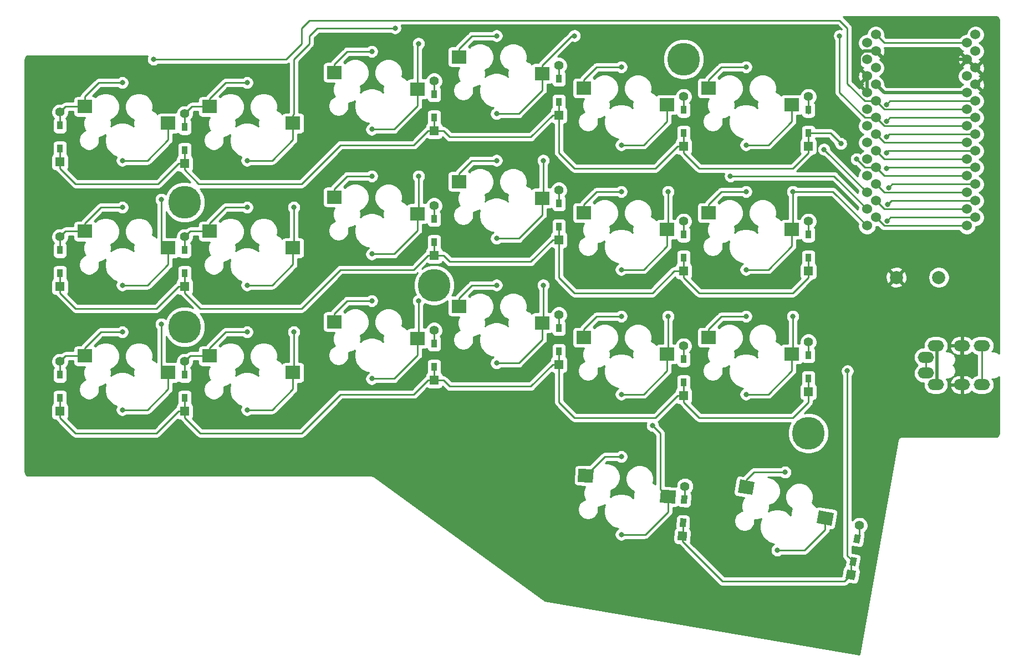
<source format=gbr>
G04 #@! TF.GenerationSoftware,KiCad,Pcbnew,(5.1.0)-1*
G04 #@! TF.CreationDate,2019-05-16T01:00:00+08:00*
G04 #@! TF.ProjectId,Shinkai,5368696e-6b61-4692-9e6b-696361645f70,rev?*
G04 #@! TF.SameCoordinates,Original*
G04 #@! TF.FileFunction,Copper,L1,Top*
G04 #@! TF.FilePolarity,Positive*
%FSLAX46Y46*%
G04 Gerber Fmt 4.6, Leading zero omitted, Abs format (unit mm)*
G04 Created by KiCad (PCBNEW (5.1.0)-1) date 2019-05-16 01:00:00*
%MOMM*%
%LPD*%
G04 APERTURE LIST*
%ADD10C,5.000000*%
%ADD11C,2.000000*%
%ADD12C,0.100000*%
%ADD13R,0.950000X1.300000*%
%ADD14C,1.397000*%
%ADD15R,1.397000X1.397000*%
%ADD16C,0.950000*%
%ADD17O,2.500000X1.700000*%
%ADD18R,2.300000X2.000000*%
%ADD19C,1.524000*%
%ADD20C,0.800000*%
%ADD21C,0.250000*%
%ADD22C,0.500000*%
%ADD23C,0.254000*%
G04 APERTURE END LIST*
D10*
X104775440Y-121875000D03*
X142875600Y-115491110D03*
X104775440Y-102825000D03*
X200025840Y-138113080D03*
X180975760Y-80962840D03*
D11*
X190538174Y-146367990D03*
D12*
G36*
X191844351Y-145582878D02*
G01*
X191497055Y-147552493D01*
X189231997Y-147153102D01*
X189579293Y-145183487D01*
X191844351Y-145582878D01*
X191844351Y-145582878D01*
G37*
D11*
X202604167Y-151074733D03*
D12*
G36*
X203910344Y-150289621D02*
G01*
X203563048Y-152259236D01*
X201297990Y-151859845D01*
X201645286Y-149890230D01*
X203910344Y-150289621D01*
X203910344Y-150289621D01*
G37*
D13*
X85725360Y-91094140D03*
D14*
X85725360Y-89059140D03*
D15*
X85725360Y-96679140D03*
D13*
X85725360Y-94644140D03*
X85725360Y-110144220D03*
D14*
X85725360Y-108109220D03*
D15*
X85725360Y-115729220D03*
D13*
X85725360Y-113694220D03*
X85725360Y-129194300D03*
D14*
X85725360Y-127159300D03*
D15*
X85725360Y-134779300D03*
D13*
X85725360Y-132744300D03*
X104775440Y-91332250D03*
D14*
X104775440Y-89297250D03*
D15*
X104775440Y-96917250D03*
D13*
X104775440Y-94882250D03*
X104775440Y-113694220D03*
D15*
X104775440Y-115729220D03*
D14*
X104775440Y-108109220D03*
D13*
X104775440Y-110144220D03*
X104775440Y-132744300D03*
D15*
X104775440Y-134779300D03*
D14*
X104775440Y-127159300D03*
D13*
X104775440Y-129194300D03*
X142875600Y-89881620D03*
D15*
X142875600Y-91916620D03*
D14*
X142875600Y-84296620D03*
D13*
X142875600Y-86331620D03*
X142875600Y-105381700D03*
D14*
X142875600Y-103346700D03*
D15*
X142875600Y-110966700D03*
D13*
X142875600Y-108931700D03*
X142875600Y-124431780D03*
D14*
X142875600Y-122396780D03*
D15*
X142875600Y-130016780D03*
D13*
X142875600Y-127981780D03*
X161925680Y-87500360D03*
D15*
X161925680Y-89535360D03*
D14*
X161925680Y-81915360D03*
D13*
X161925680Y-83950360D03*
X161925680Y-106550440D03*
D15*
X161925680Y-108585440D03*
D14*
X161925680Y-100965440D03*
D13*
X161925680Y-103000440D03*
X161925680Y-125600520D03*
D15*
X161925680Y-127635520D03*
D14*
X161925680Y-120015520D03*
D13*
X161925680Y-122050520D03*
X180975760Y-88712880D03*
D14*
X180975760Y-86677880D03*
D15*
X180975760Y-94297880D03*
D13*
X180975760Y-92262880D03*
X180975760Y-107762960D03*
D14*
X180975760Y-105727960D03*
D15*
X180975760Y-113347960D03*
D13*
X180975760Y-111312960D03*
X180975760Y-126813040D03*
D14*
X180975760Y-124778040D03*
D15*
X180975760Y-132398040D03*
D13*
X180975760Y-130363040D03*
D16*
X181068656Y-148246813D03*
D12*
G36*
X181508987Y-148920782D02*
G01*
X180560289Y-148871063D01*
X180628325Y-147572844D01*
X181577023Y-147622563D01*
X181508987Y-148920782D01*
X181508987Y-148920782D01*
G37*
D14*
X181175160Y-146214601D03*
X180776360Y-153824159D03*
D12*
G36*
X181437346Y-154558258D02*
G01*
X180042261Y-154485145D01*
X180115374Y-153090060D01*
X181510459Y-153163173D01*
X181437346Y-154558258D01*
X181437346Y-154558258D01*
G37*
D16*
X180882864Y-151791947D03*
D12*
G36*
X181323195Y-152465916D02*
G01*
X180374497Y-152416197D01*
X180442533Y-151117978D01*
X181391231Y-151167697D01*
X181323195Y-152465916D01*
X181323195Y-152465916D01*
G37*
D13*
X200025840Y-92262880D03*
D15*
X200025840Y-94297880D03*
D14*
X200025840Y-86677880D03*
D13*
X200025840Y-88712880D03*
X200025840Y-111312960D03*
D15*
X200025840Y-113347960D03*
D14*
X200025840Y-105727960D03*
D13*
X200025840Y-107762960D03*
X200025840Y-129756780D03*
D15*
X200025840Y-131791780D03*
D14*
X200025840Y-124171780D03*
D13*
X200025840Y-126206780D03*
D16*
X206861394Y-157720564D03*
D12*
G36*
X207216306Y-158443172D02*
G01*
X206280739Y-158278206D01*
X206506482Y-156997956D01*
X207442049Y-157162922D01*
X207216306Y-158443172D01*
X207216306Y-158443172D01*
G37*
D14*
X206508020Y-159724648D03*
D12*
G36*
X207074615Y-160533829D02*
G01*
X205698839Y-160291243D01*
X205941425Y-158915467D01*
X207317201Y-159158053D01*
X207074615Y-160533829D01*
X207074615Y-160533829D01*
G37*
D14*
X207831220Y-152220412D03*
D16*
X207477846Y-154224496D03*
D12*
G36*
X207832758Y-154947104D02*
G01*
X206897191Y-154782138D01*
X207122934Y-153501888D01*
X208058501Y-153666854D01*
X207832758Y-154947104D01*
X207832758Y-154947104D01*
G37*
D17*
X219491590Y-124738040D03*
X217991590Y-128938040D03*
X226491590Y-124738040D03*
X223491590Y-124738040D03*
X226491590Y-130688040D03*
X223491590Y-130688040D03*
X219491590Y-130688040D03*
X217991590Y-126488040D03*
D18*
X89550000Y-88205000D03*
X102250000Y-90745000D03*
X102250000Y-109795000D03*
X89550000Y-107255000D03*
X89550000Y-126305000D03*
X102250000Y-128845000D03*
X108600000Y-88205000D03*
X121300000Y-90745000D03*
X108600000Y-107255000D03*
X121300000Y-109795000D03*
X121300000Y-128845000D03*
X108600000Y-126305000D03*
X140350000Y-85526250D03*
X127650000Y-82986250D03*
X140350000Y-104576250D03*
X127650000Y-102036250D03*
X127650000Y-121086250D03*
X140350000Y-123626250D03*
X146700000Y-80605000D03*
X159400000Y-83145000D03*
X146700000Y-99655000D03*
X159400000Y-102195000D03*
X159400000Y-121245000D03*
X146700000Y-118705000D03*
X178450000Y-87907500D03*
X165750000Y-85367500D03*
X178450000Y-106957500D03*
X165750000Y-104417500D03*
X165750000Y-123467500D03*
X178450000Y-126007500D03*
D11*
X166025772Y-144607452D03*
D12*
G36*
X167226532Y-143669009D02*
G01*
X167121860Y-145666268D01*
X164825012Y-145545895D01*
X164929684Y-143548636D01*
X167226532Y-143669009D01*
X167226532Y-143669009D01*
G37*
D11*
X178575434Y-147808637D03*
D12*
G36*
X179776194Y-146870194D02*
G01*
X179671522Y-148867453D01*
X177374674Y-148747080D01*
X177479346Y-146749821D01*
X179776194Y-146870194D01*
X179776194Y-146870194D01*
G37*
D18*
X184800000Y-85367500D03*
X197500000Y-87907500D03*
X197500000Y-106957500D03*
X184800000Y-104417500D03*
X197500000Y-126007500D03*
X184800000Y-123467500D03*
D11*
X213444660Y-114300480D03*
X219944660Y-114300480D03*
D19*
X210321690Y-77200510D03*
X210321690Y-79740510D03*
X210321690Y-82280510D03*
X210321690Y-84820510D03*
X210321690Y-87360510D03*
X210321690Y-89900510D03*
X210321690Y-92440510D03*
X210321690Y-94980510D03*
X210321690Y-97520510D03*
X210321690Y-100060510D03*
X210321690Y-102600510D03*
X210321690Y-105140510D03*
X225541690Y-105140510D03*
X225541690Y-102600510D03*
X225541690Y-100060510D03*
X225541690Y-97520510D03*
X225541690Y-94980510D03*
X225541690Y-92440510D03*
X225541690Y-89900510D03*
X225541690Y-87360510D03*
X225541690Y-84820510D03*
X225541690Y-82280510D03*
X225541690Y-79740510D03*
X225541690Y-77200510D03*
X208995290Y-78470510D03*
X208995290Y-81010510D03*
X208995290Y-83550510D03*
X208995290Y-86090510D03*
X208995290Y-88630510D03*
X208995290Y-91170510D03*
X208995290Y-93710510D03*
X208995290Y-96250510D03*
X208995290Y-98790510D03*
X208995290Y-101330510D03*
X208995290Y-103870510D03*
X208995290Y-106410510D03*
X224235290Y-106410510D03*
X224235290Y-103870510D03*
X224235290Y-101330510D03*
X224235290Y-98790510D03*
X224235290Y-96250510D03*
X224235290Y-93710510D03*
X224235290Y-91170510D03*
X224235290Y-88630510D03*
X224235290Y-86090510D03*
X224235290Y-83550510D03*
X224235290Y-81010510D03*
X224235290Y-78470510D03*
D20*
X95250400Y-84534730D03*
X204992074Y-93856056D03*
X207373334Y-96237316D03*
X95250400Y-103584810D03*
X95250400Y-122634890D03*
X114300480Y-84534730D03*
X114300480Y-103584810D03*
X114300480Y-122634890D03*
X133350560Y-79772210D03*
X133350560Y-98822290D03*
X133350560Y-117872370D03*
X152400640Y-77390950D03*
X152400640Y-96441030D03*
X152400640Y-115491110D03*
X171450720Y-82153470D03*
X171450720Y-101203550D03*
X171450720Y-120253630D03*
X171450720Y-141684970D03*
X205978990Y-128588040D03*
X190500800Y-82153470D03*
X190500800Y-101203550D03*
X190500800Y-120253630D03*
X196453950Y-144066230D03*
X95250400Y-96441030D03*
X95250400Y-115491110D03*
X95250400Y-134541190D03*
X100012920Y-80962840D03*
X101203550Y-102394180D03*
X101203550Y-121444260D03*
X114300480Y-96441030D03*
X114300480Y-115491110D03*
X114300480Y-134541190D03*
X121444260Y-103584810D03*
X121444260Y-122634890D03*
X136922450Y-76200320D03*
X204788360Y-77390950D03*
X133350560Y-91678510D03*
X133350560Y-110728590D03*
X133350560Y-129778670D03*
X140494340Y-98822290D03*
X140494340Y-117872370D03*
X140494340Y-78581580D03*
X152400640Y-108347330D03*
X152400640Y-127397410D03*
X152400640Y-89297250D03*
X159544420Y-96441030D03*
X159544420Y-115491110D03*
X164306940Y-77390950D03*
X202407100Y-94742320D03*
X212270993Y-100605510D03*
X171450720Y-94059770D03*
X171450720Y-113109850D03*
X171450720Y-153591270D03*
X171450720Y-132159930D03*
X178594500Y-101203550D03*
X178594500Y-120253630D03*
X188119540Y-98822290D03*
X212147050Y-103145510D03*
X176213240Y-136922450D03*
X190500800Y-94059770D03*
X190500800Y-113109850D03*
X190500800Y-132159930D03*
X197644580Y-101203550D03*
X197644580Y-120253630D03*
X195263320Y-155972530D03*
X212052348Y-105685510D03*
X211932140Y-97631660D03*
X211932140Y-95250400D03*
X211932140Y-92869140D03*
X211932140Y-90445510D03*
X211932140Y-87905510D03*
D21*
X89550000Y-88205000D02*
X89700000Y-88205000D01*
X89550000Y-86663240D02*
X89550000Y-88205000D01*
X95250400Y-84534730D02*
X91678510Y-84534730D01*
X91678510Y-84534730D02*
X89550000Y-86663240D01*
X86579500Y-88205000D02*
X85725360Y-89059140D01*
X89550000Y-88205000D02*
X86579500Y-88205000D01*
X85725360Y-89059140D02*
X85725360Y-91094140D01*
X85725360Y-94644140D02*
X85725360Y-96679140D01*
X104775440Y-96917250D02*
X104775440Y-94882250D01*
X85725360Y-97627640D02*
X88110640Y-100012920D01*
X85725360Y-96679140D02*
X85725360Y-97627640D01*
X103826940Y-96917250D02*
X104775440Y-96917250D01*
X100731270Y-100012920D02*
X103826940Y-96917250D01*
X88110640Y-100012920D02*
X100731270Y-100012920D01*
X142875600Y-91916620D02*
X142875600Y-89881620D01*
X161925680Y-87500360D02*
X161925680Y-89535360D01*
X142875600Y-91916620D02*
X144304340Y-91916620D01*
X144304340Y-91916620D02*
X145256860Y-92869140D01*
X160977180Y-89535360D02*
X161925680Y-89535360D01*
X157643400Y-92869140D02*
X160977180Y-89535360D01*
X145256860Y-92869140D02*
X157643400Y-92869140D01*
X180975760Y-92262880D02*
X180975760Y-94297880D01*
X200025840Y-92262880D02*
X200025840Y-94297880D01*
X161925680Y-89535360D02*
X161925680Y-95250400D01*
X161925680Y-95250400D02*
X164306940Y-97631660D01*
X180027260Y-94297880D02*
X180975760Y-94297880D01*
X176693480Y-97631660D02*
X180027260Y-94297880D01*
X164306940Y-97631660D02*
X176693480Y-97631660D01*
X200025840Y-95246380D02*
X200025840Y-94297880D01*
X197644580Y-97627640D02*
X200025840Y-95246380D01*
X183357020Y-97627640D02*
X197644580Y-97627640D01*
X180975760Y-95246380D02*
X183357020Y-97627640D01*
X180975760Y-94297880D02*
X180975760Y-95246380D01*
X200025840Y-92262880D02*
X203398898Y-92262880D01*
X211591690Y-98790510D02*
X210321690Y-97520510D01*
X224235290Y-98790510D02*
X211591690Y-98790510D01*
X208656528Y-97520510D02*
X210321690Y-97520510D01*
X203398898Y-92262880D02*
X204992074Y-93856056D01*
X207373334Y-96237316D02*
X208656528Y-97520510D01*
X104775440Y-97865750D02*
X106922610Y-100012920D01*
X139783950Y-94059770D02*
X141927100Y-91916620D01*
X104775440Y-96917250D02*
X104775440Y-97865750D01*
X141927100Y-91916620D02*
X142875600Y-91916620D01*
X128588040Y-94059770D02*
X139783950Y-94059770D01*
X106922610Y-100012920D02*
X122634890Y-100012920D01*
X122634890Y-100012920D02*
X128588040Y-94059770D01*
X89550000Y-106005000D02*
X91970190Y-103584810D01*
X89550000Y-107255000D02*
X89550000Y-106005000D01*
X91970190Y-103584810D02*
X95250400Y-103584810D01*
X86579580Y-107255000D02*
X85725360Y-108109220D01*
X89550000Y-107255000D02*
X86579580Y-107255000D01*
X85725360Y-108109220D02*
X85725360Y-110144220D01*
X85725360Y-113694220D02*
X85725360Y-115729220D01*
X104775440Y-115729220D02*
X104775440Y-113694220D01*
X85725360Y-116677720D02*
X88110640Y-119063000D01*
X85725360Y-115729220D02*
X85725360Y-116677720D01*
X103826940Y-115729220D02*
X104775440Y-115729220D01*
X100493160Y-119063000D02*
X103826940Y-115729220D01*
X88110640Y-119063000D02*
X100493160Y-119063000D01*
X142875600Y-110966700D02*
X142875600Y-108931700D01*
X104775440Y-116677720D02*
X107156700Y-119058980D01*
X104775440Y-115729220D02*
X104775440Y-116677720D01*
X107156700Y-119058980D02*
X122630870Y-119058980D01*
X122630870Y-119058980D02*
X128580000Y-113109850D01*
X141927100Y-110966700D02*
X142875600Y-110966700D01*
X139783950Y-113109850D02*
X141927100Y-110966700D01*
X128580000Y-113109850D02*
X139783950Y-113109850D01*
X161925680Y-108585440D02*
X161925680Y-106550440D01*
X142875600Y-110966700D02*
X144304340Y-110966700D01*
X144304340Y-110966700D02*
X145256860Y-111919220D01*
X160977180Y-108585440D02*
X161925680Y-108585440D01*
X157643400Y-111919220D02*
X160977180Y-108585440D01*
X145256860Y-111919220D02*
X157643400Y-111919220D01*
X200025840Y-111312960D02*
X200025840Y-113347960D01*
X180975760Y-111312960D02*
X180975760Y-113347960D01*
X161925680Y-108585440D02*
X161925680Y-114300480D01*
X161925680Y-114300480D02*
X164306940Y-116681740D01*
X164306940Y-116681740D02*
X176213240Y-116681740D01*
X179547020Y-113347960D02*
X180975760Y-113347960D01*
X176213240Y-116681740D02*
X179547020Y-113347960D01*
X200025840Y-114300480D02*
X200025840Y-113347960D01*
X197644580Y-116681740D02*
X200025840Y-114300480D01*
X183357020Y-116681740D02*
X197644580Y-116681740D01*
X180975760Y-113347960D02*
X180975760Y-114300480D01*
X180975760Y-114300480D02*
X183357020Y-116681740D01*
X211591690Y-101330510D02*
X210321690Y-100060510D01*
X224235290Y-101330510D02*
X211591690Y-101330510D01*
X89550000Y-125055000D02*
X91970110Y-122634890D01*
X89550000Y-126305000D02*
X89550000Y-125055000D01*
X91970110Y-122634890D02*
X95250400Y-122634890D01*
X86579660Y-126305000D02*
X85725360Y-127159300D01*
X89550000Y-126305000D02*
X86579660Y-126305000D01*
X85725360Y-127159300D02*
X85725360Y-129194300D01*
X85725360Y-134779300D02*
X85725360Y-132744300D01*
X104775440Y-132744300D02*
X104775440Y-134779300D01*
X85725360Y-135727800D02*
X88106620Y-138109060D01*
X85725360Y-134779300D02*
X85725360Y-135727800D01*
X103826940Y-134779300D02*
X104775440Y-134779300D01*
X100497180Y-138109060D02*
X103826940Y-134779300D01*
X88106620Y-138109060D02*
X100497180Y-138109060D01*
X142875600Y-130016780D02*
X142875600Y-127981780D01*
X104775440Y-135727800D02*
X107156700Y-138109060D01*
X104775440Y-134779300D02*
X104775440Y-135727800D01*
X107156700Y-138109060D02*
X122638910Y-138109060D01*
X122638910Y-138109060D02*
X128588040Y-132159930D01*
X141927100Y-130016780D02*
X142875600Y-130016780D01*
X139783950Y-132159930D02*
X141927100Y-130016780D01*
X128588040Y-132159930D02*
X139783950Y-132159930D01*
X161925680Y-127635520D02*
X161925680Y-125600520D01*
X142875600Y-130016780D02*
X144304340Y-130016780D01*
X144304340Y-130016780D02*
X145256860Y-130969300D01*
X160977180Y-127635520D02*
X161925680Y-127635520D01*
X157643400Y-130969300D02*
X160977180Y-127635520D01*
X145256860Y-130969300D02*
X157643400Y-130969300D01*
X180975760Y-130363040D02*
X180975760Y-132398040D01*
X200025840Y-129756780D02*
X200025840Y-131791780D01*
X161925680Y-127635520D02*
X161925680Y-133350560D01*
X161925680Y-133350560D02*
X164306940Y-135731820D01*
X164306940Y-135731820D02*
X176693480Y-135731820D01*
X180027260Y-132398040D02*
X180975760Y-132398040D01*
X176693480Y-135731820D02*
X180027260Y-132398040D01*
X180975760Y-132398040D02*
X180975760Y-133350560D01*
X180975760Y-133350560D02*
X183357020Y-135731820D01*
X183357020Y-135731820D02*
X197644580Y-135731820D01*
X200025840Y-133350560D02*
X200025840Y-131791780D01*
X197644580Y-135731820D02*
X200025840Y-133350560D01*
X211591690Y-103870510D02*
X210321690Y-102600510D01*
X224235290Y-103870510D02*
X211591690Y-103870510D01*
X105867690Y-88205000D02*
X104775440Y-89297250D01*
X108600000Y-88205000D02*
X105867690Y-88205000D01*
X104775440Y-89297250D02*
X104775440Y-91332250D01*
X108600000Y-86955000D02*
X111020270Y-84534730D01*
X108600000Y-88205000D02*
X108600000Y-86955000D01*
X111020270Y-84534730D02*
X114300480Y-84534730D01*
X105629660Y-107255000D02*
X104775440Y-108109220D01*
X108600000Y-107255000D02*
X105629660Y-107255000D01*
X104775440Y-108109220D02*
X104775440Y-110144220D01*
X108600000Y-106005000D02*
X111020190Y-103584810D01*
X108600000Y-107255000D02*
X108600000Y-106005000D01*
X111020190Y-103584810D02*
X114300480Y-103584810D01*
X105629740Y-126305000D02*
X104775440Y-127159300D01*
X108600000Y-126305000D02*
X105629740Y-126305000D01*
X104775440Y-127159300D02*
X104775440Y-129194300D01*
X108600000Y-125055000D02*
X111020110Y-122634890D01*
X108600000Y-126305000D02*
X108600000Y-125055000D01*
X111020110Y-122634890D02*
X114300480Y-122634890D01*
X127650000Y-81736250D02*
X129614040Y-79772210D01*
X127650000Y-82986250D02*
X127650000Y-81736250D01*
X129614040Y-79772210D02*
X133350560Y-79772210D01*
X142875600Y-84296620D02*
X142875600Y-86331620D01*
X127650000Y-100786250D02*
X129613960Y-98822290D01*
X127650000Y-102036250D02*
X127650000Y-100786250D01*
X129613960Y-98822290D02*
X133350560Y-98822290D01*
X142875600Y-105381700D02*
X142875600Y-103346700D01*
X127650000Y-119836250D02*
X129613880Y-117872370D01*
X127650000Y-121086250D02*
X127650000Y-119836250D01*
X129613880Y-117872370D02*
X133350560Y-117872370D01*
X142875600Y-124431780D02*
X142875600Y-122396780D01*
X146700000Y-79355000D02*
X148664050Y-77390950D01*
X146700000Y-80605000D02*
X146700000Y-79355000D01*
X148664050Y-77390950D02*
X152400640Y-77390950D01*
X161925680Y-81915360D02*
X161925680Y-83950360D01*
X146700000Y-98405000D02*
X148663970Y-96441030D01*
X146700000Y-99655000D02*
X146700000Y-98405000D01*
X148663970Y-96441030D02*
X152400640Y-96441030D01*
X161925680Y-100965440D02*
X161925680Y-103000440D01*
X161925680Y-120015520D02*
X161925680Y-122050520D01*
X146700000Y-117455000D02*
X148663890Y-115491110D01*
X146700000Y-118705000D02*
X146700000Y-117455000D01*
X148663890Y-115491110D02*
X152400640Y-115491110D01*
X180975760Y-86677880D02*
X180975760Y-88712880D01*
X165750000Y-84117500D02*
X167714030Y-82153470D01*
X165750000Y-85367500D02*
X165750000Y-84117500D01*
X167714030Y-82153470D02*
X171450720Y-82153470D01*
X180975760Y-105727960D02*
X180975760Y-107762960D01*
X165750000Y-103167500D02*
X167713950Y-101203550D01*
X165750000Y-104417500D02*
X165750000Y-103167500D01*
X167713950Y-101203550D02*
X171450720Y-101203550D01*
X180975760Y-124778040D02*
X180975760Y-126813040D01*
X165750000Y-122217500D02*
X167713870Y-120253630D01*
X165750000Y-123467500D02*
X165750000Y-122217500D01*
X167713870Y-120253630D02*
X171450720Y-120253630D01*
X181175160Y-148140309D02*
X181068656Y-148246813D01*
X181175160Y-146214601D02*
X181175160Y-148140309D01*
X166025772Y-144607452D02*
X168948254Y-141684970D01*
X168948254Y-141684970D02*
X171450720Y-141684970D01*
X180882864Y-153717655D02*
X180776360Y-153824159D01*
X180882864Y-151791947D02*
X180882864Y-153717655D01*
X206508020Y-158073938D02*
X206861394Y-157720564D01*
X206508020Y-159724648D02*
X206508020Y-158073938D01*
X180776360Y-154623617D02*
X186887793Y-160735050D01*
X180776360Y-153824159D02*
X180776360Y-154623617D01*
X205497618Y-160735050D02*
X206508020Y-159724648D01*
X186887793Y-160735050D02*
X205497618Y-160735050D01*
X206861394Y-157720564D02*
X205978990Y-156838160D01*
X205978990Y-156838160D02*
X205978990Y-128588040D01*
X211591690Y-106410510D02*
X210321690Y-105140510D01*
X224235290Y-106410510D02*
X211591690Y-106410510D01*
X200025840Y-86677880D02*
X200025840Y-89297250D01*
X184800000Y-84117500D02*
X186764030Y-82153470D01*
X184800000Y-85367500D02*
X184800000Y-84117500D01*
X186764030Y-82153470D02*
X190500800Y-82153470D01*
X200025840Y-105727960D02*
X200025840Y-107762960D01*
X184800000Y-103167500D02*
X186763950Y-101203550D01*
X184800000Y-104417500D02*
X184800000Y-103167500D01*
X186763950Y-101203550D02*
X190500800Y-101203550D01*
X200025840Y-124171780D02*
X200025840Y-126206780D01*
X184800000Y-122217500D02*
X186763870Y-120253630D01*
X184800000Y-123467500D02*
X184800000Y-122217500D01*
X186763870Y-120253630D02*
X190500800Y-120253630D01*
X207831220Y-153871122D02*
X207477846Y-154224496D01*
X207831220Y-152220412D02*
X207831220Y-153871122D01*
X190538174Y-146367990D02*
X190538174Y-145219486D01*
X190538174Y-145219486D02*
X191691430Y-144066230D01*
X191691430Y-144066230D02*
X196453950Y-144066230D01*
D22*
X219691600Y-124938050D02*
X219491590Y-124738040D01*
X219691600Y-130488030D02*
X219691600Y-124938050D01*
X219491590Y-130688040D02*
X219691600Y-130488030D01*
X211591690Y-86090510D02*
X210321690Y-84820510D01*
X224235290Y-86090510D02*
X211591690Y-86090510D01*
D21*
X217991590Y-126488040D02*
X217991590Y-128938040D01*
X226491590Y-124738040D02*
X226491590Y-130688040D01*
D22*
X223491590Y-124738040D02*
X223491590Y-130688040D01*
X224271690Y-81010510D02*
X225541690Y-82280510D01*
X224235290Y-81010510D02*
X224271690Y-81010510D01*
X208995290Y-86090510D02*
X208995290Y-83550510D01*
X211591690Y-81010510D02*
X210321690Y-79740510D01*
X224235290Y-81010510D02*
X211591690Y-81010510D01*
X207783289Y-82338509D02*
X208995290Y-83550510D01*
X207783289Y-80428749D02*
X207783289Y-82338509D01*
X208471528Y-79740510D02*
X207783289Y-80428749D01*
X210321690Y-79740510D02*
X208471528Y-79740510D01*
D21*
X102250000Y-90745000D02*
X102250000Y-93292002D01*
X102250000Y-93292002D02*
X99100972Y-96441030D01*
X102250000Y-112342002D02*
X102250000Y-109795000D01*
X99100892Y-115491110D02*
X102250000Y-112342002D01*
X102250000Y-131392002D02*
X102250000Y-128845000D01*
X99100812Y-134541190D02*
X102250000Y-131392002D01*
X95250400Y-134541190D02*
X99100812Y-134541190D01*
X99100972Y-96441030D02*
X95250400Y-96441030D01*
X95250400Y-115491110D02*
X99100892Y-115491110D01*
X102394180Y-109650820D02*
X102250000Y-109795000D01*
X102394180Y-128700820D02*
X102250000Y-128845000D01*
X100012920Y-80962840D02*
X120253630Y-80962840D01*
X120253630Y-80962840D02*
X122634890Y-78581580D01*
X122634890Y-78581580D02*
X122634890Y-76200320D01*
X122634890Y-76200320D02*
X123825520Y-75009690D01*
X208656528Y-87360510D02*
X210321690Y-87360510D01*
X205978990Y-84682972D02*
X208656528Y-87360510D01*
X205978990Y-76200320D02*
X204788360Y-75009690D01*
X205978990Y-84682972D02*
X205978990Y-76200320D01*
X123825520Y-75009690D02*
X204788360Y-75009690D01*
X211591690Y-88630510D02*
X210321690Y-87360510D01*
X224235290Y-88630510D02*
X211591690Y-88630510D01*
X101203550Y-108748550D02*
X102250000Y-109795000D01*
X101203550Y-102394180D02*
X101203550Y-108748550D01*
X101203550Y-127798550D02*
X102250000Y-128845000D01*
X101203550Y-121444260D02*
X101203550Y-127798550D01*
X121300000Y-93292002D02*
X121300000Y-90745000D01*
X118150972Y-96441030D02*
X121300000Y-93292002D01*
X114300480Y-96441030D02*
X118150972Y-96441030D01*
X121300000Y-112342002D02*
X121300000Y-109795000D01*
X118150892Y-115491110D02*
X121300000Y-112342002D01*
X114300480Y-115491110D02*
X118150892Y-115491110D01*
X121300000Y-131392002D02*
X121300000Y-128845000D01*
X118150812Y-134541190D02*
X121300000Y-131392002D01*
X114300480Y-134541190D02*
X118150812Y-134541190D01*
X121444260Y-109650740D02*
X121300000Y-109795000D01*
X121444260Y-103584810D02*
X121444260Y-109650740D01*
X121444260Y-128700740D02*
X121300000Y-128845000D01*
X121444260Y-122634890D02*
X121444260Y-128700740D01*
X208656528Y-89900510D02*
X210321690Y-89900510D01*
X204788360Y-77390950D02*
X204788360Y-86032342D01*
X204788360Y-86032342D02*
X208656528Y-89900510D01*
X125016150Y-76200320D02*
X136922450Y-76200320D01*
X121300000Y-90745000D02*
X121300000Y-89495000D01*
X121300000Y-89495000D02*
X121444260Y-89350740D01*
X121444260Y-89350740D02*
X121444260Y-80962840D01*
X121444260Y-80962840D02*
X123825520Y-78581580D01*
X123825520Y-78581580D02*
X123825520Y-77390950D01*
X123825520Y-77390950D02*
X125016150Y-76200320D01*
X211591690Y-91170510D02*
X210321690Y-89900510D01*
X224235290Y-91170510D02*
X211591690Y-91170510D01*
X140350000Y-88073252D02*
X140350000Y-85526250D01*
X136744742Y-91678510D02*
X140350000Y-88073252D01*
X133350560Y-91678510D02*
X136744742Y-91678510D01*
X140350000Y-107123252D02*
X140350000Y-104576250D01*
X136744662Y-110728590D02*
X140350000Y-107123252D01*
X133350560Y-110728590D02*
X136744662Y-110728590D01*
X140350000Y-126173252D02*
X140350000Y-123626250D01*
X136744582Y-129778670D02*
X140350000Y-126173252D01*
X133350560Y-129778670D02*
X136744582Y-129778670D01*
X140494340Y-104431910D02*
X140350000Y-104576250D01*
X140494340Y-98822290D02*
X140494340Y-104431910D01*
X140494340Y-123481910D02*
X140350000Y-123626250D01*
X140494340Y-117872370D02*
X140494340Y-123481910D01*
X140350000Y-85526250D02*
X140350000Y-78725920D01*
X140350000Y-78725920D02*
X140494340Y-78581580D01*
X211591690Y-93710510D02*
X210321690Y-92440510D01*
X224235290Y-93710510D02*
X211591690Y-93710510D01*
X159400000Y-104742002D02*
X159400000Y-102195000D01*
X155794672Y-108347330D02*
X159400000Y-104742002D01*
X152400640Y-108347330D02*
X155794672Y-108347330D01*
X159400000Y-123792002D02*
X159400000Y-121245000D01*
X155794592Y-127397410D02*
X159400000Y-123792002D01*
X152400640Y-127397410D02*
X155794592Y-127397410D01*
X159400000Y-85692002D02*
X159400000Y-83145000D01*
X155794752Y-89297250D02*
X159400000Y-85692002D01*
X152400640Y-89297250D02*
X155794752Y-89297250D01*
X159544420Y-102050580D02*
X159400000Y-102195000D01*
X159544420Y-96441030D02*
X159544420Y-102050580D01*
X159544420Y-121100580D02*
X159400000Y-121245000D01*
X159544420Y-115491110D02*
X159544420Y-121100580D01*
X163904050Y-77390950D02*
X164306940Y-77390950D01*
X159400000Y-83145000D02*
X159400000Y-81895000D01*
X159400000Y-81895000D02*
X163904050Y-77390950D01*
X202407100Y-94742320D02*
X208995290Y-101330510D01*
X225541690Y-100060510D02*
X212815993Y-100060510D01*
X212815993Y-100060510D02*
X212270993Y-100605510D01*
X178450000Y-90454502D02*
X178450000Y-87907500D01*
X174844732Y-94059770D02*
X178450000Y-90454502D01*
X171450720Y-94059770D02*
X174844732Y-94059770D01*
X178450000Y-109504502D02*
X178450000Y-106957500D01*
X174844652Y-113109850D02*
X178450000Y-109504502D01*
X171450720Y-113109850D02*
X174844652Y-113109850D01*
X178575434Y-150119223D02*
X178575434Y-147808637D01*
X175103387Y-153591270D02*
X178575434Y-150119223D01*
X171450720Y-153591270D02*
X175103387Y-153591270D01*
X178450000Y-128554502D02*
X178450000Y-126007500D01*
X174844572Y-132159930D02*
X178450000Y-128554502D01*
X171450720Y-132159930D02*
X174844572Y-132159930D01*
X178594500Y-106813000D02*
X178450000Y-106957500D01*
X178594500Y-101203550D02*
X178594500Y-106813000D01*
X178594500Y-125863000D02*
X178450000Y-126007500D01*
X178594500Y-120253630D02*
X178594500Y-125863000D01*
X178594500Y-147789571D02*
X178575434Y-147808637D01*
X208995290Y-103870510D02*
X203947070Y-98822290D01*
X203947070Y-98822290D02*
X188119540Y-98822290D01*
X225541690Y-102600510D02*
X212692050Y-102600510D01*
X212692050Y-102600510D02*
X212147050Y-103145510D01*
X177403870Y-146637073D02*
X178575434Y-147808637D01*
X176213240Y-136922450D02*
X177403870Y-138113080D01*
X177403870Y-138113080D02*
X177403870Y-146637073D01*
X197500000Y-90454502D02*
X197500000Y-87907500D01*
X193894732Y-94059770D02*
X197500000Y-90454502D01*
X190500800Y-94059770D02*
X193894732Y-94059770D01*
X197500000Y-109504502D02*
X197500000Y-106957500D01*
X193894652Y-113109850D02*
X197500000Y-109504502D01*
X190500800Y-113109850D02*
X193894652Y-113109850D01*
X197500000Y-128554502D02*
X197500000Y-126007500D01*
X193894572Y-132159930D02*
X197500000Y-128554502D01*
X190500800Y-132159930D02*
X193894572Y-132159930D01*
X197644580Y-106812920D02*
X197500000Y-106957500D01*
X197644580Y-101203550D02*
X197644580Y-106812920D01*
X197644580Y-125862920D02*
X197500000Y-126007500D01*
X197644580Y-120253630D02*
X197644580Y-125862920D01*
X202604167Y-152830291D02*
X202604167Y-151074733D01*
X199461928Y-155972530D02*
X202604167Y-152830291D01*
X195263320Y-155972530D02*
X199461928Y-155972530D01*
X203788330Y-101203550D02*
X208995290Y-106410510D01*
X197644580Y-101203550D02*
X203788330Y-101203550D01*
X225541690Y-105140510D02*
X212597348Y-105140510D01*
X212597348Y-105140510D02*
X212052348Y-105685510D01*
X211591690Y-78470510D02*
X210321690Y-77200510D01*
X224235290Y-78470510D02*
X211591690Y-78470510D01*
X211591690Y-96250510D02*
X210321690Y-94980510D01*
X224235290Y-96250510D02*
X211591690Y-96250510D01*
X225541690Y-97520510D02*
X212043290Y-97520510D01*
X212043290Y-97520510D02*
X211932140Y-97631660D01*
X225541690Y-94980510D02*
X212202030Y-94980510D01*
X212202030Y-94980510D02*
X211932140Y-95250400D01*
X225541690Y-92440510D02*
X212360770Y-92440510D01*
X212360770Y-92440510D02*
X211932140Y-92869140D01*
X225541690Y-89900510D02*
X212477140Y-89900510D01*
X212477140Y-89900510D02*
X211932140Y-90445510D01*
X225541690Y-87360510D02*
X212477140Y-87360510D01*
X212477140Y-87360510D02*
X211932140Y-87905510D01*
D23*
G36*
X228703412Y-74492270D02*
G01*
X228801962Y-74522025D01*
X228892856Y-74570354D01*
X228972629Y-74635416D01*
X229038249Y-74714737D01*
X229087210Y-74805288D01*
X229117651Y-74903627D01*
X229131590Y-75036247D01*
X229131591Y-125931487D01*
X229078857Y-125878753D01*
X228876582Y-125743597D01*
X228651826Y-125650500D01*
X228413227Y-125603040D01*
X228169953Y-125603040D01*
X228089655Y-125619012D01*
X228132296Y-125567054D01*
X228270189Y-125309074D01*
X228355103Y-125029151D01*
X228383775Y-124738040D01*
X228355103Y-124446929D01*
X228270189Y-124167006D01*
X228132296Y-123909026D01*
X227946724Y-123682906D01*
X227720604Y-123497334D01*
X227462624Y-123359441D01*
X227182701Y-123274527D01*
X226964540Y-123253040D01*
X226018640Y-123253040D01*
X225800479Y-123274527D01*
X225520556Y-123359441D01*
X225262576Y-123497334D01*
X225036456Y-123682906D01*
X224990966Y-123738335D01*
X224822209Y-123573864D01*
X224577208Y-123414679D01*
X224305859Y-123306350D01*
X224018590Y-123253040D01*
X223618590Y-123253040D01*
X223618590Y-124611040D01*
X223638590Y-124611040D01*
X223638590Y-124865040D01*
X223618590Y-124865040D01*
X223618590Y-126223040D01*
X224018590Y-126223040D01*
X224305859Y-126169730D01*
X224577208Y-126061401D01*
X224822209Y-125902216D01*
X224990966Y-125737745D01*
X225036456Y-125793174D01*
X225262576Y-125978746D01*
X225520556Y-126116639D01*
X225731590Y-126180656D01*
X225731591Y-129245424D01*
X225520556Y-129309441D01*
X225262576Y-129447334D01*
X225036456Y-129632906D01*
X224990966Y-129688335D01*
X224822209Y-129523864D01*
X224577208Y-129364679D01*
X224305859Y-129256350D01*
X224018590Y-129203040D01*
X223618590Y-129203040D01*
X223618590Y-130561040D01*
X223638590Y-130561040D01*
X223638590Y-130815040D01*
X223618590Y-130815040D01*
X223618590Y-132173040D01*
X224018590Y-132173040D01*
X224305859Y-132119730D01*
X224577208Y-132011401D01*
X224822209Y-131852216D01*
X224990966Y-131687745D01*
X225036456Y-131743174D01*
X225262576Y-131928746D01*
X225520556Y-132066639D01*
X225800479Y-132151553D01*
X226018640Y-132173040D01*
X226964540Y-132173040D01*
X227182701Y-132151553D01*
X227462624Y-132066639D01*
X227720604Y-131928746D01*
X227946724Y-131743174D01*
X228132296Y-131517054D01*
X228270189Y-131259074D01*
X228355103Y-130979151D01*
X228383775Y-130688040D01*
X228355103Y-130396929D01*
X228270189Y-130117006D01*
X228132296Y-129859026D01*
X228089655Y-129807068D01*
X228169953Y-129823040D01*
X228413227Y-129823040D01*
X228651826Y-129775580D01*
X228876582Y-129682483D01*
X229078857Y-129547327D01*
X229131591Y-129494593D01*
X229131591Y-138080792D01*
X229118380Y-138215533D01*
X229088627Y-138314079D01*
X229040296Y-138404976D01*
X228975235Y-138484749D01*
X228895913Y-138550369D01*
X228805362Y-138599330D01*
X228707023Y-138629771D01*
X228574403Y-138643710D01*
X214339320Y-138643710D01*
X214300374Y-138640645D01*
X214242290Y-138647521D01*
X214184017Y-138653260D01*
X214177753Y-138655160D01*
X214171267Y-138655928D01*
X214115647Y-138674000D01*
X214059607Y-138691000D01*
X214053839Y-138694083D01*
X214047622Y-138696103D01*
X213996589Y-138724684D01*
X213944950Y-138752285D01*
X213939891Y-138756437D01*
X213934191Y-138759629D01*
X213889711Y-138797619D01*
X213844452Y-138834762D01*
X213840304Y-138839817D01*
X213835332Y-138844063D01*
X213799102Y-138890021D01*
X213761975Y-138935260D01*
X213758893Y-138941026D01*
X213754845Y-138946161D01*
X213728266Y-138998325D01*
X213700690Y-139049917D01*
X213698793Y-139056169D01*
X213695823Y-139061999D01*
X213679931Y-139118350D01*
X213662950Y-139174327D01*
X213659121Y-139213202D01*
X207825671Y-171880529D01*
X159807722Y-163682344D01*
X133754357Y-144734444D01*
X133719010Y-144705435D01*
X133673232Y-144680966D01*
X133628499Y-144654719D01*
X133616014Y-144650383D01*
X133604353Y-144644150D01*
X133554684Y-144629083D01*
X133505687Y-144612066D01*
X133492599Y-144610249D01*
X133479943Y-144606410D01*
X133428292Y-144601323D01*
X133376913Y-144594191D01*
X133331286Y-144596860D01*
X80995117Y-144596860D01*
X80860387Y-144583650D01*
X80761841Y-144553897D01*
X80670944Y-144505566D01*
X80591171Y-144440505D01*
X80525551Y-144361183D01*
X80476590Y-144270632D01*
X80446149Y-144172293D01*
X80432210Y-144039673D01*
X80432210Y-134080800D01*
X84388788Y-134080800D01*
X84388788Y-135477800D01*
X84401048Y-135602282D01*
X84437358Y-135721980D01*
X84496323Y-135832294D01*
X84575675Y-135928985D01*
X84672366Y-136008337D01*
X84782680Y-136067302D01*
X84902378Y-136103612D01*
X85026860Y-136115872D01*
X85071034Y-136115872D01*
X85090386Y-136152076D01*
X85143590Y-136216904D01*
X85185360Y-136267801D01*
X85214358Y-136291599D01*
X87542821Y-138620063D01*
X87566619Y-138649061D01*
X87682344Y-138744034D01*
X87814373Y-138814606D01*
X87957634Y-138858063D01*
X88069287Y-138869060D01*
X88069296Y-138869060D01*
X88106619Y-138872736D01*
X88143942Y-138869060D01*
X100459858Y-138869060D01*
X100497180Y-138872736D01*
X100534502Y-138869060D01*
X100534513Y-138869060D01*
X100646166Y-138858063D01*
X100789427Y-138814606D01*
X100921456Y-138744034D01*
X101037181Y-138649061D01*
X101060984Y-138620057D01*
X103695126Y-135985916D01*
X103722446Y-136008337D01*
X103832760Y-136067302D01*
X103952458Y-136103612D01*
X104076940Y-136115872D01*
X104121114Y-136115872D01*
X104140466Y-136152076D01*
X104193670Y-136216904D01*
X104235440Y-136267801D01*
X104264438Y-136291599D01*
X106592901Y-138620063D01*
X106616699Y-138649061D01*
X106732424Y-138744034D01*
X106864453Y-138814606D01*
X107007714Y-138858063D01*
X107119367Y-138869060D01*
X107119376Y-138869060D01*
X107156699Y-138872736D01*
X107194022Y-138869060D01*
X122601588Y-138869060D01*
X122638910Y-138872736D01*
X122676232Y-138869060D01*
X122676243Y-138869060D01*
X122787896Y-138858063D01*
X122931157Y-138814606D01*
X123063186Y-138744034D01*
X123178911Y-138649061D01*
X123202714Y-138620057D01*
X128902842Y-132919930D01*
X139746628Y-132919930D01*
X139783950Y-132923606D01*
X139821272Y-132919930D01*
X139821283Y-132919930D01*
X139932936Y-132908933D01*
X140076197Y-132865476D01*
X140208226Y-132794904D01*
X140323951Y-132699931D01*
X140347754Y-132670927D01*
X141795286Y-131223396D01*
X141822606Y-131245817D01*
X141932920Y-131304782D01*
X142052618Y-131341092D01*
X142177100Y-131353352D01*
X143574100Y-131353352D01*
X143698582Y-131341092D01*
X143818280Y-131304782D01*
X143928594Y-131245817D01*
X144025285Y-131166465D01*
X144104637Y-131069774D01*
X144163602Y-130959460D01*
X144165607Y-130952849D01*
X144693061Y-131480303D01*
X144716859Y-131509301D01*
X144832584Y-131604274D01*
X144964613Y-131674846D01*
X145107874Y-131718303D01*
X145219527Y-131729300D01*
X145219535Y-131729300D01*
X145256860Y-131732976D01*
X145294185Y-131729300D01*
X157606078Y-131729300D01*
X157643400Y-131732976D01*
X157680722Y-131729300D01*
X157680733Y-131729300D01*
X157792386Y-131718303D01*
X157935647Y-131674846D01*
X158067676Y-131604274D01*
X158183401Y-131509301D01*
X158207204Y-131480297D01*
X160845366Y-128842136D01*
X160872686Y-128864557D01*
X160983000Y-128923522D01*
X161102698Y-128959832D01*
X161165680Y-128966035D01*
X161165681Y-133313228D01*
X161162004Y-133350560D01*
X161165681Y-133387892D01*
X161165681Y-133387893D01*
X161176678Y-133499546D01*
X161180024Y-133510576D01*
X161220134Y-133642806D01*
X161290706Y-133774836D01*
X161348687Y-133845485D01*
X161385680Y-133890561D01*
X161414678Y-133914359D01*
X163743141Y-136242823D01*
X163766939Y-136271821D01*
X163882664Y-136366794D01*
X164014693Y-136437366D01*
X164157954Y-136480823D01*
X164269607Y-136491820D01*
X164269616Y-136491820D01*
X164306939Y-136495496D01*
X164344262Y-136491820D01*
X175271337Y-136491820D01*
X175218014Y-136620552D01*
X175178240Y-136820511D01*
X175178240Y-137024389D01*
X175218014Y-137224348D01*
X175296035Y-137412706D01*
X175409303Y-137582224D01*
X175553466Y-137726387D01*
X175722984Y-137839655D01*
X175911342Y-137917676D01*
X176111301Y-137957450D01*
X176173439Y-137957450D01*
X176643870Y-138427882D01*
X176643871Y-145953226D01*
X176399014Y-145789618D01*
X176287868Y-145743580D01*
X176305339Y-145701401D01*
X176387386Y-145288924D01*
X176387386Y-144868366D01*
X176305339Y-144455889D01*
X176144398Y-144067343D01*
X175910749Y-143717662D01*
X175613369Y-143420282D01*
X175263688Y-143186633D01*
X174875142Y-143025692D01*
X174462665Y-142943645D01*
X174042107Y-142943645D01*
X173629630Y-143025692D01*
X173241084Y-143186633D01*
X172891403Y-143420282D01*
X172594023Y-143717662D01*
X172360374Y-144067343D01*
X172199433Y-144455889D01*
X172117386Y-144868366D01*
X172117386Y-145288924D01*
X172199433Y-145701401D01*
X172360374Y-146089947D01*
X172594023Y-146439628D01*
X172891403Y-146737008D01*
X173241084Y-146970657D01*
X173352230Y-147016695D01*
X173334759Y-147058874D01*
X173252712Y-147471351D01*
X173252712Y-147891909D01*
X173285585Y-148057171D01*
X173161588Y-147933174D01*
X172721825Y-147639333D01*
X172233186Y-147436933D01*
X171714449Y-147333750D01*
X171185551Y-147333750D01*
X170666814Y-147436933D01*
X170178175Y-147639333D01*
X169838988Y-147865971D01*
X169913155Y-147493110D01*
X169913155Y-147072552D01*
X169866694Y-146838978D01*
X170190650Y-146704791D01*
X170540331Y-146471142D01*
X170837711Y-146173762D01*
X171071360Y-145824081D01*
X171232301Y-145435535D01*
X171314348Y-145023058D01*
X171314348Y-144602500D01*
X171232301Y-144190023D01*
X171071360Y-143801477D01*
X170837711Y-143451796D01*
X170540331Y-143154416D01*
X170190650Y-142920767D01*
X169802104Y-142759826D01*
X169389627Y-142677779D01*
X169030247Y-142677779D01*
X169263056Y-142444970D01*
X170747009Y-142444970D01*
X170790946Y-142488907D01*
X170960464Y-142602175D01*
X171148822Y-142680196D01*
X171348781Y-142719970D01*
X171552659Y-142719970D01*
X171752618Y-142680196D01*
X171940976Y-142602175D01*
X172110494Y-142488907D01*
X172254657Y-142344744D01*
X172367925Y-142175226D01*
X172445946Y-141986868D01*
X172485720Y-141786909D01*
X172485720Y-141583031D01*
X172445946Y-141383072D01*
X172367925Y-141194714D01*
X172254657Y-141025196D01*
X172110494Y-140881033D01*
X171940976Y-140767765D01*
X171752618Y-140689744D01*
X171552659Y-140649970D01*
X171348781Y-140649970D01*
X171148822Y-140689744D01*
X170960464Y-140767765D01*
X170790946Y-140881033D01*
X170747009Y-140924970D01*
X168985579Y-140924970D01*
X168948254Y-140921294D01*
X168910929Y-140924970D01*
X168910921Y-140924970D01*
X168799268Y-140935967D01*
X168656007Y-140979424D01*
X168523978Y-141049996D01*
X168408253Y-141144969D01*
X168384455Y-141173967D01*
X166563129Y-142995293D01*
X164963078Y-142911438D01*
X164838125Y-142917167D01*
X164716691Y-142947163D01*
X164603442Y-143000273D01*
X164502731Y-143074456D01*
X164418426Y-143166862D01*
X164353770Y-143273939D01*
X164311245Y-143391572D01*
X164292486Y-143515242D01*
X164187814Y-145512501D01*
X164193543Y-145637454D01*
X164223539Y-145758888D01*
X164276649Y-145872137D01*
X164350832Y-145972848D01*
X164443238Y-146057153D01*
X164550315Y-146121809D01*
X164667948Y-146164334D01*
X164791618Y-146183093D01*
X165906204Y-146241506D01*
X165886143Y-146271529D01*
X165725202Y-146660075D01*
X165643155Y-147072552D01*
X165643155Y-147493110D01*
X165725202Y-147905587D01*
X165867215Y-148248436D01*
X165626183Y-148348274D01*
X165366583Y-148521733D01*
X165145812Y-148742504D01*
X164972353Y-149002104D01*
X164852873Y-149290556D01*
X164791962Y-149596774D01*
X164791962Y-149908992D01*
X164852873Y-150215210D01*
X164972353Y-150503662D01*
X165145812Y-150763262D01*
X165366583Y-150984033D01*
X165626183Y-151157492D01*
X165914635Y-151276972D01*
X166220853Y-151337883D01*
X166533071Y-151337883D01*
X166839289Y-151276972D01*
X167127741Y-151157492D01*
X167387341Y-150984033D01*
X167608112Y-150763262D01*
X167781571Y-150503662D01*
X167901051Y-150215210D01*
X167961962Y-149908992D01*
X167961962Y-149596774D01*
X167926368Y-149417831D01*
X167988434Y-149417831D01*
X168400911Y-149335784D01*
X168789457Y-149174843D01*
X168933086Y-149078873D01*
X168868183Y-149235564D01*
X168765000Y-149754301D01*
X168765000Y-150283199D01*
X168868183Y-150801936D01*
X169070583Y-151290575D01*
X169364424Y-151730338D01*
X169738412Y-152104326D01*
X170178175Y-152398167D01*
X170666814Y-152600567D01*
X170985071Y-152663872D01*
X170960464Y-152674065D01*
X170790946Y-152787333D01*
X170646783Y-152931496D01*
X170533515Y-153101014D01*
X170455494Y-153289372D01*
X170415720Y-153489331D01*
X170415720Y-153693209D01*
X170455494Y-153893168D01*
X170533515Y-154081526D01*
X170646783Y-154251044D01*
X170790946Y-154395207D01*
X170960464Y-154508475D01*
X171148822Y-154586496D01*
X171348781Y-154626270D01*
X171552659Y-154626270D01*
X171752618Y-154586496D01*
X171940976Y-154508475D01*
X172025869Y-154451751D01*
X179405063Y-154451751D01*
X179410792Y-154576704D01*
X179440788Y-154698138D01*
X179493898Y-154811387D01*
X179568081Y-154912099D01*
X179660487Y-154996403D01*
X179767564Y-155061059D01*
X179885198Y-155103584D01*
X180008867Y-155122343D01*
X180211188Y-155132946D01*
X180212561Y-155134619D01*
X180236360Y-155163618D01*
X180265358Y-155187416D01*
X186323998Y-161246058D01*
X186347792Y-161275051D01*
X186376785Y-161298845D01*
X186376789Y-161298849D01*
X186447478Y-161356861D01*
X186463517Y-161370024D01*
X186595546Y-161440596D01*
X186738807Y-161484053D01*
X186850460Y-161495050D01*
X186850469Y-161495050D01*
X186887792Y-161498726D01*
X186925115Y-161495050D01*
X205460296Y-161495050D01*
X205497618Y-161498726D01*
X205534940Y-161495050D01*
X205534951Y-161495050D01*
X205646604Y-161484053D01*
X205789865Y-161440596D01*
X205921894Y-161370024D01*
X206037619Y-161275051D01*
X206061422Y-161246048D01*
X206267960Y-161039509D01*
X206963815Y-161162207D01*
X207088535Y-161171749D01*
X207212719Y-161156776D01*
X207331597Y-161117864D01*
X207440598Y-161056507D01*
X207535535Y-160975064D01*
X207612760Y-160876665D01*
X207669303Y-160765090D01*
X207702993Y-160644629D01*
X207945579Y-159268853D01*
X207955121Y-159144133D01*
X207940148Y-159019949D01*
X207901236Y-158901071D01*
X207839879Y-158792070D01*
X207784244Y-158727217D01*
X207810994Y-158674434D01*
X207844684Y-158553972D01*
X208070427Y-157273722D01*
X208079969Y-157149003D01*
X208064996Y-157024818D01*
X208026084Y-156905941D01*
X207964727Y-156796939D01*
X207883284Y-156702002D01*
X207784885Y-156624778D01*
X207673311Y-156568234D01*
X207552849Y-156534544D01*
X206738990Y-156391038D01*
X206738990Y-155397259D01*
X206786391Y-155410516D01*
X207721958Y-155575482D01*
X207846677Y-155585024D01*
X207970862Y-155570051D01*
X208089739Y-155531139D01*
X208198741Y-155469782D01*
X208293678Y-155388339D01*
X208370902Y-155289940D01*
X208427446Y-155178366D01*
X208461136Y-155057904D01*
X208686879Y-153777654D01*
X208696421Y-153652935D01*
X208681448Y-153528750D01*
X208642536Y-153409873D01*
X208591220Y-153318709D01*
X208591220Y-153316383D01*
X208681277Y-153256209D01*
X208867017Y-153070469D01*
X209012952Y-152852061D01*
X209113474Y-152609380D01*
X209164720Y-152351750D01*
X209164720Y-152089074D01*
X209113474Y-151831444D01*
X209012952Y-151588763D01*
X208867017Y-151370355D01*
X208681277Y-151184615D01*
X208462869Y-151038680D01*
X208220188Y-150938158D01*
X207962558Y-150886912D01*
X207699882Y-150886912D01*
X207442252Y-150938158D01*
X207199571Y-151038680D01*
X206981163Y-151184615D01*
X206795423Y-151370355D01*
X206738990Y-151454813D01*
X206738990Y-129291751D01*
X206782927Y-129247814D01*
X206896195Y-129078296D01*
X206974216Y-128889938D01*
X207013990Y-128689979D01*
X207013990Y-128486101D01*
X206974216Y-128286142D01*
X206896195Y-128097784D01*
X206782927Y-127928266D01*
X206638764Y-127784103D01*
X206469246Y-127670835D01*
X206280888Y-127592814D01*
X206080929Y-127553040D01*
X205877051Y-127553040D01*
X205677092Y-127592814D01*
X205488734Y-127670835D01*
X205319216Y-127784103D01*
X205175053Y-127928266D01*
X205061785Y-128097784D01*
X204983764Y-128286142D01*
X204943990Y-128486101D01*
X204943990Y-128689979D01*
X204983764Y-128889938D01*
X205061785Y-129078296D01*
X205175053Y-129247814D01*
X205218991Y-129291752D01*
X205218990Y-156800838D01*
X205215314Y-156838160D01*
X205218990Y-156875482D01*
X205218990Y-156875492D01*
X205229987Y-156987145D01*
X205259850Y-157085591D01*
X205273444Y-157130406D01*
X205344016Y-157262436D01*
X205371798Y-157296288D01*
X205438989Y-157378161D01*
X205467992Y-157401963D01*
X205739462Y-157673433D01*
X205652361Y-158167406D01*
X205642819Y-158292125D01*
X205649902Y-158350875D01*
X205575442Y-158392789D01*
X205480505Y-158474232D01*
X205403280Y-158572631D01*
X205346737Y-158684206D01*
X205313047Y-158804667D01*
X205106677Y-159975050D01*
X187202596Y-159975050D01*
X182025803Y-154798259D01*
X182055785Y-154715321D01*
X182074544Y-154591652D01*
X182147657Y-153196567D01*
X182141928Y-153071614D01*
X182111932Y-152950180D01*
X182058822Y-152836931D01*
X181984639Y-152736219D01*
X181921516Y-152678631D01*
X181941634Y-152622979D01*
X181960393Y-152499310D01*
X182028429Y-151201091D01*
X182022700Y-151076138D01*
X181992704Y-150954704D01*
X181939594Y-150841455D01*
X181865411Y-150740743D01*
X181773005Y-150656439D01*
X181665928Y-150591783D01*
X181548294Y-150549258D01*
X181424625Y-150530499D01*
X180475927Y-150480780D01*
X180350974Y-150486509D01*
X180229540Y-150516505D01*
X180116291Y-150569615D01*
X180015579Y-150643798D01*
X179931275Y-150736204D01*
X179866618Y-150843281D01*
X179824094Y-150960915D01*
X179805335Y-151084584D01*
X179737299Y-152382803D01*
X179743028Y-152507756D01*
X179757219Y-152565204D01*
X179688420Y-152615880D01*
X179604116Y-152708286D01*
X179539460Y-152815363D01*
X179496935Y-152932997D01*
X179478176Y-153056666D01*
X179405063Y-154451751D01*
X172025869Y-154451751D01*
X172110494Y-154395207D01*
X172154431Y-154351270D01*
X175066065Y-154351270D01*
X175103387Y-154354946D01*
X175140709Y-154351270D01*
X175140720Y-154351270D01*
X175252373Y-154340273D01*
X175395634Y-154296816D01*
X175527663Y-154226244D01*
X175643388Y-154131271D01*
X175667191Y-154102267D01*
X179086438Y-150683021D01*
X179115435Y-150659224D01*
X179165703Y-150597972D01*
X179210408Y-150543500D01*
X179280980Y-150411470D01*
X179306988Y-150325730D01*
X179324437Y-150268209D01*
X179335434Y-150156556D01*
X179335434Y-150156546D01*
X179339110Y-150119223D01*
X179335434Y-150081900D01*
X179335434Y-149488787D01*
X179638128Y-149504651D01*
X179763081Y-149498922D01*
X179884515Y-149468926D01*
X179997764Y-149415816D01*
X180098475Y-149341633D01*
X180114574Y-149323987D01*
X180178515Y-149382321D01*
X180285592Y-149446977D01*
X180403226Y-149489502D01*
X180526895Y-149508261D01*
X181475593Y-149557980D01*
X181600546Y-149552251D01*
X181721980Y-149522255D01*
X181835229Y-149469145D01*
X181935941Y-149394962D01*
X182020245Y-149302556D01*
X182084902Y-149195479D01*
X182127426Y-149077845D01*
X182146185Y-148954176D01*
X182214221Y-147655957D01*
X182208492Y-147531004D01*
X182178496Y-147409570D01*
X182125386Y-147296321D01*
X182063420Y-147212195D01*
X182108594Y-147167021D01*
X188594077Y-147167021D01*
X188609050Y-147291206D01*
X188647962Y-147410083D01*
X188709319Y-147519085D01*
X188790762Y-147614022D01*
X188889161Y-147691246D01*
X189000735Y-147747790D01*
X189121197Y-147781480D01*
X190226072Y-147976299D01*
X190059437Y-148225687D01*
X189898496Y-148614233D01*
X189816449Y-149026710D01*
X189816449Y-149447268D01*
X189898496Y-149859745D01*
X189942089Y-149964987D01*
X189797350Y-149993778D01*
X189508898Y-150113258D01*
X189249298Y-150286717D01*
X189028527Y-150507488D01*
X188855068Y-150767088D01*
X188735588Y-151055540D01*
X188674677Y-151361758D01*
X188674677Y-151673976D01*
X188735588Y-151980194D01*
X188855068Y-152268646D01*
X189028527Y-152528246D01*
X189249298Y-152749017D01*
X189508898Y-152922476D01*
X189797350Y-153041956D01*
X190103568Y-153102867D01*
X190415786Y-153102867D01*
X190722004Y-153041956D01*
X191010456Y-152922476D01*
X191270056Y-152749017D01*
X191490827Y-152528246D01*
X191664286Y-152268646D01*
X191783766Y-151980194D01*
X191844677Y-151673976D01*
X191844677Y-151371989D01*
X192161728Y-151371989D01*
X192574205Y-151289942D01*
X192866170Y-151169006D01*
X192680683Y-151616814D01*
X192577500Y-152135551D01*
X192577500Y-152664449D01*
X192680683Y-153183186D01*
X192883083Y-153671825D01*
X193176924Y-154111588D01*
X193550912Y-154485576D01*
X193990675Y-154779417D01*
X194479314Y-154981817D01*
X194797655Y-155045139D01*
X194773064Y-155055325D01*
X194603546Y-155168593D01*
X194459383Y-155312756D01*
X194346115Y-155482274D01*
X194268094Y-155670632D01*
X194228320Y-155870591D01*
X194228320Y-156074469D01*
X194268094Y-156274428D01*
X194346115Y-156462786D01*
X194459383Y-156632304D01*
X194603546Y-156776467D01*
X194773064Y-156889735D01*
X194961422Y-156967756D01*
X195161381Y-157007530D01*
X195365259Y-157007530D01*
X195565218Y-156967756D01*
X195753576Y-156889735D01*
X195923094Y-156776467D01*
X195967031Y-156732530D01*
X199424606Y-156732530D01*
X199461928Y-156736206D01*
X199499250Y-156732530D01*
X199499261Y-156732530D01*
X199610914Y-156721533D01*
X199754175Y-156678076D01*
X199886204Y-156607504D01*
X200001929Y-156512531D01*
X200025732Y-156483527D01*
X203115171Y-153394089D01*
X203144168Y-153370292D01*
X203176314Y-153331122D01*
X203239141Y-153254568D01*
X203309713Y-153122538D01*
X203325160Y-153071614D01*
X203353170Y-152979277D01*
X203363735Y-152872007D01*
X203452248Y-152887614D01*
X203576968Y-152897156D01*
X203701152Y-152882183D01*
X203820029Y-152843271D01*
X203929031Y-152781914D01*
X204023968Y-152700471D01*
X204101193Y-152602072D01*
X204157736Y-152490497D01*
X204191426Y-152370036D01*
X204538722Y-150400421D01*
X204548264Y-150275702D01*
X204533291Y-150151517D01*
X204494379Y-150032640D01*
X204433022Y-149923638D01*
X204351579Y-149828701D01*
X204253180Y-149751477D01*
X204141606Y-149694933D01*
X204021144Y-149661243D01*
X201756086Y-149261852D01*
X201631366Y-149252310D01*
X201507182Y-149267283D01*
X201388305Y-149306195D01*
X201279303Y-149367552D01*
X201245760Y-149396327D01*
X201114047Y-149199204D01*
X200816667Y-148901824D01*
X200581491Y-148744684D01*
X200698997Y-148460999D01*
X200781044Y-148048522D01*
X200781044Y-147627964D01*
X200698997Y-147215487D01*
X200538056Y-146826941D01*
X200304407Y-146477260D01*
X200007027Y-146179880D01*
X199657346Y-145946231D01*
X199268800Y-145785290D01*
X198856323Y-145703243D01*
X198435765Y-145703243D01*
X198023288Y-145785290D01*
X197634742Y-145946231D01*
X197285061Y-146179880D01*
X196987681Y-146477260D01*
X196754032Y-146826941D01*
X196593091Y-147215487D01*
X196511044Y-147627964D01*
X196511044Y-148048522D01*
X196593091Y-148460999D01*
X196754032Y-148849545D01*
X196987681Y-149199226D01*
X197285061Y-149496606D01*
X197520237Y-149653746D01*
X197402731Y-149937431D01*
X197320684Y-150349908D01*
X197320684Y-150661020D01*
X196974088Y-150314424D01*
X196534325Y-150020583D01*
X196045686Y-149818183D01*
X195526949Y-149715000D01*
X194998051Y-149715000D01*
X194479314Y-149818183D01*
X193990675Y-150020583D01*
X193917539Y-150069451D01*
X194004402Y-149859745D01*
X194086449Y-149447268D01*
X194086449Y-149044773D01*
X194265977Y-149009063D01*
X194654523Y-148848122D01*
X195004204Y-148614473D01*
X195301584Y-148317093D01*
X195535233Y-147967412D01*
X195696174Y-147578866D01*
X195778221Y-147166389D01*
X195778221Y-146745831D01*
X195696174Y-146333354D01*
X195535233Y-145944808D01*
X195301584Y-145595127D01*
X195004204Y-145297747D01*
X194654523Y-145064098D01*
X194265977Y-144903157D01*
X193879240Y-144826230D01*
X195750239Y-144826230D01*
X195794176Y-144870167D01*
X195963694Y-144983435D01*
X196152052Y-145061456D01*
X196352011Y-145101230D01*
X196555889Y-145101230D01*
X196755848Y-145061456D01*
X196944206Y-144983435D01*
X197113724Y-144870167D01*
X197257887Y-144726004D01*
X197371155Y-144556486D01*
X197449176Y-144368128D01*
X197488950Y-144168169D01*
X197488950Y-143964291D01*
X197449176Y-143764332D01*
X197371155Y-143575974D01*
X197257887Y-143406456D01*
X197113724Y-143262293D01*
X196944206Y-143149025D01*
X196755848Y-143071004D01*
X196555889Y-143031230D01*
X196352011Y-143031230D01*
X196152052Y-143071004D01*
X195963694Y-143149025D01*
X195794176Y-143262293D01*
X195750239Y-143306230D01*
X191728752Y-143306230D01*
X191691429Y-143302554D01*
X191654106Y-143306230D01*
X191654097Y-143306230D01*
X191542444Y-143317227D01*
X191399183Y-143360684D01*
X191267154Y-143431256D01*
X191151429Y-143526229D01*
X191127631Y-143555227D01*
X190062147Y-144620712D01*
X189690093Y-144555109D01*
X189565373Y-144545567D01*
X189441189Y-144560540D01*
X189322312Y-144599452D01*
X189213310Y-144660809D01*
X189118373Y-144742252D01*
X189041148Y-144840651D01*
X188984605Y-144952226D01*
X188950915Y-145072687D01*
X188603619Y-147042302D01*
X188594077Y-147167021D01*
X182108594Y-147167021D01*
X182210957Y-147064658D01*
X182356892Y-146846250D01*
X182457414Y-146603569D01*
X182508660Y-146345939D01*
X182508660Y-146083263D01*
X182457414Y-145825633D01*
X182356892Y-145582952D01*
X182210957Y-145364544D01*
X182025217Y-145178804D01*
X181806809Y-145032869D01*
X181564128Y-144932347D01*
X181306498Y-144881101D01*
X181043822Y-144881101D01*
X180786192Y-144932347D01*
X180543511Y-145032869D01*
X180325103Y-145178804D01*
X180139363Y-145364544D01*
X179993428Y-145582952D01*
X179892906Y-145825633D01*
X179841660Y-146083263D01*
X179841660Y-146237861D01*
X179809588Y-146232996D01*
X178163870Y-146146747D01*
X178163870Y-138150402D01*
X178167546Y-138113079D01*
X178163870Y-138075756D01*
X178163870Y-138075747D01*
X178152873Y-137964094D01*
X178109416Y-137820833D01*
X178095674Y-137795123D01*
X178038844Y-137688803D01*
X177967669Y-137602077D01*
X177943871Y-137573079D01*
X177914874Y-137549282D01*
X177248240Y-136882649D01*
X177248240Y-136820511D01*
X177208466Y-136620552D01*
X177130445Y-136432194D01*
X177094907Y-136379007D01*
X177117756Y-136366794D01*
X177233481Y-136271821D01*
X177257284Y-136242817D01*
X179895446Y-133604656D01*
X179922766Y-133627077D01*
X180033080Y-133686042D01*
X180152778Y-133722352D01*
X180277260Y-133734612D01*
X180319286Y-133734612D01*
X180340786Y-133774836D01*
X180398767Y-133845485D01*
X180435760Y-133890561D01*
X180464758Y-133914359D01*
X182793221Y-136242823D01*
X182817019Y-136271821D01*
X182932744Y-136366794D01*
X183064773Y-136437366D01*
X183208034Y-136480823D01*
X183319687Y-136491820D01*
X183319696Y-136491820D01*
X183357019Y-136495496D01*
X183394342Y-136491820D01*
X197338699Y-136491820D01*
X197247639Y-136628101D01*
X197011316Y-137198634D01*
X196890840Y-137804309D01*
X196890840Y-138421851D01*
X197011316Y-139027526D01*
X197247639Y-139598059D01*
X197590726Y-140111526D01*
X198027394Y-140548194D01*
X198540861Y-140891281D01*
X199111394Y-141127604D01*
X199717069Y-141248080D01*
X200334611Y-141248080D01*
X200940286Y-141127604D01*
X201510819Y-140891281D01*
X202024286Y-140548194D01*
X202460954Y-140111526D01*
X202804041Y-139598059D01*
X203040364Y-139027526D01*
X203160840Y-138421851D01*
X203160840Y-137804309D01*
X203040364Y-137198634D01*
X202804041Y-136628101D01*
X202460954Y-136114634D01*
X202024286Y-135677966D01*
X201510819Y-135334879D01*
X200940286Y-135098556D01*
X200334611Y-134978080D01*
X199717069Y-134978080D01*
X199412549Y-135038653D01*
X200536844Y-133914358D01*
X200565841Y-133890561D01*
X200660814Y-133774836D01*
X200731386Y-133642807D01*
X200774843Y-133499546D01*
X200785840Y-133387893D01*
X200785840Y-133387884D01*
X200789516Y-133350561D01*
X200785840Y-133313238D01*
X200785840Y-133122295D01*
X200848822Y-133116092D01*
X200968520Y-133079782D01*
X201078834Y-133020817D01*
X201175525Y-132941465D01*
X201254877Y-132844774D01*
X201313842Y-132734460D01*
X201350152Y-132614762D01*
X201362412Y-132490280D01*
X201362412Y-131093280D01*
X201350152Y-130968798D01*
X201313842Y-130849100D01*
X201254877Y-130738786D01*
X201175525Y-130642095D01*
X201109474Y-130587889D01*
X201126652Y-130531262D01*
X201138912Y-130406780D01*
X201138912Y-129106780D01*
X201126652Y-128982298D01*
X201090342Y-128862600D01*
X201031377Y-128752286D01*
X200952025Y-128655595D01*
X200855334Y-128576243D01*
X200745020Y-128517278D01*
X200625322Y-128480968D01*
X200500840Y-128468708D01*
X199550840Y-128468708D01*
X199426358Y-128480968D01*
X199306660Y-128517278D01*
X199196346Y-128576243D01*
X199099655Y-128655595D01*
X199020303Y-128752286D01*
X198961338Y-128862600D01*
X198925028Y-128982298D01*
X198912768Y-129106780D01*
X198912768Y-130406780D01*
X198925028Y-130531262D01*
X198942206Y-130587889D01*
X198876155Y-130642095D01*
X198796803Y-130738786D01*
X198737838Y-130849100D01*
X198701528Y-130968798D01*
X198689268Y-131093280D01*
X198689268Y-132490280D01*
X198701528Y-132614762D01*
X198737838Y-132734460D01*
X198796803Y-132844774D01*
X198876155Y-132941465D01*
X198972846Y-133020817D01*
X199083160Y-133079782D01*
X199189545Y-133112053D01*
X197329779Y-134971820D01*
X183671822Y-134971820D01*
X182180564Y-133480562D01*
X182204797Y-133451034D01*
X182263762Y-133340720D01*
X182300072Y-133221022D01*
X182312332Y-133096540D01*
X182312332Y-131699540D01*
X182300072Y-131575058D01*
X182263762Y-131455360D01*
X182204797Y-131345046D01*
X182125445Y-131248355D01*
X182059394Y-131194149D01*
X182076572Y-131137522D01*
X182088832Y-131013040D01*
X182088832Y-129713040D01*
X182076572Y-129588558D01*
X182040262Y-129468860D01*
X181981297Y-129358546D01*
X181901945Y-129261855D01*
X181805254Y-129182503D01*
X181694940Y-129123538D01*
X181575242Y-129087228D01*
X181450760Y-129074968D01*
X180500760Y-129074968D01*
X180376278Y-129087228D01*
X180256580Y-129123538D01*
X180146266Y-129182503D01*
X180049575Y-129261855D01*
X179970223Y-129358546D01*
X179911258Y-129468860D01*
X179874948Y-129588558D01*
X179862688Y-129713040D01*
X179862688Y-131013040D01*
X179874948Y-131137522D01*
X179892126Y-131194149D01*
X179826075Y-131248355D01*
X179746723Y-131345046D01*
X179687758Y-131455360D01*
X179651448Y-131575058D01*
X179639188Y-131699540D01*
X179639188Y-131743714D01*
X179602983Y-131763066D01*
X179538146Y-131816277D01*
X179487259Y-131858039D01*
X179463461Y-131887037D01*
X176378679Y-134971820D01*
X164621742Y-134971820D01*
X162685680Y-133035759D01*
X162685680Y-128966035D01*
X162748662Y-128959832D01*
X162868360Y-128923522D01*
X162978674Y-128864557D01*
X163075365Y-128785205D01*
X163154717Y-128688514D01*
X163213682Y-128578200D01*
X163249992Y-128458502D01*
X163262252Y-128334020D01*
X163262252Y-126937020D01*
X163249992Y-126812538D01*
X163213682Y-126692840D01*
X163154717Y-126582526D01*
X163075365Y-126485835D01*
X163009314Y-126431629D01*
X163026492Y-126375002D01*
X163038752Y-126250520D01*
X163038752Y-124950520D01*
X163026492Y-124826038D01*
X162990182Y-124706340D01*
X162931217Y-124596026D01*
X162851865Y-124499335D01*
X162755174Y-124419983D01*
X162644860Y-124361018D01*
X162525162Y-124324708D01*
X162400680Y-124312448D01*
X161450680Y-124312448D01*
X161326198Y-124324708D01*
X161206500Y-124361018D01*
X161096186Y-124419983D01*
X160999495Y-124499335D01*
X160920143Y-124596026D01*
X160861178Y-124706340D01*
X160824868Y-124826038D01*
X160812608Y-124950520D01*
X160812608Y-126250520D01*
X160824868Y-126375002D01*
X160842046Y-126431629D01*
X160775995Y-126485835D01*
X160696643Y-126582526D01*
X160637678Y-126692840D01*
X160601368Y-126812538D01*
X160589108Y-126937020D01*
X160589108Y-126981194D01*
X160552903Y-127000546D01*
X160469886Y-127068677D01*
X160437179Y-127095519D01*
X160413381Y-127124517D01*
X157328599Y-130209300D01*
X145571662Y-130209300D01*
X144868144Y-129505782D01*
X144844341Y-129476779D01*
X144728616Y-129381806D01*
X144596587Y-129311234D01*
X144453326Y-129267777D01*
X144341673Y-129256780D01*
X144341662Y-129256780D01*
X144304340Y-129253104D01*
X144267018Y-129256780D01*
X144206115Y-129256780D01*
X144199912Y-129193798D01*
X144163602Y-129074100D01*
X144104637Y-128963786D01*
X144025285Y-128867095D01*
X143959234Y-128812889D01*
X143976412Y-128756262D01*
X143988672Y-128631780D01*
X143988672Y-127331780D01*
X143976412Y-127207298D01*
X143940102Y-127087600D01*
X143881137Y-126977286D01*
X143801785Y-126880595D01*
X143705094Y-126801243D01*
X143594780Y-126742278D01*
X143475082Y-126705968D01*
X143350600Y-126693708D01*
X142400600Y-126693708D01*
X142276118Y-126705968D01*
X142156420Y-126742278D01*
X142046106Y-126801243D01*
X141949415Y-126880595D01*
X141870063Y-126977286D01*
X141811098Y-127087600D01*
X141774788Y-127207298D01*
X141762528Y-127331780D01*
X141762528Y-128631780D01*
X141774788Y-128756262D01*
X141791966Y-128812889D01*
X141725915Y-128867095D01*
X141646563Y-128963786D01*
X141587598Y-129074100D01*
X141551288Y-129193798D01*
X141539028Y-129318280D01*
X141539028Y-129362454D01*
X141502824Y-129381806D01*
X141387099Y-129476779D01*
X141363301Y-129505777D01*
X139469149Y-131399930D01*
X128625362Y-131399930D01*
X128588039Y-131396254D01*
X128550716Y-131399930D01*
X128550707Y-131399930D01*
X128439054Y-131410927D01*
X128295793Y-131454384D01*
X128163764Y-131524956D01*
X128048039Y-131619929D01*
X128024241Y-131648927D01*
X122324109Y-137349060D01*
X107471502Y-137349060D01*
X105982056Y-135859614D01*
X106004477Y-135832294D01*
X106063442Y-135721980D01*
X106099752Y-135602282D01*
X106112012Y-135477800D01*
X106112012Y-134080800D01*
X106099752Y-133956318D01*
X106063442Y-133836620D01*
X106004477Y-133726306D01*
X105925125Y-133629615D01*
X105859074Y-133575409D01*
X105876252Y-133518782D01*
X105888512Y-133394300D01*
X105888512Y-132094300D01*
X105876252Y-131969818D01*
X105839942Y-131850120D01*
X105780977Y-131739806D01*
X105701625Y-131643115D01*
X105604934Y-131563763D01*
X105494620Y-131504798D01*
X105374922Y-131468488D01*
X105250440Y-131456228D01*
X104300440Y-131456228D01*
X104175958Y-131468488D01*
X104056260Y-131504798D01*
X103945946Y-131563763D01*
X103849255Y-131643115D01*
X103769903Y-131739806D01*
X103710938Y-131850120D01*
X103674628Y-131969818D01*
X103662368Y-132094300D01*
X103662368Y-133394300D01*
X103674628Y-133518782D01*
X103691806Y-133575409D01*
X103625755Y-133629615D01*
X103546403Y-133726306D01*
X103487438Y-133836620D01*
X103451128Y-133956318D01*
X103438868Y-134080800D01*
X103438868Y-134124974D01*
X103402664Y-134144326D01*
X103286939Y-134239299D01*
X103263141Y-134268297D01*
X100182379Y-137349060D01*
X88421422Y-137349060D01*
X86931976Y-135859614D01*
X86954397Y-135832294D01*
X87013362Y-135721980D01*
X87049672Y-135602282D01*
X87061932Y-135477800D01*
X87061932Y-134080800D01*
X87049672Y-133956318D01*
X87013362Y-133836620D01*
X86954397Y-133726306D01*
X86875045Y-133629615D01*
X86808994Y-133575409D01*
X86826172Y-133518782D01*
X86838432Y-133394300D01*
X86838432Y-132094300D01*
X86826172Y-131969818D01*
X86789862Y-131850120D01*
X86730897Y-131739806D01*
X86651545Y-131643115D01*
X86554854Y-131563763D01*
X86444540Y-131504798D01*
X86324842Y-131468488D01*
X86200360Y-131456228D01*
X85250360Y-131456228D01*
X85125878Y-131468488D01*
X85006180Y-131504798D01*
X84895866Y-131563763D01*
X84799175Y-131643115D01*
X84719823Y-131739806D01*
X84660858Y-131850120D01*
X84624548Y-131969818D01*
X84612288Y-132094300D01*
X84612288Y-133394300D01*
X84624548Y-133518782D01*
X84641726Y-133575409D01*
X84575675Y-133629615D01*
X84496323Y-133726306D01*
X84437358Y-133836620D01*
X84401048Y-133956318D01*
X84388788Y-134080800D01*
X80432210Y-134080800D01*
X80432210Y-115030720D01*
X84388788Y-115030720D01*
X84388788Y-116427720D01*
X84401048Y-116552202D01*
X84437358Y-116671900D01*
X84496323Y-116782214D01*
X84575675Y-116878905D01*
X84672366Y-116958257D01*
X84782680Y-117017222D01*
X84902378Y-117053532D01*
X85026860Y-117065792D01*
X85071034Y-117065792D01*
X85090386Y-117101996D01*
X85143590Y-117166824D01*
X85185360Y-117217721D01*
X85214358Y-117241519D01*
X87546841Y-119574003D01*
X87570639Y-119603001D01*
X87686364Y-119697974D01*
X87818393Y-119768546D01*
X87961654Y-119812003D01*
X88073307Y-119823000D01*
X88073316Y-119823000D01*
X88110639Y-119826676D01*
X88147962Y-119823000D01*
X100455838Y-119823000D01*
X100493160Y-119826676D01*
X100530482Y-119823000D01*
X100530493Y-119823000D01*
X100642146Y-119812003D01*
X100785407Y-119768546D01*
X100917436Y-119697974D01*
X101033161Y-119603001D01*
X101056964Y-119573997D01*
X103695126Y-116935836D01*
X103722446Y-116958257D01*
X103832760Y-117017222D01*
X103952458Y-117053532D01*
X104076940Y-117065792D01*
X104121114Y-117065792D01*
X104140466Y-117101996D01*
X104193670Y-117166824D01*
X104235440Y-117217721D01*
X104264438Y-117241519D01*
X106020226Y-118997307D01*
X105689886Y-118860476D01*
X105084211Y-118740000D01*
X104466669Y-118740000D01*
X103860994Y-118860476D01*
X103290461Y-119096799D01*
X102776994Y-119439886D01*
X102340326Y-119876554D01*
X101997239Y-120390021D01*
X101884704Y-120661703D01*
X101863324Y-120640323D01*
X101693806Y-120527055D01*
X101505448Y-120449034D01*
X101305489Y-120409260D01*
X101101611Y-120409260D01*
X100901652Y-120449034D01*
X100713294Y-120527055D01*
X100543776Y-120640323D01*
X100399613Y-120784486D01*
X100286345Y-120954004D01*
X100208324Y-121142362D01*
X100168550Y-121342321D01*
X100168550Y-121546199D01*
X100208324Y-121746158D01*
X100286345Y-121934516D01*
X100399613Y-122104034D01*
X100443550Y-122147971D01*
X100443551Y-127249204D01*
X100420983Y-127226636D01*
X100071302Y-126992987D01*
X99855698Y-126903681D01*
X99925000Y-126555279D01*
X99925000Y-126134721D01*
X99842953Y-125722244D01*
X99682012Y-125333698D01*
X99448363Y-124984017D01*
X99150983Y-124686637D01*
X98801302Y-124452988D01*
X98412756Y-124292047D01*
X98000279Y-124210000D01*
X97579721Y-124210000D01*
X97167244Y-124292047D01*
X96778698Y-124452988D01*
X96429017Y-124686637D01*
X96131637Y-124984017D01*
X95897988Y-125333698D01*
X95737047Y-125722244D01*
X95655000Y-126134721D01*
X95655000Y-126555279D01*
X95737047Y-126967756D01*
X95897988Y-127356302D01*
X96131637Y-127705983D01*
X96429017Y-128003363D01*
X96778698Y-128237012D01*
X96994302Y-128326318D01*
X96925000Y-128674720D01*
X96925000Y-129095278D01*
X96976537Y-129354373D01*
X96961588Y-129339424D01*
X96521825Y-129045583D01*
X96033186Y-128843183D01*
X95514449Y-128740000D01*
X94985551Y-128740000D01*
X94466814Y-128843183D01*
X93978175Y-129045583D01*
X93538412Y-129339424D01*
X93523463Y-129354373D01*
X93575000Y-129095279D01*
X93575000Y-128674721D01*
X93505698Y-128326318D01*
X93721302Y-128237012D01*
X94070983Y-128003363D01*
X94368363Y-127705983D01*
X94602012Y-127356302D01*
X94762953Y-126967756D01*
X94845000Y-126555279D01*
X94845000Y-126134721D01*
X94762953Y-125722244D01*
X94602012Y-125333698D01*
X94368363Y-124984017D01*
X94070983Y-124686637D01*
X93721302Y-124452988D01*
X93332756Y-124292047D01*
X92920279Y-124210000D01*
X92499721Y-124210000D01*
X92087244Y-124292047D01*
X91698698Y-124452988D01*
X91349017Y-124686637D01*
X91165002Y-124870652D01*
X91151185Y-124853815D01*
X91054494Y-124774463D01*
X90957294Y-124722508D01*
X92284913Y-123394890D01*
X94546689Y-123394890D01*
X94590626Y-123438827D01*
X94760144Y-123552095D01*
X94948502Y-123630116D01*
X95148461Y-123669890D01*
X95352339Y-123669890D01*
X95552298Y-123630116D01*
X95740656Y-123552095D01*
X95910174Y-123438827D01*
X96054337Y-123294664D01*
X96167605Y-123125146D01*
X96245626Y-122936788D01*
X96285400Y-122736829D01*
X96285400Y-122532951D01*
X96245626Y-122332992D01*
X96167605Y-122144634D01*
X96054337Y-121975116D01*
X95910174Y-121830953D01*
X95740656Y-121717685D01*
X95552298Y-121639664D01*
X95352339Y-121599890D01*
X95148461Y-121599890D01*
X94948502Y-121639664D01*
X94760144Y-121717685D01*
X94590626Y-121830953D01*
X94546689Y-121874890D01*
X92007432Y-121874890D01*
X91970109Y-121871214D01*
X91932786Y-121874890D01*
X91932777Y-121874890D01*
X91821124Y-121885887D01*
X91677863Y-121929344D01*
X91545834Y-121999916D01*
X91545832Y-121999917D01*
X91545833Y-121999917D01*
X91459106Y-122071091D01*
X91459102Y-122071095D01*
X91430109Y-122094889D01*
X91406315Y-122123882D01*
X89038998Y-124491201D01*
X89010000Y-124514999D01*
X88986202Y-124543997D01*
X88986201Y-124543998D01*
X88915026Y-124630724D01*
X88895674Y-124666928D01*
X88400000Y-124666928D01*
X88275518Y-124679188D01*
X88155820Y-124715498D01*
X88045506Y-124774463D01*
X87948815Y-124853815D01*
X87869463Y-124950506D01*
X87810498Y-125060820D01*
X87774188Y-125180518D01*
X87761928Y-125305000D01*
X87761928Y-125545000D01*
X86616985Y-125545000D01*
X86579660Y-125541324D01*
X86542335Y-125545000D01*
X86542327Y-125545000D01*
X86430674Y-125555997D01*
X86287413Y-125599454D01*
X86155384Y-125670026D01*
X86039659Y-125764999D01*
X86015861Y-125793997D01*
X85962928Y-125846930D01*
X85856698Y-125825800D01*
X85594022Y-125825800D01*
X85336392Y-125877046D01*
X85093711Y-125977568D01*
X84875303Y-126123503D01*
X84689563Y-126309243D01*
X84543628Y-126527651D01*
X84443106Y-126770332D01*
X84391860Y-127027962D01*
X84391860Y-127290638D01*
X84443106Y-127548268D01*
X84543628Y-127790949D01*
X84689563Y-128009357D01*
X84787521Y-128107315D01*
X84719823Y-128189806D01*
X84660858Y-128300120D01*
X84624548Y-128419818D01*
X84612288Y-128544300D01*
X84612288Y-129844300D01*
X84624548Y-129968782D01*
X84660858Y-130088480D01*
X84719823Y-130198794D01*
X84799175Y-130295485D01*
X84895866Y-130374837D01*
X85006180Y-130433802D01*
X85125878Y-130470112D01*
X85250360Y-130482372D01*
X86200360Y-130482372D01*
X86324842Y-130470112D01*
X86444540Y-130433802D01*
X86554854Y-130374837D01*
X86651545Y-130295485D01*
X86730897Y-130198794D01*
X86789862Y-130088480D01*
X86826172Y-129968782D01*
X86838432Y-129844300D01*
X86838432Y-128544300D01*
X86826172Y-128419818D01*
X86789862Y-128300120D01*
X86730897Y-128189806D01*
X86663199Y-128107315D01*
X86761157Y-128009357D01*
X86907092Y-127790949D01*
X87007614Y-127548268D01*
X87058860Y-127290638D01*
X87058860Y-127065000D01*
X87761928Y-127065000D01*
X87761928Y-127305000D01*
X87774188Y-127429482D01*
X87810498Y-127549180D01*
X87869463Y-127659494D01*
X87948815Y-127756185D01*
X88045506Y-127835537D01*
X88155820Y-127894502D01*
X88275518Y-127930812D01*
X88400000Y-127943072D01*
X89519252Y-127943072D01*
X89387047Y-128262244D01*
X89305000Y-128674721D01*
X89305000Y-129095279D01*
X89387047Y-129507756D01*
X89547988Y-129896302D01*
X89585015Y-129951717D01*
X89419221Y-130020391D01*
X89159621Y-130193850D01*
X88938850Y-130414621D01*
X88765391Y-130674221D01*
X88645911Y-130962673D01*
X88585000Y-131268891D01*
X88585000Y-131581109D01*
X88645911Y-131887327D01*
X88765391Y-132175779D01*
X88938850Y-132435379D01*
X89159621Y-132656150D01*
X89419221Y-132829609D01*
X89707673Y-132949089D01*
X90013891Y-133010000D01*
X90326109Y-133010000D01*
X90632327Y-132949089D01*
X90920779Y-132829609D01*
X91180379Y-132656150D01*
X91401150Y-132435379D01*
X91574609Y-132175779D01*
X91694089Y-131887327D01*
X91755000Y-131581109D01*
X91755000Y-131268891D01*
X91703391Y-131009435D01*
X92062756Y-130937953D01*
X92451302Y-130777012D01*
X92673748Y-130628378D01*
X92668183Y-130641814D01*
X92565000Y-131160551D01*
X92565000Y-131689449D01*
X92668183Y-132208186D01*
X92870583Y-132696825D01*
X93164424Y-133136588D01*
X93538412Y-133510576D01*
X93978175Y-133804417D01*
X94385248Y-133973031D01*
X94333195Y-134050934D01*
X94255174Y-134239292D01*
X94215400Y-134439251D01*
X94215400Y-134643129D01*
X94255174Y-134843088D01*
X94333195Y-135031446D01*
X94446463Y-135200964D01*
X94590626Y-135345127D01*
X94760144Y-135458395D01*
X94948502Y-135536416D01*
X95148461Y-135576190D01*
X95352339Y-135576190D01*
X95552298Y-135536416D01*
X95740656Y-135458395D01*
X95910174Y-135345127D01*
X95954111Y-135301190D01*
X99063490Y-135301190D01*
X99100812Y-135304866D01*
X99138134Y-135301190D01*
X99138145Y-135301190D01*
X99249798Y-135290193D01*
X99393059Y-135246736D01*
X99525088Y-135176164D01*
X99640813Y-135081191D01*
X99664616Y-135052187D01*
X102761009Y-131955796D01*
X102790001Y-131932003D01*
X102813795Y-131903010D01*
X102813799Y-131903006D01*
X102884973Y-131816279D01*
X102884974Y-131816278D01*
X102955546Y-131684249D01*
X102999003Y-131540988D01*
X103010000Y-131429335D01*
X103010000Y-131429326D01*
X103013676Y-131392003D01*
X103010000Y-131354680D01*
X103010000Y-130483072D01*
X103400000Y-130483072D01*
X103524482Y-130470812D01*
X103644180Y-130434502D01*
X103754494Y-130375537D01*
X103850646Y-130296627D01*
X103945946Y-130374837D01*
X104056260Y-130433802D01*
X104175958Y-130470112D01*
X104300440Y-130482372D01*
X105250440Y-130482372D01*
X105374922Y-130470112D01*
X105494620Y-130433802D01*
X105604934Y-130374837D01*
X105701625Y-130295485D01*
X105780977Y-130198794D01*
X105839942Y-130088480D01*
X105876252Y-129968782D01*
X105888512Y-129844300D01*
X105888512Y-128544300D01*
X105876252Y-128419818D01*
X105839942Y-128300120D01*
X105780977Y-128189806D01*
X105713279Y-128107315D01*
X105811237Y-128009357D01*
X105957172Y-127790949D01*
X106057694Y-127548268D01*
X106108940Y-127290638D01*
X106108940Y-127065000D01*
X106811928Y-127065000D01*
X106811928Y-127305000D01*
X106824188Y-127429482D01*
X106860498Y-127549180D01*
X106919463Y-127659494D01*
X106998815Y-127756185D01*
X107095506Y-127835537D01*
X107205820Y-127894502D01*
X107325518Y-127930812D01*
X107450000Y-127943072D01*
X108569252Y-127943072D01*
X108437047Y-128262244D01*
X108355000Y-128674721D01*
X108355000Y-129095279D01*
X108437047Y-129507756D01*
X108597988Y-129896302D01*
X108635015Y-129951717D01*
X108469221Y-130020391D01*
X108209621Y-130193850D01*
X107988850Y-130414621D01*
X107815391Y-130674221D01*
X107695911Y-130962673D01*
X107635000Y-131268891D01*
X107635000Y-131581109D01*
X107695911Y-131887327D01*
X107815391Y-132175779D01*
X107988850Y-132435379D01*
X108209621Y-132656150D01*
X108469221Y-132829609D01*
X108757673Y-132949089D01*
X109063891Y-133010000D01*
X109376109Y-133010000D01*
X109682327Y-132949089D01*
X109970779Y-132829609D01*
X110230379Y-132656150D01*
X110451150Y-132435379D01*
X110624609Y-132175779D01*
X110744089Y-131887327D01*
X110805000Y-131581109D01*
X110805000Y-131268891D01*
X110753391Y-131009435D01*
X111112756Y-130937953D01*
X111501302Y-130777012D01*
X111723748Y-130628378D01*
X111718183Y-130641814D01*
X111615000Y-131160551D01*
X111615000Y-131689449D01*
X111718183Y-132208186D01*
X111920583Y-132696825D01*
X112214424Y-133136588D01*
X112588412Y-133510576D01*
X113028175Y-133804417D01*
X113435310Y-133973057D01*
X113383275Y-134050934D01*
X113305254Y-134239292D01*
X113265480Y-134439251D01*
X113265480Y-134643129D01*
X113305254Y-134843088D01*
X113383275Y-135031446D01*
X113496543Y-135200964D01*
X113640706Y-135345127D01*
X113810224Y-135458395D01*
X113998582Y-135536416D01*
X114198541Y-135576190D01*
X114402419Y-135576190D01*
X114602378Y-135536416D01*
X114790736Y-135458395D01*
X114960254Y-135345127D01*
X115004191Y-135301190D01*
X118113490Y-135301190D01*
X118150812Y-135304866D01*
X118188134Y-135301190D01*
X118188145Y-135301190D01*
X118299798Y-135290193D01*
X118443059Y-135246736D01*
X118575088Y-135176164D01*
X118690813Y-135081191D01*
X118714616Y-135052187D01*
X121811009Y-131955796D01*
X121840001Y-131932003D01*
X121863795Y-131903010D01*
X121863799Y-131903006D01*
X121934973Y-131816279D01*
X121934974Y-131816278D01*
X122005546Y-131684249D01*
X122049003Y-131540988D01*
X122060000Y-131429335D01*
X122060000Y-131429326D01*
X122063676Y-131392003D01*
X122060000Y-131354680D01*
X122060000Y-130483072D01*
X122450000Y-130483072D01*
X122574482Y-130470812D01*
X122694180Y-130434502D01*
X122804494Y-130375537D01*
X122901185Y-130296185D01*
X122980537Y-130199494D01*
X123039502Y-130089180D01*
X123075812Y-129969482D01*
X123088072Y-129845000D01*
X123088072Y-127845000D01*
X123075812Y-127720518D01*
X123039502Y-127600820D01*
X122980537Y-127490506D01*
X122901185Y-127393815D01*
X122804494Y-127314463D01*
X122694180Y-127255498D01*
X122574482Y-127219188D01*
X122450000Y-127206928D01*
X122204260Y-127206928D01*
X122204260Y-123338601D01*
X122248197Y-123294664D01*
X122361465Y-123125146D01*
X122439486Y-122936788D01*
X122479260Y-122736829D01*
X122479260Y-122532951D01*
X122439486Y-122332992D01*
X122361465Y-122144634D01*
X122248197Y-121975116D01*
X122104034Y-121830953D01*
X121934516Y-121717685D01*
X121746158Y-121639664D01*
X121546199Y-121599890D01*
X121342321Y-121599890D01*
X121142362Y-121639664D01*
X120954004Y-121717685D01*
X120784486Y-121830953D01*
X120640323Y-121975116D01*
X120527055Y-122144634D01*
X120449034Y-122332992D01*
X120409260Y-122532951D01*
X120409260Y-122736829D01*
X120449034Y-122936788D01*
X120527055Y-123125146D01*
X120640323Y-123294664D01*
X120684260Y-123338601D01*
X120684261Y-127206928D01*
X120150000Y-127206928D01*
X120025518Y-127219188D01*
X119905820Y-127255498D01*
X119795506Y-127314463D01*
X119698815Y-127393815D01*
X119671475Y-127427128D01*
X119470983Y-127226636D01*
X119121302Y-126992987D01*
X118905698Y-126903681D01*
X118975000Y-126555279D01*
X118975000Y-126134721D01*
X118892953Y-125722244D01*
X118732012Y-125333698D01*
X118498363Y-124984017D01*
X118200983Y-124686637D01*
X117851302Y-124452988D01*
X117462756Y-124292047D01*
X117050279Y-124210000D01*
X116629721Y-124210000D01*
X116217244Y-124292047D01*
X115828698Y-124452988D01*
X115479017Y-124686637D01*
X115181637Y-124984017D01*
X114947988Y-125333698D01*
X114787047Y-125722244D01*
X114705000Y-126134721D01*
X114705000Y-126555279D01*
X114787047Y-126967756D01*
X114947988Y-127356302D01*
X115181637Y-127705983D01*
X115479017Y-128003363D01*
X115828698Y-128237012D01*
X116044302Y-128326318D01*
X115975000Y-128674720D01*
X115975000Y-129095278D01*
X116026537Y-129354373D01*
X116011588Y-129339424D01*
X115571825Y-129045583D01*
X115083186Y-128843183D01*
X114564449Y-128740000D01*
X114035551Y-128740000D01*
X113516814Y-128843183D01*
X113028175Y-129045583D01*
X112588412Y-129339424D01*
X112573463Y-129354373D01*
X112625000Y-129095279D01*
X112625000Y-128674721D01*
X112555698Y-128326318D01*
X112771302Y-128237012D01*
X113120983Y-128003363D01*
X113418363Y-127705983D01*
X113652012Y-127356302D01*
X113812953Y-126967756D01*
X113895000Y-126555279D01*
X113895000Y-126134721D01*
X113812953Y-125722244D01*
X113652012Y-125333698D01*
X113418363Y-124984017D01*
X113120983Y-124686637D01*
X112771302Y-124452988D01*
X112382756Y-124292047D01*
X111970279Y-124210000D01*
X111549721Y-124210000D01*
X111137244Y-124292047D01*
X110748698Y-124452988D01*
X110399017Y-124686637D01*
X110215002Y-124870652D01*
X110201185Y-124853815D01*
X110104494Y-124774463D01*
X110007294Y-124722508D01*
X111334913Y-123394890D01*
X113596769Y-123394890D01*
X113640706Y-123438827D01*
X113810224Y-123552095D01*
X113998582Y-123630116D01*
X114198541Y-123669890D01*
X114402419Y-123669890D01*
X114602378Y-123630116D01*
X114790736Y-123552095D01*
X114960254Y-123438827D01*
X115104417Y-123294664D01*
X115217685Y-123125146D01*
X115295706Y-122936788D01*
X115335480Y-122736829D01*
X115335480Y-122532951D01*
X115295706Y-122332992D01*
X115217685Y-122144634D01*
X115104417Y-121975116D01*
X114960254Y-121830953D01*
X114790736Y-121717685D01*
X114602378Y-121639664D01*
X114402419Y-121599890D01*
X114198541Y-121599890D01*
X113998582Y-121639664D01*
X113810224Y-121717685D01*
X113640706Y-121830953D01*
X113596769Y-121874890D01*
X111057432Y-121874890D01*
X111020109Y-121871214D01*
X110982786Y-121874890D01*
X110982777Y-121874890D01*
X110871124Y-121885887D01*
X110727863Y-121929344D01*
X110595834Y-121999916D01*
X110595832Y-121999917D01*
X110595833Y-121999917D01*
X110509106Y-122071091D01*
X110509102Y-122071095D01*
X110480109Y-122094889D01*
X110456315Y-122123882D01*
X108088998Y-124491201D01*
X108060000Y-124514999D01*
X108036202Y-124543997D01*
X108036201Y-124543998D01*
X107965026Y-124630724D01*
X107945674Y-124666928D01*
X107450000Y-124666928D01*
X107325518Y-124679188D01*
X107205820Y-124715498D01*
X107095506Y-124774463D01*
X106998815Y-124853815D01*
X106919463Y-124950506D01*
X106860498Y-125060820D01*
X106824188Y-125180518D01*
X106811928Y-125305000D01*
X106811928Y-125545000D01*
X105667065Y-125545000D01*
X105629740Y-125541324D01*
X105592415Y-125545000D01*
X105592407Y-125545000D01*
X105480754Y-125555997D01*
X105337493Y-125599454D01*
X105205464Y-125670026D01*
X105089739Y-125764999D01*
X105065941Y-125793997D01*
X105013008Y-125846930D01*
X104906778Y-125825800D01*
X104644102Y-125825800D01*
X104386472Y-125877046D01*
X104143791Y-125977568D01*
X103925383Y-126123503D01*
X103739643Y-126309243D01*
X103593708Y-126527651D01*
X103493186Y-126770332D01*
X103441940Y-127027962D01*
X103441940Y-127211059D01*
X103400000Y-127206928D01*
X101963550Y-127206928D01*
X101963550Y-123278647D01*
X101997239Y-123359979D01*
X102340326Y-123873446D01*
X102776994Y-124310114D01*
X103290461Y-124653201D01*
X103860994Y-124889524D01*
X104466669Y-125010000D01*
X105084211Y-125010000D01*
X105689886Y-124889524D01*
X106260419Y-124653201D01*
X106773886Y-124310114D01*
X107210554Y-123873446D01*
X107553641Y-123359979D01*
X107789964Y-122789446D01*
X107910440Y-122183771D01*
X107910440Y-121566229D01*
X107789964Y-120960554D01*
X107553641Y-120390021D01*
X107210554Y-119876554D01*
X107156651Y-119822651D01*
X107156699Y-119822656D01*
X107194022Y-119818980D01*
X122593548Y-119818980D01*
X122630870Y-119822656D01*
X122668192Y-119818980D01*
X122668203Y-119818980D01*
X122779856Y-119807983D01*
X122923117Y-119764526D01*
X123055146Y-119693954D01*
X123170871Y-119598981D01*
X123194674Y-119569977D01*
X128894802Y-113869850D01*
X139746628Y-113869850D01*
X139783950Y-113873526D01*
X139821272Y-113869850D01*
X139821283Y-113869850D01*
X139932936Y-113858853D01*
X140076197Y-113815396D01*
X140208226Y-113744824D01*
X140323951Y-113649851D01*
X140347754Y-113620847D01*
X140369100Y-113599501D01*
X140097399Y-114006131D01*
X139861076Y-114576664D01*
X139740600Y-115182339D01*
X139740600Y-115799881D01*
X139861076Y-116405556D01*
X140076335Y-116925237D01*
X140004084Y-116955165D01*
X139834566Y-117068433D01*
X139690403Y-117212596D01*
X139577135Y-117382114D01*
X139499114Y-117570472D01*
X139459340Y-117770431D01*
X139459340Y-117974309D01*
X139499114Y-118174268D01*
X139577135Y-118362626D01*
X139690403Y-118532144D01*
X139734340Y-118576081D01*
X139734341Y-121988178D01*
X139200000Y-121988178D01*
X139075518Y-122000438D01*
X138955820Y-122036748D01*
X138845506Y-122095713D01*
X138748815Y-122175065D01*
X138721475Y-122208378D01*
X138520983Y-122007886D01*
X138171302Y-121774237D01*
X137955698Y-121684931D01*
X138025000Y-121336529D01*
X138025000Y-120915971D01*
X137942953Y-120503494D01*
X137782012Y-120114948D01*
X137548363Y-119765267D01*
X137250983Y-119467887D01*
X136901302Y-119234238D01*
X136512756Y-119073297D01*
X136100279Y-118991250D01*
X135679721Y-118991250D01*
X135267244Y-119073297D01*
X134878698Y-119234238D01*
X134529017Y-119467887D01*
X134231637Y-119765267D01*
X133997988Y-120114948D01*
X133837047Y-120503494D01*
X133755000Y-120915971D01*
X133755000Y-121336529D01*
X133837047Y-121749006D01*
X133997988Y-122137552D01*
X134231637Y-122487233D01*
X134529017Y-122784613D01*
X134878698Y-123018262D01*
X135094302Y-123107568D01*
X135025000Y-123455970D01*
X135025000Y-123876528D01*
X135076537Y-124135623D01*
X135061588Y-124120674D01*
X134621825Y-123826833D01*
X134133186Y-123624433D01*
X133614449Y-123521250D01*
X133085551Y-123521250D01*
X132566814Y-123624433D01*
X132078175Y-123826833D01*
X131638412Y-124120674D01*
X131623463Y-124135623D01*
X131675000Y-123876529D01*
X131675000Y-123455971D01*
X131605698Y-123107568D01*
X131821302Y-123018262D01*
X132170983Y-122784613D01*
X132468363Y-122487233D01*
X132702012Y-122137552D01*
X132862953Y-121749006D01*
X132945000Y-121336529D01*
X132945000Y-120915971D01*
X132862953Y-120503494D01*
X132702012Y-120114948D01*
X132468363Y-119765267D01*
X132170983Y-119467887D01*
X131821302Y-119234238D01*
X131432756Y-119073297D01*
X131020279Y-118991250D01*
X130599721Y-118991250D01*
X130187244Y-119073297D01*
X129798698Y-119234238D01*
X129449017Y-119467887D01*
X129265002Y-119651902D01*
X129251185Y-119635065D01*
X129154494Y-119555713D01*
X129057294Y-119503758D01*
X129928682Y-118632370D01*
X132646849Y-118632370D01*
X132690786Y-118676307D01*
X132860304Y-118789575D01*
X133048662Y-118867596D01*
X133248621Y-118907370D01*
X133452499Y-118907370D01*
X133652458Y-118867596D01*
X133840816Y-118789575D01*
X134010334Y-118676307D01*
X134154497Y-118532144D01*
X134267765Y-118362626D01*
X134345786Y-118174268D01*
X134385560Y-117974309D01*
X134385560Y-117770431D01*
X134345786Y-117570472D01*
X134267765Y-117382114D01*
X134154497Y-117212596D01*
X134010334Y-117068433D01*
X133840816Y-116955165D01*
X133652458Y-116877144D01*
X133452499Y-116837370D01*
X133248621Y-116837370D01*
X133048662Y-116877144D01*
X132860304Y-116955165D01*
X132690786Y-117068433D01*
X132646849Y-117112370D01*
X129651205Y-117112370D01*
X129613880Y-117108694D01*
X129576555Y-117112370D01*
X129576547Y-117112370D01*
X129464894Y-117123367D01*
X129321633Y-117166824D01*
X129189604Y-117237396D01*
X129073879Y-117332369D01*
X129050081Y-117361367D01*
X127138998Y-119272451D01*
X127110000Y-119296249D01*
X127086202Y-119325247D01*
X127086201Y-119325248D01*
X127015026Y-119411974D01*
X126995674Y-119448178D01*
X126500000Y-119448178D01*
X126375518Y-119460438D01*
X126255820Y-119496748D01*
X126145506Y-119555713D01*
X126048815Y-119635065D01*
X125969463Y-119731756D01*
X125910498Y-119842070D01*
X125874188Y-119961768D01*
X125861928Y-120086250D01*
X125861928Y-122086250D01*
X125874188Y-122210732D01*
X125910498Y-122330430D01*
X125969463Y-122440744D01*
X126048815Y-122537435D01*
X126145506Y-122616787D01*
X126255820Y-122675752D01*
X126375518Y-122712062D01*
X126500000Y-122724322D01*
X127619252Y-122724322D01*
X127487047Y-123043494D01*
X127405000Y-123455971D01*
X127405000Y-123876529D01*
X127487047Y-124289006D01*
X127647988Y-124677552D01*
X127685015Y-124732967D01*
X127519221Y-124801641D01*
X127259621Y-124975100D01*
X127038850Y-125195871D01*
X126865391Y-125455471D01*
X126745911Y-125743923D01*
X126685000Y-126050141D01*
X126685000Y-126362359D01*
X126745911Y-126668577D01*
X126865391Y-126957029D01*
X127038850Y-127216629D01*
X127259621Y-127437400D01*
X127519221Y-127610859D01*
X127807673Y-127730339D01*
X128113891Y-127791250D01*
X128426109Y-127791250D01*
X128732327Y-127730339D01*
X129020779Y-127610859D01*
X129280379Y-127437400D01*
X129501150Y-127216629D01*
X129674609Y-126957029D01*
X129794089Y-126668577D01*
X129855000Y-126362359D01*
X129855000Y-126050141D01*
X129803391Y-125790685D01*
X130162756Y-125719203D01*
X130551302Y-125558262D01*
X130773748Y-125409628D01*
X130768183Y-125423064D01*
X130665000Y-125941801D01*
X130665000Y-126470699D01*
X130768183Y-126989436D01*
X130970583Y-127478075D01*
X131264424Y-127917838D01*
X131638412Y-128291826D01*
X132078175Y-128585667D01*
X132566814Y-128788067D01*
X132884800Y-128851318D01*
X132860304Y-128861465D01*
X132690786Y-128974733D01*
X132546623Y-129118896D01*
X132433355Y-129288414D01*
X132355334Y-129476772D01*
X132315560Y-129676731D01*
X132315560Y-129880609D01*
X132355334Y-130080568D01*
X132433355Y-130268926D01*
X132546623Y-130438444D01*
X132690786Y-130582607D01*
X132860304Y-130695875D01*
X133048662Y-130773896D01*
X133248621Y-130813670D01*
X133452499Y-130813670D01*
X133652458Y-130773896D01*
X133840816Y-130695875D01*
X134010334Y-130582607D01*
X134054271Y-130538670D01*
X136707260Y-130538670D01*
X136744582Y-130542346D01*
X136781904Y-130538670D01*
X136781915Y-130538670D01*
X136893568Y-130527673D01*
X137036829Y-130484216D01*
X137168858Y-130413644D01*
X137284583Y-130318671D01*
X137308386Y-130289667D01*
X140861004Y-126737050D01*
X140890001Y-126713253D01*
X140952244Y-126637410D01*
X140984974Y-126597529D01*
X141055546Y-126465499D01*
X141060033Y-126450707D01*
X141099003Y-126322238D01*
X141110000Y-126210585D01*
X141110000Y-126210576D01*
X141113676Y-126173253D01*
X141110000Y-126135930D01*
X141110000Y-125264322D01*
X141500000Y-125264322D01*
X141624482Y-125252062D01*
X141744180Y-125215752D01*
X141774145Y-125199735D01*
X141774788Y-125206262D01*
X141811098Y-125325960D01*
X141870063Y-125436274D01*
X141949415Y-125532965D01*
X142046106Y-125612317D01*
X142156420Y-125671282D01*
X142276118Y-125707592D01*
X142400600Y-125719852D01*
X143350600Y-125719852D01*
X143475082Y-125707592D01*
X143594780Y-125671282D01*
X143705094Y-125612317D01*
X143801785Y-125532965D01*
X143881137Y-125436274D01*
X143940102Y-125325960D01*
X143976412Y-125206262D01*
X143988672Y-125081780D01*
X143988672Y-123781780D01*
X143976412Y-123657298D01*
X143940102Y-123537600D01*
X143881137Y-123427286D01*
X143813439Y-123344795D01*
X143911397Y-123246837D01*
X144057332Y-123028429D01*
X144157854Y-122785748D01*
X144209100Y-122528118D01*
X144209100Y-122265442D01*
X144157854Y-122007812D01*
X144057332Y-121765131D01*
X143911397Y-121546723D01*
X143725657Y-121360983D01*
X143507249Y-121215048D01*
X143264568Y-121114526D01*
X143006938Y-121063280D01*
X142744262Y-121063280D01*
X142486632Y-121114526D01*
X142243951Y-121215048D01*
X142025543Y-121360983D01*
X141839803Y-121546723D01*
X141693868Y-121765131D01*
X141597501Y-121997781D01*
X141500000Y-121988178D01*
X141254340Y-121988178D01*
X141254340Y-118576081D01*
X141298277Y-118532144D01*
X141411545Y-118362626D01*
X141441473Y-118290375D01*
X141961154Y-118505634D01*
X142566829Y-118626110D01*
X143184371Y-118626110D01*
X143790046Y-118505634D01*
X144360579Y-118269311D01*
X144874046Y-117926224D01*
X144911928Y-117888342D01*
X144911928Y-119705000D01*
X144924188Y-119829482D01*
X144960498Y-119949180D01*
X145019463Y-120059494D01*
X145098815Y-120156185D01*
X145195506Y-120235537D01*
X145305820Y-120294502D01*
X145425518Y-120330812D01*
X145550000Y-120343072D01*
X146669252Y-120343072D01*
X146537047Y-120662244D01*
X146455000Y-121074721D01*
X146455000Y-121495279D01*
X146537047Y-121907756D01*
X146697988Y-122296302D01*
X146735015Y-122351717D01*
X146569221Y-122420391D01*
X146309621Y-122593850D01*
X146088850Y-122814621D01*
X145915391Y-123074221D01*
X145795911Y-123362673D01*
X145735000Y-123668891D01*
X145735000Y-123981109D01*
X145795911Y-124287327D01*
X145915391Y-124575779D01*
X146088850Y-124835379D01*
X146309621Y-125056150D01*
X146569221Y-125229609D01*
X146857673Y-125349089D01*
X147163891Y-125410000D01*
X147476109Y-125410000D01*
X147782327Y-125349089D01*
X148070779Y-125229609D01*
X148330379Y-125056150D01*
X148551150Y-124835379D01*
X148724609Y-124575779D01*
X148844089Y-124287327D01*
X148905000Y-123981109D01*
X148905000Y-123668891D01*
X148853391Y-123409435D01*
X149212756Y-123337953D01*
X149601302Y-123177012D01*
X149823748Y-123028378D01*
X149818183Y-123041814D01*
X149715000Y-123560551D01*
X149715000Y-124089449D01*
X149818183Y-124608186D01*
X150020583Y-125096825D01*
X150314424Y-125536588D01*
X150688412Y-125910576D01*
X151128175Y-126204417D01*
X151616814Y-126406817D01*
X151934838Y-126470076D01*
X151910384Y-126480205D01*
X151740866Y-126593473D01*
X151596703Y-126737636D01*
X151483435Y-126907154D01*
X151405414Y-127095512D01*
X151365640Y-127295471D01*
X151365640Y-127499349D01*
X151405414Y-127699308D01*
X151483435Y-127887666D01*
X151596703Y-128057184D01*
X151740866Y-128201347D01*
X151910384Y-128314615D01*
X152098742Y-128392636D01*
X152298701Y-128432410D01*
X152502579Y-128432410D01*
X152702538Y-128392636D01*
X152890896Y-128314615D01*
X153060414Y-128201347D01*
X153104351Y-128157410D01*
X155757270Y-128157410D01*
X155794592Y-128161086D01*
X155831914Y-128157410D01*
X155831925Y-128157410D01*
X155943578Y-128146413D01*
X156086839Y-128102956D01*
X156218868Y-128032384D01*
X156334593Y-127937411D01*
X156358396Y-127908407D01*
X159911004Y-124355800D01*
X159940001Y-124332003D01*
X160012239Y-124243981D01*
X160034974Y-124216279D01*
X160105546Y-124084249D01*
X160111126Y-124065855D01*
X160149003Y-123940988D01*
X160160000Y-123829335D01*
X160160000Y-123829325D01*
X160163676Y-123792002D01*
X160160000Y-123754679D01*
X160160000Y-122883072D01*
X160550000Y-122883072D01*
X160674482Y-122870812D01*
X160794180Y-122834502D01*
X160824222Y-122818444D01*
X160824868Y-122825002D01*
X160861178Y-122944700D01*
X160920143Y-123055014D01*
X160999495Y-123151705D01*
X161096186Y-123231057D01*
X161206500Y-123290022D01*
X161326198Y-123326332D01*
X161450680Y-123338592D01*
X162400680Y-123338592D01*
X162525162Y-123326332D01*
X162644860Y-123290022D01*
X162755174Y-123231057D01*
X162851865Y-123151705D01*
X162931217Y-123055014D01*
X162990182Y-122944700D01*
X163026492Y-122825002D01*
X163038752Y-122700520D01*
X163038752Y-122467500D01*
X163961928Y-122467500D01*
X163961928Y-124467500D01*
X163974188Y-124591982D01*
X164010498Y-124711680D01*
X164069463Y-124821994D01*
X164148815Y-124918685D01*
X164245506Y-124998037D01*
X164355820Y-125057002D01*
X164475518Y-125093312D01*
X164600000Y-125105572D01*
X165719252Y-125105572D01*
X165587047Y-125424744D01*
X165505000Y-125837221D01*
X165505000Y-126257779D01*
X165587047Y-126670256D01*
X165747988Y-127058802D01*
X165785015Y-127114217D01*
X165619221Y-127182891D01*
X165359621Y-127356350D01*
X165138850Y-127577121D01*
X164965391Y-127836721D01*
X164845911Y-128125173D01*
X164785000Y-128431391D01*
X164785000Y-128743609D01*
X164845911Y-129049827D01*
X164965391Y-129338279D01*
X165138850Y-129597879D01*
X165359621Y-129818650D01*
X165619221Y-129992109D01*
X165907673Y-130111589D01*
X166213891Y-130172500D01*
X166526109Y-130172500D01*
X166832327Y-130111589D01*
X167120779Y-129992109D01*
X167380379Y-129818650D01*
X167601150Y-129597879D01*
X167774609Y-129338279D01*
X167894089Y-129049827D01*
X167955000Y-128743609D01*
X167955000Y-128431391D01*
X167903391Y-128171935D01*
X168262756Y-128100453D01*
X168651302Y-127939512D01*
X168873748Y-127790878D01*
X168868183Y-127804314D01*
X168765000Y-128323051D01*
X168765000Y-128851949D01*
X168868183Y-129370686D01*
X169070583Y-129859325D01*
X169364424Y-130299088D01*
X169738412Y-130673076D01*
X170178175Y-130966917D01*
X170666814Y-131169317D01*
X170984925Y-131232593D01*
X170960464Y-131242725D01*
X170790946Y-131355993D01*
X170646783Y-131500156D01*
X170533515Y-131669674D01*
X170455494Y-131858032D01*
X170415720Y-132057991D01*
X170415720Y-132261869D01*
X170455494Y-132461828D01*
X170533515Y-132650186D01*
X170646783Y-132819704D01*
X170790946Y-132963867D01*
X170960464Y-133077135D01*
X171148822Y-133155156D01*
X171348781Y-133194930D01*
X171552659Y-133194930D01*
X171752618Y-133155156D01*
X171940976Y-133077135D01*
X172110494Y-132963867D01*
X172154431Y-132919930D01*
X174807250Y-132919930D01*
X174844572Y-132923606D01*
X174881894Y-132919930D01*
X174881905Y-132919930D01*
X174993558Y-132908933D01*
X175136819Y-132865476D01*
X175268848Y-132794904D01*
X175384573Y-132699931D01*
X175408376Y-132670927D01*
X178961004Y-129118300D01*
X178990001Y-129094503D01*
X179084974Y-128978778D01*
X179155546Y-128846749D01*
X179199003Y-128703488D01*
X179210000Y-128591835D01*
X179210000Y-128591826D01*
X179213676Y-128554503D01*
X179210000Y-128517180D01*
X179210000Y-127645572D01*
X179600000Y-127645572D01*
X179724482Y-127633312D01*
X179844180Y-127597002D01*
X179874296Y-127580904D01*
X179874948Y-127587522D01*
X179911258Y-127707220D01*
X179970223Y-127817534D01*
X180049575Y-127914225D01*
X180146266Y-127993577D01*
X180256580Y-128052542D01*
X180376278Y-128088852D01*
X180500760Y-128101112D01*
X181450760Y-128101112D01*
X181575242Y-128088852D01*
X181694940Y-128052542D01*
X181805254Y-127993577D01*
X181901945Y-127914225D01*
X181981297Y-127817534D01*
X182040262Y-127707220D01*
X182076572Y-127587522D01*
X182088832Y-127463040D01*
X182088832Y-126163040D01*
X182076572Y-126038558D01*
X182040262Y-125918860D01*
X181981297Y-125808546D01*
X181913599Y-125726055D01*
X182011557Y-125628097D01*
X182157492Y-125409689D01*
X182258014Y-125167008D01*
X182309260Y-124909378D01*
X182309260Y-124646702D01*
X182258014Y-124389072D01*
X182157492Y-124146391D01*
X182011557Y-123927983D01*
X181825817Y-123742243D01*
X181607409Y-123596308D01*
X181364728Y-123495786D01*
X181107098Y-123444540D01*
X180844422Y-123444540D01*
X180586792Y-123495786D01*
X180344111Y-123596308D01*
X180125703Y-123742243D01*
X179939963Y-123927983D01*
X179794028Y-124146391D01*
X179697659Y-124379046D01*
X179600000Y-124369428D01*
X179354500Y-124369428D01*
X179354500Y-122467500D01*
X183011928Y-122467500D01*
X183011928Y-124467500D01*
X183024188Y-124591982D01*
X183060498Y-124711680D01*
X183119463Y-124821994D01*
X183198815Y-124918685D01*
X183295506Y-124998037D01*
X183405820Y-125057002D01*
X183525518Y-125093312D01*
X183650000Y-125105572D01*
X184769252Y-125105572D01*
X184637047Y-125424744D01*
X184555000Y-125837221D01*
X184555000Y-126257779D01*
X184637047Y-126670256D01*
X184797988Y-127058802D01*
X184835015Y-127114217D01*
X184669221Y-127182891D01*
X184409621Y-127356350D01*
X184188850Y-127577121D01*
X184015391Y-127836721D01*
X183895911Y-128125173D01*
X183835000Y-128431391D01*
X183835000Y-128743609D01*
X183895911Y-129049827D01*
X184015391Y-129338279D01*
X184188850Y-129597879D01*
X184409621Y-129818650D01*
X184669221Y-129992109D01*
X184957673Y-130111589D01*
X185263891Y-130172500D01*
X185576109Y-130172500D01*
X185882327Y-130111589D01*
X186170779Y-129992109D01*
X186430379Y-129818650D01*
X186651150Y-129597879D01*
X186824609Y-129338279D01*
X186944089Y-129049827D01*
X187005000Y-128743609D01*
X187005000Y-128431391D01*
X186953391Y-128171935D01*
X187312756Y-128100453D01*
X187701302Y-127939512D01*
X187923748Y-127790878D01*
X187918183Y-127804314D01*
X187815000Y-128323051D01*
X187815000Y-128851949D01*
X187918183Y-129370686D01*
X188120583Y-129859325D01*
X188414424Y-130299088D01*
X188788412Y-130673076D01*
X189228175Y-130966917D01*
X189716814Y-131169317D01*
X190034979Y-131232604D01*
X190010544Y-131242725D01*
X189841026Y-131355993D01*
X189696863Y-131500156D01*
X189583595Y-131669674D01*
X189505574Y-131858032D01*
X189465800Y-132057991D01*
X189465800Y-132261869D01*
X189505574Y-132461828D01*
X189583595Y-132650186D01*
X189696863Y-132819704D01*
X189841026Y-132963867D01*
X190010544Y-133077135D01*
X190198902Y-133155156D01*
X190398861Y-133194930D01*
X190602739Y-133194930D01*
X190802698Y-133155156D01*
X190991056Y-133077135D01*
X191160574Y-132963867D01*
X191204511Y-132919930D01*
X193857250Y-132919930D01*
X193894572Y-132923606D01*
X193931894Y-132919930D01*
X193931905Y-132919930D01*
X194043558Y-132908933D01*
X194186819Y-132865476D01*
X194318848Y-132794904D01*
X194434573Y-132699931D01*
X194458376Y-132670927D01*
X198011004Y-129118300D01*
X198040001Y-129094503D01*
X198134974Y-128978778D01*
X198205546Y-128846749D01*
X198249003Y-128703488D01*
X198260000Y-128591835D01*
X198260000Y-128591826D01*
X198263676Y-128554503D01*
X198260000Y-128517180D01*
X198260000Y-127645572D01*
X198650000Y-127645572D01*
X198774482Y-127633312D01*
X198894180Y-127597002D01*
X199004494Y-127538037D01*
X199101185Y-127458685D01*
X199174481Y-127369373D01*
X199196346Y-127387317D01*
X199306660Y-127446282D01*
X199426358Y-127482592D01*
X199550840Y-127494852D01*
X200500840Y-127494852D01*
X200625322Y-127482592D01*
X200745020Y-127446282D01*
X200855334Y-127387317D01*
X200952025Y-127307965D01*
X201031377Y-127211274D01*
X201090342Y-127100960D01*
X201126652Y-126981262D01*
X201138912Y-126856780D01*
X201138912Y-126488040D01*
X216099405Y-126488040D01*
X216128077Y-126779151D01*
X216212991Y-127059074D01*
X216350884Y-127317054D01*
X216536456Y-127543174D01*
X216743438Y-127713040D01*
X216536456Y-127882906D01*
X216350884Y-128109026D01*
X216212991Y-128367006D01*
X216128077Y-128646929D01*
X216099405Y-128938040D01*
X216128077Y-129229151D01*
X216212991Y-129509074D01*
X216350884Y-129767054D01*
X216536456Y-129993174D01*
X216762576Y-130178746D01*
X217020556Y-130316639D01*
X217300479Y-130401553D01*
X217518640Y-130423040D01*
X217625505Y-130423040D01*
X217599405Y-130688040D01*
X217628077Y-130979151D01*
X217712991Y-131259074D01*
X217850884Y-131517054D01*
X218036456Y-131743174D01*
X218262576Y-131928746D01*
X218520556Y-132066639D01*
X218800479Y-132151553D01*
X219018640Y-132173040D01*
X219964540Y-132173040D01*
X220182701Y-132151553D01*
X220462624Y-132066639D01*
X220720604Y-131928746D01*
X220946724Y-131743174D01*
X221132296Y-131517054D01*
X221270189Y-131259074D01*
X221335149Y-131044930D01*
X221650114Y-131044930D01*
X221671027Y-131138993D01*
X221786299Y-131407466D01*
X221951733Y-131648292D01*
X222160971Y-131852216D01*
X222405972Y-132011401D01*
X222677321Y-132119730D01*
X222964590Y-132173040D01*
X223364590Y-132173040D01*
X223364590Y-130815040D01*
X221771435Y-130815040D01*
X221650114Y-131044930D01*
X221335149Y-131044930D01*
X221355103Y-130979151D01*
X221383775Y-130688040D01*
X221355103Y-130396929D01*
X221335150Y-130331150D01*
X221650114Y-130331150D01*
X221771435Y-130561040D01*
X223364590Y-130561040D01*
X223364590Y-129203040D01*
X222964590Y-129203040D01*
X222677321Y-129256350D01*
X222405972Y-129364679D01*
X222160971Y-129523864D01*
X221951733Y-129727788D01*
X221786299Y-129968614D01*
X221671027Y-130237087D01*
X221650114Y-130331150D01*
X221335150Y-130331150D01*
X221270189Y-130117006D01*
X221132296Y-129859026D01*
X221089655Y-129807068D01*
X221169953Y-129823040D01*
X221413227Y-129823040D01*
X221651826Y-129775580D01*
X221876582Y-129682483D01*
X222078857Y-129547327D01*
X222250877Y-129375307D01*
X222386033Y-129173032D01*
X222479130Y-128948276D01*
X222526590Y-128709677D01*
X222526590Y-128466403D01*
X222479130Y-128227804D01*
X222386033Y-128003048D01*
X222250877Y-127800773D01*
X222163144Y-127713040D01*
X222250877Y-127625307D01*
X222386033Y-127423032D01*
X222479130Y-127198276D01*
X222526590Y-126959677D01*
X222526590Y-126716403D01*
X222479130Y-126477804D01*
X222386033Y-126253048D01*
X222250877Y-126050773D01*
X222078857Y-125878753D01*
X221876582Y-125743597D01*
X221651826Y-125650500D01*
X221413227Y-125603040D01*
X221169953Y-125603040D01*
X221089655Y-125619012D01*
X221132296Y-125567054D01*
X221270189Y-125309074D01*
X221335149Y-125094930D01*
X221650114Y-125094930D01*
X221671027Y-125188993D01*
X221786299Y-125457466D01*
X221951733Y-125698292D01*
X222160971Y-125902216D01*
X222405972Y-126061401D01*
X222677321Y-126169730D01*
X222964590Y-126223040D01*
X223364590Y-126223040D01*
X223364590Y-124865040D01*
X221771435Y-124865040D01*
X221650114Y-125094930D01*
X221335149Y-125094930D01*
X221355103Y-125029151D01*
X221383775Y-124738040D01*
X221355103Y-124446929D01*
X221335150Y-124381150D01*
X221650114Y-124381150D01*
X221771435Y-124611040D01*
X223364590Y-124611040D01*
X223364590Y-123253040D01*
X222964590Y-123253040D01*
X222677321Y-123306350D01*
X222405972Y-123414679D01*
X222160971Y-123573864D01*
X221951733Y-123777788D01*
X221786299Y-124018614D01*
X221671027Y-124287087D01*
X221650114Y-124381150D01*
X221335150Y-124381150D01*
X221270189Y-124167006D01*
X221132296Y-123909026D01*
X220946724Y-123682906D01*
X220720604Y-123497334D01*
X220462624Y-123359441D01*
X220182701Y-123274527D01*
X219964540Y-123253040D01*
X219018640Y-123253040D01*
X218800479Y-123274527D01*
X218520556Y-123359441D01*
X218262576Y-123497334D01*
X218036456Y-123682906D01*
X217850884Y-123909026D01*
X217712991Y-124167006D01*
X217628077Y-124446929D01*
X217599405Y-124738040D01*
X217625505Y-125003040D01*
X217518640Y-125003040D01*
X217300479Y-125024527D01*
X217020556Y-125109441D01*
X216762576Y-125247334D01*
X216536456Y-125432906D01*
X216350884Y-125659026D01*
X216212991Y-125917006D01*
X216128077Y-126196929D01*
X216099405Y-126488040D01*
X201138912Y-126488040D01*
X201138912Y-125556780D01*
X201126652Y-125432298D01*
X201090342Y-125312600D01*
X201031377Y-125202286D01*
X200963679Y-125119795D01*
X201061637Y-125021837D01*
X201207572Y-124803429D01*
X201308094Y-124560748D01*
X201359340Y-124303118D01*
X201359340Y-124040442D01*
X201308094Y-123782812D01*
X201207572Y-123540131D01*
X201061637Y-123321723D01*
X200875897Y-123135983D01*
X200657489Y-122990048D01*
X200414808Y-122889526D01*
X200157178Y-122838280D01*
X199894502Y-122838280D01*
X199636872Y-122889526D01*
X199394191Y-122990048D01*
X199175783Y-123135983D01*
X198990043Y-123321723D01*
X198844108Y-123540131D01*
X198743586Y-123782812D01*
X198692340Y-124040442D01*
X198692340Y-124303118D01*
X198706640Y-124375006D01*
X198650000Y-124369428D01*
X198404580Y-124369428D01*
X198404580Y-120957341D01*
X198448517Y-120913404D01*
X198561785Y-120743886D01*
X198639806Y-120555528D01*
X198679580Y-120355569D01*
X198679580Y-120151691D01*
X198639806Y-119951732D01*
X198561785Y-119763374D01*
X198448517Y-119593856D01*
X198304354Y-119449693D01*
X198134836Y-119336425D01*
X197946478Y-119258404D01*
X197746519Y-119218630D01*
X197542641Y-119218630D01*
X197342682Y-119258404D01*
X197154324Y-119336425D01*
X196984806Y-119449693D01*
X196840643Y-119593856D01*
X196727375Y-119763374D01*
X196649354Y-119951732D01*
X196609580Y-120151691D01*
X196609580Y-120355569D01*
X196649354Y-120555528D01*
X196727375Y-120743886D01*
X196840643Y-120913404D01*
X196884580Y-120957341D01*
X196884581Y-124369428D01*
X196350000Y-124369428D01*
X196225518Y-124381688D01*
X196105820Y-124417998D01*
X195995506Y-124476963D01*
X195898815Y-124556315D01*
X195871475Y-124589628D01*
X195670983Y-124389136D01*
X195321302Y-124155487D01*
X195105698Y-124066181D01*
X195175000Y-123717779D01*
X195175000Y-123297221D01*
X195092953Y-122884744D01*
X194932012Y-122496198D01*
X194698363Y-122146517D01*
X194400983Y-121849137D01*
X194051302Y-121615488D01*
X193662756Y-121454547D01*
X193250279Y-121372500D01*
X192829721Y-121372500D01*
X192417244Y-121454547D01*
X192028698Y-121615488D01*
X191679017Y-121849137D01*
X191381637Y-122146517D01*
X191147988Y-122496198D01*
X190987047Y-122884744D01*
X190905000Y-123297221D01*
X190905000Y-123717779D01*
X190987047Y-124130256D01*
X191147988Y-124518802D01*
X191381637Y-124868483D01*
X191679017Y-125165863D01*
X192028698Y-125399512D01*
X192244302Y-125488818D01*
X192175000Y-125837220D01*
X192175000Y-126257778D01*
X192226537Y-126516873D01*
X192211588Y-126501924D01*
X191771825Y-126208083D01*
X191283186Y-126005683D01*
X190764449Y-125902500D01*
X190235551Y-125902500D01*
X189716814Y-126005683D01*
X189228175Y-126208083D01*
X188788412Y-126501924D01*
X188773463Y-126516873D01*
X188825000Y-126257779D01*
X188825000Y-125837221D01*
X188755698Y-125488818D01*
X188971302Y-125399512D01*
X189320983Y-125165863D01*
X189618363Y-124868483D01*
X189852012Y-124518802D01*
X190012953Y-124130256D01*
X190095000Y-123717779D01*
X190095000Y-123297221D01*
X190012953Y-122884744D01*
X189852012Y-122496198D01*
X189618363Y-122146517D01*
X189320983Y-121849137D01*
X188971302Y-121615488D01*
X188582756Y-121454547D01*
X188170279Y-121372500D01*
X187749721Y-121372500D01*
X187337244Y-121454547D01*
X186948698Y-121615488D01*
X186599017Y-121849137D01*
X186415002Y-122033152D01*
X186401185Y-122016315D01*
X186304494Y-121936963D01*
X186207294Y-121885008D01*
X187078672Y-121013630D01*
X189797089Y-121013630D01*
X189841026Y-121057567D01*
X190010544Y-121170835D01*
X190198902Y-121248856D01*
X190398861Y-121288630D01*
X190602739Y-121288630D01*
X190802698Y-121248856D01*
X190991056Y-121170835D01*
X191160574Y-121057567D01*
X191304737Y-120913404D01*
X191418005Y-120743886D01*
X191496026Y-120555528D01*
X191535800Y-120355569D01*
X191535800Y-120151691D01*
X191496026Y-119951732D01*
X191418005Y-119763374D01*
X191304737Y-119593856D01*
X191160574Y-119449693D01*
X190991056Y-119336425D01*
X190802698Y-119258404D01*
X190602739Y-119218630D01*
X190398861Y-119218630D01*
X190198902Y-119258404D01*
X190010544Y-119336425D01*
X189841026Y-119449693D01*
X189797089Y-119493630D01*
X186801203Y-119493630D01*
X186763870Y-119489953D01*
X186726537Y-119493630D01*
X186614884Y-119504627D01*
X186471623Y-119548084D01*
X186339594Y-119618656D01*
X186223869Y-119713629D01*
X186200071Y-119742627D01*
X184288998Y-121653701D01*
X184260000Y-121677499D01*
X184236202Y-121706497D01*
X184236201Y-121706498D01*
X184165026Y-121793224D01*
X184145674Y-121829428D01*
X183650000Y-121829428D01*
X183525518Y-121841688D01*
X183405820Y-121877998D01*
X183295506Y-121936963D01*
X183198815Y-122016315D01*
X183119463Y-122113006D01*
X183060498Y-122223320D01*
X183024188Y-122343018D01*
X183011928Y-122467500D01*
X179354500Y-122467500D01*
X179354500Y-120957341D01*
X179398437Y-120913404D01*
X179511705Y-120743886D01*
X179589726Y-120555528D01*
X179629500Y-120355569D01*
X179629500Y-120151691D01*
X179589726Y-119951732D01*
X179511705Y-119763374D01*
X179398437Y-119593856D01*
X179254274Y-119449693D01*
X179084756Y-119336425D01*
X178896398Y-119258404D01*
X178696439Y-119218630D01*
X178492561Y-119218630D01*
X178292602Y-119258404D01*
X178104244Y-119336425D01*
X177934726Y-119449693D01*
X177790563Y-119593856D01*
X177677295Y-119763374D01*
X177599274Y-119951732D01*
X177559500Y-120151691D01*
X177559500Y-120355569D01*
X177599274Y-120555528D01*
X177677295Y-120743886D01*
X177790563Y-120913404D01*
X177834500Y-120957341D01*
X177834501Y-124369428D01*
X177300000Y-124369428D01*
X177175518Y-124381688D01*
X177055820Y-124417998D01*
X176945506Y-124476963D01*
X176848815Y-124556315D01*
X176821475Y-124589628D01*
X176620983Y-124389136D01*
X176271302Y-124155487D01*
X176055698Y-124066181D01*
X176125000Y-123717779D01*
X176125000Y-123297221D01*
X176042953Y-122884744D01*
X175882012Y-122496198D01*
X175648363Y-122146517D01*
X175350983Y-121849137D01*
X175001302Y-121615488D01*
X174612756Y-121454547D01*
X174200279Y-121372500D01*
X173779721Y-121372500D01*
X173367244Y-121454547D01*
X172978698Y-121615488D01*
X172629017Y-121849137D01*
X172331637Y-122146517D01*
X172097988Y-122496198D01*
X171937047Y-122884744D01*
X171855000Y-123297221D01*
X171855000Y-123717779D01*
X171937047Y-124130256D01*
X172097988Y-124518802D01*
X172331637Y-124868483D01*
X172629017Y-125165863D01*
X172978698Y-125399512D01*
X173194302Y-125488818D01*
X173125000Y-125837220D01*
X173125000Y-126257778D01*
X173176537Y-126516873D01*
X173161588Y-126501924D01*
X172721825Y-126208083D01*
X172233186Y-126005683D01*
X171714449Y-125902500D01*
X171185551Y-125902500D01*
X170666814Y-126005683D01*
X170178175Y-126208083D01*
X169738412Y-126501924D01*
X169723463Y-126516873D01*
X169775000Y-126257779D01*
X169775000Y-125837221D01*
X169705698Y-125488818D01*
X169921302Y-125399512D01*
X170270983Y-125165863D01*
X170568363Y-124868483D01*
X170802012Y-124518802D01*
X170962953Y-124130256D01*
X171045000Y-123717779D01*
X171045000Y-123297221D01*
X170962953Y-122884744D01*
X170802012Y-122496198D01*
X170568363Y-122146517D01*
X170270983Y-121849137D01*
X169921302Y-121615488D01*
X169532756Y-121454547D01*
X169120279Y-121372500D01*
X168699721Y-121372500D01*
X168287244Y-121454547D01*
X167898698Y-121615488D01*
X167549017Y-121849137D01*
X167365002Y-122033152D01*
X167351185Y-122016315D01*
X167254494Y-121936963D01*
X167157294Y-121885008D01*
X168028672Y-121013630D01*
X170747009Y-121013630D01*
X170790946Y-121057567D01*
X170960464Y-121170835D01*
X171148822Y-121248856D01*
X171348781Y-121288630D01*
X171552659Y-121288630D01*
X171752618Y-121248856D01*
X171940976Y-121170835D01*
X172110494Y-121057567D01*
X172254657Y-120913404D01*
X172367925Y-120743886D01*
X172445946Y-120555528D01*
X172485720Y-120355569D01*
X172485720Y-120151691D01*
X172445946Y-119951732D01*
X172367925Y-119763374D01*
X172254657Y-119593856D01*
X172110494Y-119449693D01*
X171940976Y-119336425D01*
X171752618Y-119258404D01*
X171552659Y-119218630D01*
X171348781Y-119218630D01*
X171148822Y-119258404D01*
X170960464Y-119336425D01*
X170790946Y-119449693D01*
X170747009Y-119493630D01*
X167751203Y-119493630D01*
X167713870Y-119489953D01*
X167676537Y-119493630D01*
X167564884Y-119504627D01*
X167421623Y-119548084D01*
X167289594Y-119618656D01*
X167173869Y-119713629D01*
X167150071Y-119742627D01*
X165238998Y-121653701D01*
X165210000Y-121677499D01*
X165186202Y-121706497D01*
X165186201Y-121706498D01*
X165115026Y-121793224D01*
X165095674Y-121829428D01*
X164600000Y-121829428D01*
X164475518Y-121841688D01*
X164355820Y-121877998D01*
X164245506Y-121936963D01*
X164148815Y-122016315D01*
X164069463Y-122113006D01*
X164010498Y-122223320D01*
X163974188Y-122343018D01*
X163961928Y-122467500D01*
X163038752Y-122467500D01*
X163038752Y-121400520D01*
X163026492Y-121276038D01*
X162990182Y-121156340D01*
X162931217Y-121046026D01*
X162863519Y-120963535D01*
X162961477Y-120865577D01*
X163107412Y-120647169D01*
X163207934Y-120404488D01*
X163259180Y-120146858D01*
X163259180Y-119884182D01*
X163207934Y-119626552D01*
X163107412Y-119383871D01*
X162961477Y-119165463D01*
X162775737Y-118979723D01*
X162557329Y-118833788D01*
X162314648Y-118733266D01*
X162057018Y-118682020D01*
X161794342Y-118682020D01*
X161536712Y-118733266D01*
X161294031Y-118833788D01*
X161075623Y-118979723D01*
X160889883Y-119165463D01*
X160743948Y-119383871D01*
X160647574Y-119616538D01*
X160550000Y-119606928D01*
X160304420Y-119606928D01*
X160304420Y-116194821D01*
X160348357Y-116150884D01*
X160461625Y-115981366D01*
X160539646Y-115793008D01*
X160579420Y-115593049D01*
X160579420Y-115389171D01*
X160539646Y-115189212D01*
X160461625Y-115000854D01*
X160348357Y-114831336D01*
X160204194Y-114687173D01*
X160034676Y-114573905D01*
X159846318Y-114495884D01*
X159646359Y-114456110D01*
X159442481Y-114456110D01*
X159242522Y-114495884D01*
X159054164Y-114573905D01*
X158884646Y-114687173D01*
X158740483Y-114831336D01*
X158627215Y-115000854D01*
X158549194Y-115189212D01*
X158509420Y-115389171D01*
X158509420Y-115593049D01*
X158549194Y-115793008D01*
X158627215Y-115981366D01*
X158740483Y-116150884D01*
X158784420Y-116194821D01*
X158784421Y-119606928D01*
X158250000Y-119606928D01*
X158125518Y-119619188D01*
X158005820Y-119655498D01*
X157895506Y-119714463D01*
X157798815Y-119793815D01*
X157771475Y-119827128D01*
X157570983Y-119626636D01*
X157221302Y-119392987D01*
X157005698Y-119303681D01*
X157075000Y-118955279D01*
X157075000Y-118534721D01*
X156992953Y-118122244D01*
X156832012Y-117733698D01*
X156598363Y-117384017D01*
X156300983Y-117086637D01*
X155951302Y-116852988D01*
X155562756Y-116692047D01*
X155150279Y-116610000D01*
X154729721Y-116610000D01*
X154317244Y-116692047D01*
X153928698Y-116852988D01*
X153579017Y-117086637D01*
X153281637Y-117384017D01*
X153047988Y-117733698D01*
X152887047Y-118122244D01*
X152805000Y-118534721D01*
X152805000Y-118955279D01*
X152887047Y-119367756D01*
X153047988Y-119756302D01*
X153281637Y-120105983D01*
X153579017Y-120403363D01*
X153928698Y-120637012D01*
X154144302Y-120726318D01*
X154075000Y-121074720D01*
X154075000Y-121495278D01*
X154126537Y-121754373D01*
X154111588Y-121739424D01*
X153671825Y-121445583D01*
X153183186Y-121243183D01*
X152664449Y-121140000D01*
X152135551Y-121140000D01*
X151616814Y-121243183D01*
X151128175Y-121445583D01*
X150688412Y-121739424D01*
X150673463Y-121754373D01*
X150725000Y-121495279D01*
X150725000Y-121074721D01*
X150655698Y-120726318D01*
X150871302Y-120637012D01*
X151220983Y-120403363D01*
X151518363Y-120105983D01*
X151752012Y-119756302D01*
X151912953Y-119367756D01*
X151995000Y-118955279D01*
X151995000Y-118534721D01*
X151912953Y-118122244D01*
X151752012Y-117733698D01*
X151518363Y-117384017D01*
X151220983Y-117086637D01*
X150871302Y-116852988D01*
X150482756Y-116692047D01*
X150070279Y-116610000D01*
X149649721Y-116610000D01*
X149237244Y-116692047D01*
X148848698Y-116852988D01*
X148499017Y-117086637D01*
X148315002Y-117270652D01*
X148301185Y-117253815D01*
X148204494Y-117174463D01*
X148107294Y-117122508D01*
X148978692Y-116251110D01*
X151696929Y-116251110D01*
X151740866Y-116295047D01*
X151910384Y-116408315D01*
X152098742Y-116486336D01*
X152298701Y-116526110D01*
X152502579Y-116526110D01*
X152702538Y-116486336D01*
X152890896Y-116408315D01*
X153060414Y-116295047D01*
X153204577Y-116150884D01*
X153317845Y-115981366D01*
X153395866Y-115793008D01*
X153435640Y-115593049D01*
X153435640Y-115389171D01*
X153395866Y-115189212D01*
X153317845Y-115000854D01*
X153204577Y-114831336D01*
X153060414Y-114687173D01*
X152890896Y-114573905D01*
X152702538Y-114495884D01*
X152502579Y-114456110D01*
X152298701Y-114456110D01*
X152098742Y-114495884D01*
X151910384Y-114573905D01*
X151740866Y-114687173D01*
X151696929Y-114731110D01*
X148701213Y-114731110D01*
X148663890Y-114727434D01*
X148626567Y-114731110D01*
X148626557Y-114731110D01*
X148514904Y-114742107D01*
X148371643Y-114785564D01*
X148239614Y-114856136D01*
X148123889Y-114951109D01*
X148100091Y-114980107D01*
X146188998Y-116891201D01*
X146160000Y-116914999D01*
X146136202Y-116943997D01*
X146136201Y-116943998D01*
X146065026Y-117030724D01*
X146045674Y-117066928D01*
X145593104Y-117066928D01*
X145653801Y-116976089D01*
X145890124Y-116405556D01*
X146010600Y-115799881D01*
X146010600Y-115182339D01*
X145890124Y-114576664D01*
X145653801Y-114006131D01*
X145310714Y-113492664D01*
X144874046Y-113055996D01*
X144360579Y-112712909D01*
X143790046Y-112476586D01*
X143184371Y-112356110D01*
X142566829Y-112356110D01*
X141961154Y-112476586D01*
X141390621Y-112712909D01*
X140983992Y-112984609D01*
X141795286Y-112173316D01*
X141822606Y-112195737D01*
X141932920Y-112254702D01*
X142052618Y-112291012D01*
X142177100Y-112303272D01*
X143574100Y-112303272D01*
X143698582Y-112291012D01*
X143818280Y-112254702D01*
X143928594Y-112195737D01*
X144025285Y-112116385D01*
X144104637Y-112019694D01*
X144163602Y-111909380D01*
X144165607Y-111902769D01*
X144693061Y-112430223D01*
X144716859Y-112459221D01*
X144832584Y-112554194D01*
X144964613Y-112624766D01*
X145107874Y-112668223D01*
X145219527Y-112679220D01*
X145219535Y-112679220D01*
X145256860Y-112682896D01*
X145294185Y-112679220D01*
X157606078Y-112679220D01*
X157643400Y-112682896D01*
X157680722Y-112679220D01*
X157680733Y-112679220D01*
X157792386Y-112668223D01*
X157935647Y-112624766D01*
X158067676Y-112554194D01*
X158183401Y-112459221D01*
X158207204Y-112430217D01*
X160845366Y-109792056D01*
X160872686Y-109814477D01*
X160983000Y-109873442D01*
X161102698Y-109909752D01*
X161165680Y-109915955D01*
X161165681Y-114263148D01*
X161162004Y-114300480D01*
X161165681Y-114337812D01*
X161165681Y-114337813D01*
X161176678Y-114449466D01*
X161182513Y-114468702D01*
X161220134Y-114592726D01*
X161290706Y-114724756D01*
X161348687Y-114795405D01*
X161385680Y-114840481D01*
X161414678Y-114864279D01*
X163743141Y-117192743D01*
X163766939Y-117221741D01*
X163882664Y-117316714D01*
X164014693Y-117387286D01*
X164157954Y-117430743D01*
X164269607Y-117441740D01*
X164269616Y-117441740D01*
X164306939Y-117445416D01*
X164344262Y-117441740D01*
X176175918Y-117441740D01*
X176213240Y-117445416D01*
X176250562Y-117441740D01*
X176250573Y-117441740D01*
X176362226Y-117430743D01*
X176505487Y-117387286D01*
X176637516Y-117316714D01*
X176753241Y-117221741D01*
X176777044Y-117192737D01*
X179685753Y-114284029D01*
X179687758Y-114290640D01*
X179746723Y-114400954D01*
X179826075Y-114497645D01*
X179922766Y-114576997D01*
X180033080Y-114635962D01*
X180152778Y-114672272D01*
X180277260Y-114684532D01*
X180319286Y-114684532D01*
X180340786Y-114724756D01*
X180398767Y-114795405D01*
X180435760Y-114840481D01*
X180464758Y-114864279D01*
X182793221Y-117192743D01*
X182817019Y-117221741D01*
X182932744Y-117316714D01*
X183064773Y-117387286D01*
X183208034Y-117430743D01*
X183319687Y-117441740D01*
X183319696Y-117441740D01*
X183357019Y-117445416D01*
X183394342Y-117441740D01*
X197607258Y-117441740D01*
X197644580Y-117445416D01*
X197681902Y-117441740D01*
X197681913Y-117441740D01*
X197793566Y-117430743D01*
X197936827Y-117387286D01*
X198068856Y-117316714D01*
X198184581Y-117221741D01*
X198208384Y-117192737D01*
X199965228Y-115435893D01*
X212488852Y-115435893D01*
X212584616Y-115700294D01*
X212874231Y-115841184D01*
X213185768Y-115922864D01*
X213507255Y-115942198D01*
X213826335Y-115898441D01*
X214130748Y-115793275D01*
X214304704Y-115700294D01*
X214400468Y-115435893D01*
X213444660Y-114480085D01*
X212488852Y-115435893D01*
X199965228Y-115435893D01*
X200536844Y-114864278D01*
X200565841Y-114840481D01*
X200660814Y-114724756D01*
X200682314Y-114684532D01*
X200724340Y-114684532D01*
X200848822Y-114672272D01*
X200968520Y-114635962D01*
X201078834Y-114576997D01*
X201175525Y-114497645D01*
X201254877Y-114400954D01*
X201275124Y-114363075D01*
X211802942Y-114363075D01*
X211846699Y-114682155D01*
X211951865Y-114986568D01*
X212044846Y-115160524D01*
X212309247Y-115256288D01*
X213265055Y-114300480D01*
X213624265Y-114300480D01*
X214580073Y-115256288D01*
X214844474Y-115160524D01*
X214985364Y-114870909D01*
X215067044Y-114559372D01*
X215086378Y-114237885D01*
X215072879Y-114139447D01*
X218309660Y-114139447D01*
X218309660Y-114461513D01*
X218372492Y-114777392D01*
X218495742Y-115074943D01*
X218674673Y-115342732D01*
X218902408Y-115570467D01*
X219170197Y-115749398D01*
X219467748Y-115872648D01*
X219783627Y-115935480D01*
X220105693Y-115935480D01*
X220421572Y-115872648D01*
X220719123Y-115749398D01*
X220986912Y-115570467D01*
X221214647Y-115342732D01*
X221393578Y-115074943D01*
X221516828Y-114777392D01*
X221579660Y-114461513D01*
X221579660Y-114139447D01*
X221516828Y-113823568D01*
X221393578Y-113526017D01*
X221214647Y-113258228D01*
X220986912Y-113030493D01*
X220719123Y-112851562D01*
X220421572Y-112728312D01*
X220105693Y-112665480D01*
X219783627Y-112665480D01*
X219467748Y-112728312D01*
X219170197Y-112851562D01*
X218902408Y-113030493D01*
X218674673Y-113258228D01*
X218495742Y-113526017D01*
X218372492Y-113823568D01*
X218309660Y-114139447D01*
X215072879Y-114139447D01*
X215042621Y-113918805D01*
X214937455Y-113614392D01*
X214844474Y-113440436D01*
X214580073Y-113344672D01*
X213624265Y-114300480D01*
X213265055Y-114300480D01*
X212309247Y-113344672D01*
X212044846Y-113440436D01*
X211903956Y-113730051D01*
X211822276Y-114041588D01*
X211802942Y-114363075D01*
X201275124Y-114363075D01*
X201313842Y-114290640D01*
X201350152Y-114170942D01*
X201362412Y-114046460D01*
X201362412Y-113165067D01*
X212488852Y-113165067D01*
X213444660Y-114120875D01*
X214400468Y-113165067D01*
X214304704Y-112900666D01*
X214015089Y-112759776D01*
X213703552Y-112678096D01*
X213382065Y-112658762D01*
X213062985Y-112702519D01*
X212758572Y-112807685D01*
X212584616Y-112900666D01*
X212488852Y-113165067D01*
X201362412Y-113165067D01*
X201362412Y-112649460D01*
X201350152Y-112524978D01*
X201313842Y-112405280D01*
X201254877Y-112294966D01*
X201175525Y-112198275D01*
X201109474Y-112144069D01*
X201126652Y-112087442D01*
X201138912Y-111962960D01*
X201138912Y-110662960D01*
X201126652Y-110538478D01*
X201090342Y-110418780D01*
X201031377Y-110308466D01*
X200952025Y-110211775D01*
X200855334Y-110132423D01*
X200745020Y-110073458D01*
X200625322Y-110037148D01*
X200500840Y-110024888D01*
X199550840Y-110024888D01*
X199426358Y-110037148D01*
X199306660Y-110073458D01*
X199196346Y-110132423D01*
X199099655Y-110211775D01*
X199020303Y-110308466D01*
X198961338Y-110418780D01*
X198925028Y-110538478D01*
X198912768Y-110662960D01*
X198912768Y-111962960D01*
X198925028Y-112087442D01*
X198942206Y-112144069D01*
X198876155Y-112198275D01*
X198796803Y-112294966D01*
X198737838Y-112405280D01*
X198701528Y-112524978D01*
X198689268Y-112649460D01*
X198689268Y-114046460D01*
X198701528Y-114170942D01*
X198737838Y-114290640D01*
X198796803Y-114400954D01*
X198821036Y-114430482D01*
X197329779Y-115921740D01*
X183671822Y-115921740D01*
X182180564Y-114430482D01*
X182204797Y-114400954D01*
X182263762Y-114290640D01*
X182300072Y-114170942D01*
X182312332Y-114046460D01*
X182312332Y-112649460D01*
X182300072Y-112524978D01*
X182263762Y-112405280D01*
X182204797Y-112294966D01*
X182125445Y-112198275D01*
X182059394Y-112144069D01*
X182076572Y-112087442D01*
X182088832Y-111962960D01*
X182088832Y-110662960D01*
X182076572Y-110538478D01*
X182040262Y-110418780D01*
X181981297Y-110308466D01*
X181901945Y-110211775D01*
X181805254Y-110132423D01*
X181694940Y-110073458D01*
X181575242Y-110037148D01*
X181450760Y-110024888D01*
X180500760Y-110024888D01*
X180376278Y-110037148D01*
X180256580Y-110073458D01*
X180146266Y-110132423D01*
X180049575Y-110211775D01*
X179970223Y-110308466D01*
X179911258Y-110418780D01*
X179874948Y-110538478D01*
X179862688Y-110662960D01*
X179862688Y-111962960D01*
X179874948Y-112087442D01*
X179892126Y-112144069D01*
X179826075Y-112198275D01*
X179746723Y-112294966D01*
X179687758Y-112405280D01*
X179651448Y-112524978D01*
X179645245Y-112587960D01*
X179584343Y-112587960D01*
X179547020Y-112584284D01*
X179509697Y-112587960D01*
X179509687Y-112587960D01*
X179398034Y-112598957D01*
X179254773Y-112642414D01*
X179122743Y-112712986D01*
X179057807Y-112766278D01*
X179007019Y-112807959D01*
X178983221Y-112836957D01*
X175898439Y-115921740D01*
X164621742Y-115921740D01*
X162685680Y-113985679D01*
X162685680Y-109915955D01*
X162748662Y-109909752D01*
X162868360Y-109873442D01*
X162978674Y-109814477D01*
X163075365Y-109735125D01*
X163154717Y-109638434D01*
X163213682Y-109528120D01*
X163249992Y-109408422D01*
X163262252Y-109283940D01*
X163262252Y-107886940D01*
X163249992Y-107762458D01*
X163213682Y-107642760D01*
X163154717Y-107532446D01*
X163075365Y-107435755D01*
X163009314Y-107381549D01*
X163026492Y-107324922D01*
X163038752Y-107200440D01*
X163038752Y-105900440D01*
X163026492Y-105775958D01*
X162990182Y-105656260D01*
X162931217Y-105545946D01*
X162851865Y-105449255D01*
X162755174Y-105369903D01*
X162644860Y-105310938D01*
X162525162Y-105274628D01*
X162400680Y-105262368D01*
X161450680Y-105262368D01*
X161326198Y-105274628D01*
X161206500Y-105310938D01*
X161096186Y-105369903D01*
X160999495Y-105449255D01*
X160920143Y-105545946D01*
X160861178Y-105656260D01*
X160824868Y-105775958D01*
X160812608Y-105900440D01*
X160812608Y-107200440D01*
X160824868Y-107324922D01*
X160842046Y-107381549D01*
X160775995Y-107435755D01*
X160696643Y-107532446D01*
X160637678Y-107642760D01*
X160601368Y-107762458D01*
X160589108Y-107886940D01*
X160589108Y-107931114D01*
X160552903Y-107950466D01*
X160481821Y-108008802D01*
X160437179Y-108045439D01*
X160413381Y-108074437D01*
X157328599Y-111159220D01*
X145571662Y-111159220D01*
X144868144Y-110455702D01*
X144844341Y-110426699D01*
X144728616Y-110331726D01*
X144596587Y-110261154D01*
X144453326Y-110217697D01*
X144341673Y-110206700D01*
X144341662Y-110206700D01*
X144304340Y-110203024D01*
X144267018Y-110206700D01*
X144206115Y-110206700D01*
X144199912Y-110143718D01*
X144163602Y-110024020D01*
X144104637Y-109913706D01*
X144025285Y-109817015D01*
X143959234Y-109762809D01*
X143976412Y-109706182D01*
X143988672Y-109581700D01*
X143988672Y-108281700D01*
X143976412Y-108157218D01*
X143940102Y-108037520D01*
X143881137Y-107927206D01*
X143801785Y-107830515D01*
X143705094Y-107751163D01*
X143594780Y-107692198D01*
X143475082Y-107655888D01*
X143350600Y-107643628D01*
X142400600Y-107643628D01*
X142276118Y-107655888D01*
X142156420Y-107692198D01*
X142046106Y-107751163D01*
X141949415Y-107830515D01*
X141870063Y-107927206D01*
X141811098Y-108037520D01*
X141774788Y-108157218D01*
X141762528Y-108281700D01*
X141762528Y-109581700D01*
X141774788Y-109706182D01*
X141791966Y-109762809D01*
X141725915Y-109817015D01*
X141646563Y-109913706D01*
X141587598Y-110024020D01*
X141551288Y-110143718D01*
X141539028Y-110268200D01*
X141539028Y-110312374D01*
X141502824Y-110331726D01*
X141387099Y-110426699D01*
X141363301Y-110455697D01*
X139469149Y-112349850D01*
X128617322Y-112349850D01*
X128579999Y-112346174D01*
X128542676Y-112349850D01*
X128542667Y-112349850D01*
X128431014Y-112360847D01*
X128287753Y-112404304D01*
X128155724Y-112474876D01*
X128039999Y-112569849D01*
X128016201Y-112598847D01*
X122316069Y-118298980D01*
X107471502Y-118298980D01*
X105982056Y-116809534D01*
X106004477Y-116782214D01*
X106063442Y-116671900D01*
X106099752Y-116552202D01*
X106112012Y-116427720D01*
X106112012Y-115030720D01*
X106099752Y-114906238D01*
X106063442Y-114786540D01*
X106004477Y-114676226D01*
X105925125Y-114579535D01*
X105859074Y-114525329D01*
X105876252Y-114468702D01*
X105888512Y-114344220D01*
X105888512Y-113044220D01*
X105876252Y-112919738D01*
X105839942Y-112800040D01*
X105780977Y-112689726D01*
X105701625Y-112593035D01*
X105604934Y-112513683D01*
X105494620Y-112454718D01*
X105374922Y-112418408D01*
X105250440Y-112406148D01*
X104300440Y-112406148D01*
X104175958Y-112418408D01*
X104056260Y-112454718D01*
X103945946Y-112513683D01*
X103849255Y-112593035D01*
X103769903Y-112689726D01*
X103710938Y-112800040D01*
X103674628Y-112919738D01*
X103662368Y-113044220D01*
X103662368Y-114344220D01*
X103674628Y-114468702D01*
X103691806Y-114525329D01*
X103625755Y-114579535D01*
X103546403Y-114676226D01*
X103487438Y-114786540D01*
X103451128Y-114906238D01*
X103438868Y-115030720D01*
X103438868Y-115074894D01*
X103402663Y-115094246D01*
X103321904Y-115160524D01*
X103286939Y-115189219D01*
X103263141Y-115218217D01*
X100178359Y-118303000D01*
X88425442Y-118303000D01*
X86931976Y-116809534D01*
X86954397Y-116782214D01*
X87013362Y-116671900D01*
X87049672Y-116552202D01*
X87061932Y-116427720D01*
X87061932Y-115030720D01*
X87049672Y-114906238D01*
X87013362Y-114786540D01*
X86954397Y-114676226D01*
X86875045Y-114579535D01*
X86808994Y-114525329D01*
X86826172Y-114468702D01*
X86838432Y-114344220D01*
X86838432Y-113044220D01*
X86826172Y-112919738D01*
X86789862Y-112800040D01*
X86730897Y-112689726D01*
X86651545Y-112593035D01*
X86554854Y-112513683D01*
X86444540Y-112454718D01*
X86324842Y-112418408D01*
X86200360Y-112406148D01*
X85250360Y-112406148D01*
X85125878Y-112418408D01*
X85006180Y-112454718D01*
X84895866Y-112513683D01*
X84799175Y-112593035D01*
X84719823Y-112689726D01*
X84660858Y-112800040D01*
X84624548Y-112919738D01*
X84612288Y-113044220D01*
X84612288Y-114344220D01*
X84624548Y-114468702D01*
X84641726Y-114525329D01*
X84575675Y-114579535D01*
X84496323Y-114676226D01*
X84437358Y-114786540D01*
X84401048Y-114906238D01*
X84388788Y-115030720D01*
X80432210Y-115030720D01*
X80432210Y-80995117D01*
X80445420Y-80860388D01*
X80475175Y-80761838D01*
X80523504Y-80670944D01*
X80588566Y-80591171D01*
X80667887Y-80525551D01*
X80758438Y-80476590D01*
X80856777Y-80446149D01*
X80989397Y-80432210D01*
X99122692Y-80432210D01*
X99095715Y-80472584D01*
X99017694Y-80660942D01*
X98977920Y-80860901D01*
X98977920Y-81064779D01*
X99017694Y-81264738D01*
X99095715Y-81453096D01*
X99208983Y-81622614D01*
X99353146Y-81766777D01*
X99522664Y-81880045D01*
X99711022Y-81958066D01*
X99910981Y-81997840D01*
X100114859Y-81997840D01*
X100314818Y-81958066D01*
X100503176Y-81880045D01*
X100672694Y-81766777D01*
X100716631Y-81722840D01*
X120216308Y-81722840D01*
X120253630Y-81726516D01*
X120290952Y-81722840D01*
X120290963Y-81722840D01*
X120402616Y-81711843D01*
X120545877Y-81668386D01*
X120677906Y-81597814D01*
X120684261Y-81592599D01*
X120684260Y-89047288D01*
X120665026Y-89070724D01*
X120645674Y-89106928D01*
X120150000Y-89106928D01*
X120025518Y-89119188D01*
X119905820Y-89155498D01*
X119795506Y-89214463D01*
X119698815Y-89293815D01*
X119671475Y-89327128D01*
X119470983Y-89126636D01*
X119121302Y-88892987D01*
X118905698Y-88803681D01*
X118975000Y-88455279D01*
X118975000Y-88034721D01*
X118892953Y-87622244D01*
X118732012Y-87233698D01*
X118498363Y-86884017D01*
X118200983Y-86586637D01*
X117851302Y-86352988D01*
X117462756Y-86192047D01*
X117050279Y-86110000D01*
X116629721Y-86110000D01*
X116217244Y-86192047D01*
X115828698Y-86352988D01*
X115479017Y-86586637D01*
X115181637Y-86884017D01*
X114947988Y-87233698D01*
X114787047Y-87622244D01*
X114705000Y-88034721D01*
X114705000Y-88455279D01*
X114787047Y-88867756D01*
X114947988Y-89256302D01*
X115181637Y-89605983D01*
X115479017Y-89903363D01*
X115828698Y-90137012D01*
X116044302Y-90226318D01*
X115975000Y-90574720D01*
X115975000Y-90995278D01*
X116026537Y-91254373D01*
X116011588Y-91239424D01*
X115571825Y-90945583D01*
X115083186Y-90743183D01*
X114564449Y-90640000D01*
X114035551Y-90640000D01*
X113516814Y-90743183D01*
X113028175Y-90945583D01*
X112588412Y-91239424D01*
X112573463Y-91254373D01*
X112625000Y-90995279D01*
X112625000Y-90574721D01*
X112555698Y-90226318D01*
X112771302Y-90137012D01*
X113120983Y-89903363D01*
X113418363Y-89605983D01*
X113652012Y-89256302D01*
X113812953Y-88867756D01*
X113895000Y-88455279D01*
X113895000Y-88034721D01*
X113812953Y-87622244D01*
X113652012Y-87233698D01*
X113418363Y-86884017D01*
X113120983Y-86586637D01*
X112771302Y-86352988D01*
X112382756Y-86192047D01*
X111970279Y-86110000D01*
X111549721Y-86110000D01*
X111137244Y-86192047D01*
X110748698Y-86352988D01*
X110399017Y-86586637D01*
X110215002Y-86770652D01*
X110201185Y-86753815D01*
X110104494Y-86674463D01*
X110007294Y-86622508D01*
X111335072Y-85294730D01*
X113596769Y-85294730D01*
X113640706Y-85338667D01*
X113810224Y-85451935D01*
X113998582Y-85529956D01*
X114198541Y-85569730D01*
X114402419Y-85569730D01*
X114602378Y-85529956D01*
X114790736Y-85451935D01*
X114960254Y-85338667D01*
X115104417Y-85194504D01*
X115217685Y-85024986D01*
X115295706Y-84836628D01*
X115335480Y-84636669D01*
X115335480Y-84432791D01*
X115295706Y-84232832D01*
X115217685Y-84044474D01*
X115104417Y-83874956D01*
X114960254Y-83730793D01*
X114790736Y-83617525D01*
X114602378Y-83539504D01*
X114402419Y-83499730D01*
X114198541Y-83499730D01*
X113998582Y-83539504D01*
X113810224Y-83617525D01*
X113640706Y-83730793D01*
X113596769Y-83774730D01*
X111057595Y-83774730D01*
X111020270Y-83771054D01*
X110982945Y-83774730D01*
X110982937Y-83774730D01*
X110871284Y-83785727D01*
X110728023Y-83829184D01*
X110595994Y-83899756D01*
X110480269Y-83994729D01*
X110456471Y-84023727D01*
X108088998Y-86391201D01*
X108060000Y-86414999D01*
X108036202Y-86443997D01*
X108036201Y-86443998D01*
X107965026Y-86530724D01*
X107945674Y-86566928D01*
X107450000Y-86566928D01*
X107325518Y-86579188D01*
X107205820Y-86615498D01*
X107095506Y-86674463D01*
X106998815Y-86753815D01*
X106919463Y-86850506D01*
X106860498Y-86960820D01*
X106824188Y-87080518D01*
X106811928Y-87205000D01*
X106811928Y-87445000D01*
X105905015Y-87445000D01*
X105867690Y-87441324D01*
X105830365Y-87445000D01*
X105830357Y-87445000D01*
X105718704Y-87455997D01*
X105575443Y-87499454D01*
X105443414Y-87570026D01*
X105327689Y-87664999D01*
X105303891Y-87693997D01*
X105013008Y-87984881D01*
X104906778Y-87963750D01*
X104644102Y-87963750D01*
X104386472Y-88014996D01*
X104143791Y-88115518D01*
X103925383Y-88261453D01*
X103739643Y-88447193D01*
X103593708Y-88665601D01*
X103493186Y-88908282D01*
X103452641Y-89112113D01*
X103400000Y-89106928D01*
X101100000Y-89106928D01*
X100975518Y-89119188D01*
X100855820Y-89155498D01*
X100745506Y-89214463D01*
X100648815Y-89293815D01*
X100621475Y-89327128D01*
X100420983Y-89126636D01*
X100071302Y-88892987D01*
X99855698Y-88803681D01*
X99925000Y-88455279D01*
X99925000Y-88034721D01*
X99842953Y-87622244D01*
X99682012Y-87233698D01*
X99448363Y-86884017D01*
X99150983Y-86586637D01*
X98801302Y-86352988D01*
X98412756Y-86192047D01*
X98000279Y-86110000D01*
X97579721Y-86110000D01*
X97167244Y-86192047D01*
X96778698Y-86352988D01*
X96429017Y-86586637D01*
X96131637Y-86884017D01*
X95897988Y-87233698D01*
X95737047Y-87622244D01*
X95655000Y-88034721D01*
X95655000Y-88455279D01*
X95737047Y-88867756D01*
X95897988Y-89256302D01*
X96131637Y-89605983D01*
X96429017Y-89903363D01*
X96778698Y-90137012D01*
X96994302Y-90226318D01*
X96925000Y-90574720D01*
X96925000Y-90995278D01*
X96976537Y-91254373D01*
X96961588Y-91239424D01*
X96521825Y-90945583D01*
X96033186Y-90743183D01*
X95514449Y-90640000D01*
X94985551Y-90640000D01*
X94466814Y-90743183D01*
X93978175Y-90945583D01*
X93538412Y-91239424D01*
X93523463Y-91254373D01*
X93575000Y-90995279D01*
X93575000Y-90574721D01*
X93505698Y-90226318D01*
X93721302Y-90137012D01*
X94070983Y-89903363D01*
X94368363Y-89605983D01*
X94602012Y-89256302D01*
X94762953Y-88867756D01*
X94845000Y-88455279D01*
X94845000Y-88034721D01*
X94762953Y-87622244D01*
X94602012Y-87233698D01*
X94368363Y-86884017D01*
X94070983Y-86586637D01*
X93721302Y-86352988D01*
X93332756Y-86192047D01*
X92920279Y-86110000D01*
X92499721Y-86110000D01*
X92087244Y-86192047D01*
X91698698Y-86352988D01*
X91349017Y-86586637D01*
X91165002Y-86770652D01*
X91151185Y-86753815D01*
X91054494Y-86674463D01*
X90944180Y-86615498D01*
X90824482Y-86579188D01*
X90719220Y-86568821D01*
X91993312Y-85294730D01*
X94546689Y-85294730D01*
X94590626Y-85338667D01*
X94760144Y-85451935D01*
X94948502Y-85529956D01*
X95148461Y-85569730D01*
X95352339Y-85569730D01*
X95552298Y-85529956D01*
X95740656Y-85451935D01*
X95910174Y-85338667D01*
X96054337Y-85194504D01*
X96167605Y-85024986D01*
X96245626Y-84836628D01*
X96285400Y-84636669D01*
X96285400Y-84432791D01*
X96245626Y-84232832D01*
X96167605Y-84044474D01*
X96054337Y-83874956D01*
X95910174Y-83730793D01*
X95740656Y-83617525D01*
X95552298Y-83539504D01*
X95352339Y-83499730D01*
X95148461Y-83499730D01*
X94948502Y-83539504D01*
X94760144Y-83617525D01*
X94590626Y-83730793D01*
X94546689Y-83774730D01*
X91715835Y-83774730D01*
X91678510Y-83771054D01*
X91641185Y-83774730D01*
X91641177Y-83774730D01*
X91529524Y-83785727D01*
X91386263Y-83829184D01*
X91254234Y-83899756D01*
X91138509Y-83994729D01*
X91114711Y-84023727D01*
X89039003Y-86099436D01*
X89009999Y-86123239D01*
X88962328Y-86181327D01*
X88915026Y-86238964D01*
X88846322Y-86367500D01*
X88844454Y-86370994D01*
X88800997Y-86514255D01*
X88795809Y-86566928D01*
X88400000Y-86566928D01*
X88275518Y-86579188D01*
X88155820Y-86615498D01*
X88045506Y-86674463D01*
X87948815Y-86753815D01*
X87869463Y-86850506D01*
X87810498Y-86960820D01*
X87774188Y-87080518D01*
X87761928Y-87205000D01*
X87761928Y-87445000D01*
X86616822Y-87445000D01*
X86579499Y-87441324D01*
X86542176Y-87445000D01*
X86542167Y-87445000D01*
X86430514Y-87455997D01*
X86287253Y-87499454D01*
X86155224Y-87570026D01*
X86039499Y-87664999D01*
X86015701Y-87693997D01*
X85962928Y-87746770D01*
X85856698Y-87725640D01*
X85594022Y-87725640D01*
X85336392Y-87776886D01*
X85093711Y-87877408D01*
X84875303Y-88023343D01*
X84689563Y-88209083D01*
X84543628Y-88427491D01*
X84443106Y-88670172D01*
X84391860Y-88927802D01*
X84391860Y-89190478D01*
X84443106Y-89448108D01*
X84543628Y-89690789D01*
X84689563Y-89909197D01*
X84787521Y-90007155D01*
X84719823Y-90089646D01*
X84660858Y-90199960D01*
X84624548Y-90319658D01*
X84612288Y-90444140D01*
X84612288Y-91744140D01*
X84624548Y-91868622D01*
X84660858Y-91988320D01*
X84719823Y-92098634D01*
X84799175Y-92195325D01*
X84895866Y-92274677D01*
X85006180Y-92333642D01*
X85125878Y-92369952D01*
X85250360Y-92382212D01*
X86200360Y-92382212D01*
X86324842Y-92369952D01*
X86444540Y-92333642D01*
X86554854Y-92274677D01*
X86651545Y-92195325D01*
X86730897Y-92098634D01*
X86789862Y-91988320D01*
X86826172Y-91868622D01*
X86838432Y-91744140D01*
X86838432Y-90444140D01*
X86826172Y-90319658D01*
X86789862Y-90199960D01*
X86730897Y-90089646D01*
X86663199Y-90007155D01*
X86761157Y-89909197D01*
X86907092Y-89690789D01*
X87007614Y-89448108D01*
X87058860Y-89190478D01*
X87058860Y-88965000D01*
X87761928Y-88965000D01*
X87761928Y-89205000D01*
X87774188Y-89329482D01*
X87810498Y-89449180D01*
X87869463Y-89559494D01*
X87948815Y-89656185D01*
X88045506Y-89735537D01*
X88155820Y-89794502D01*
X88275518Y-89830812D01*
X88400000Y-89843072D01*
X89519252Y-89843072D01*
X89387047Y-90162244D01*
X89305000Y-90574721D01*
X89305000Y-90995279D01*
X89387047Y-91407756D01*
X89547988Y-91796302D01*
X89585015Y-91851717D01*
X89419221Y-91920391D01*
X89159621Y-92093850D01*
X88938850Y-92314621D01*
X88765391Y-92574221D01*
X88645911Y-92862673D01*
X88585000Y-93168891D01*
X88585000Y-93481109D01*
X88645911Y-93787327D01*
X88765391Y-94075779D01*
X88938850Y-94335379D01*
X89159621Y-94556150D01*
X89419221Y-94729609D01*
X89707673Y-94849089D01*
X90013891Y-94910000D01*
X90326109Y-94910000D01*
X90632327Y-94849089D01*
X90920779Y-94729609D01*
X91180379Y-94556150D01*
X91401150Y-94335379D01*
X91574609Y-94075779D01*
X91694089Y-93787327D01*
X91755000Y-93481109D01*
X91755000Y-93168891D01*
X91703391Y-92909435D01*
X92062756Y-92837953D01*
X92451302Y-92677012D01*
X92673748Y-92528378D01*
X92668183Y-92541814D01*
X92565000Y-93060551D01*
X92565000Y-93589449D01*
X92668183Y-94108186D01*
X92870583Y-94596825D01*
X93164424Y-95036588D01*
X93538412Y-95410576D01*
X93978175Y-95704417D01*
X94385164Y-95872997D01*
X94333195Y-95950774D01*
X94255174Y-96139132D01*
X94215400Y-96339091D01*
X94215400Y-96542969D01*
X94255174Y-96742928D01*
X94333195Y-96931286D01*
X94446463Y-97100804D01*
X94590626Y-97244967D01*
X94760144Y-97358235D01*
X94948502Y-97436256D01*
X95148461Y-97476030D01*
X95352339Y-97476030D01*
X95552298Y-97436256D01*
X95740656Y-97358235D01*
X95910174Y-97244967D01*
X95954111Y-97201030D01*
X99063650Y-97201030D01*
X99100972Y-97204706D01*
X99138294Y-97201030D01*
X99138305Y-97201030D01*
X99249958Y-97190033D01*
X99393219Y-97146576D01*
X99525248Y-97076004D01*
X99640973Y-96981031D01*
X99664776Y-96952027D01*
X102761003Y-93855801D01*
X102790001Y-93832003D01*
X102827472Y-93786345D01*
X102884974Y-93716279D01*
X102955546Y-93584249D01*
X102969365Y-93538692D01*
X102999003Y-93440988D01*
X103010000Y-93329335D01*
X103010000Y-93329326D01*
X103013676Y-93292003D01*
X103010000Y-93254680D01*
X103010000Y-92383072D01*
X103400000Y-92383072D01*
X103524482Y-92370812D01*
X103644180Y-92334502D01*
X103741033Y-92282732D01*
X103769903Y-92336744D01*
X103849255Y-92433435D01*
X103945946Y-92512787D01*
X104056260Y-92571752D01*
X104175958Y-92608062D01*
X104300440Y-92620322D01*
X105250440Y-92620322D01*
X105374922Y-92608062D01*
X105494620Y-92571752D01*
X105604934Y-92512787D01*
X105701625Y-92433435D01*
X105780977Y-92336744D01*
X105839942Y-92226430D01*
X105876252Y-92106732D01*
X105888512Y-91982250D01*
X105888512Y-90682250D01*
X105876252Y-90557768D01*
X105839942Y-90438070D01*
X105780977Y-90327756D01*
X105713279Y-90245265D01*
X105811237Y-90147307D01*
X105957172Y-89928899D01*
X106057694Y-89686218D01*
X106108940Y-89428588D01*
X106108940Y-89165912D01*
X106087809Y-89059682D01*
X106182492Y-88965000D01*
X106811928Y-88965000D01*
X106811928Y-89205000D01*
X106824188Y-89329482D01*
X106860498Y-89449180D01*
X106919463Y-89559494D01*
X106998815Y-89656185D01*
X107095506Y-89735537D01*
X107205820Y-89794502D01*
X107325518Y-89830812D01*
X107450000Y-89843072D01*
X108569252Y-89843072D01*
X108437047Y-90162244D01*
X108355000Y-90574721D01*
X108355000Y-90995279D01*
X108437047Y-91407756D01*
X108597988Y-91796302D01*
X108635015Y-91851717D01*
X108469221Y-91920391D01*
X108209621Y-92093850D01*
X107988850Y-92314621D01*
X107815391Y-92574221D01*
X107695911Y-92862673D01*
X107635000Y-93168891D01*
X107635000Y-93481109D01*
X107695911Y-93787327D01*
X107815391Y-94075779D01*
X107988850Y-94335379D01*
X108209621Y-94556150D01*
X108469221Y-94729609D01*
X108757673Y-94849089D01*
X109063891Y-94910000D01*
X109376109Y-94910000D01*
X109682327Y-94849089D01*
X109970779Y-94729609D01*
X110230379Y-94556150D01*
X110451150Y-94335379D01*
X110624609Y-94075779D01*
X110744089Y-93787327D01*
X110805000Y-93481109D01*
X110805000Y-93168891D01*
X110753391Y-92909435D01*
X111112756Y-92837953D01*
X111501302Y-92677012D01*
X111723748Y-92528378D01*
X111718183Y-92541814D01*
X111615000Y-93060551D01*
X111615000Y-93589449D01*
X111718183Y-94108186D01*
X111920583Y-94596825D01*
X112214424Y-95036588D01*
X112588412Y-95410576D01*
X113028175Y-95704417D01*
X113435227Y-95873023D01*
X113383275Y-95950774D01*
X113305254Y-96139132D01*
X113265480Y-96339091D01*
X113265480Y-96542969D01*
X113305254Y-96742928D01*
X113383275Y-96931286D01*
X113496543Y-97100804D01*
X113640706Y-97244967D01*
X113810224Y-97358235D01*
X113998582Y-97436256D01*
X114198541Y-97476030D01*
X114402419Y-97476030D01*
X114602378Y-97436256D01*
X114790736Y-97358235D01*
X114960254Y-97244967D01*
X115004191Y-97201030D01*
X118113650Y-97201030D01*
X118150972Y-97204706D01*
X118188294Y-97201030D01*
X118188305Y-97201030D01*
X118299958Y-97190033D01*
X118443219Y-97146576D01*
X118575248Y-97076004D01*
X118690973Y-96981031D01*
X118714776Y-96952027D01*
X121811004Y-93855800D01*
X121840001Y-93832003D01*
X121877472Y-93786345D01*
X121934974Y-93716279D01*
X122005546Y-93584249D01*
X122019365Y-93538692D01*
X122049003Y-93440988D01*
X122060000Y-93329335D01*
X122060000Y-93329326D01*
X122063676Y-93292003D01*
X122060000Y-93254680D01*
X122060000Y-92383072D01*
X122450000Y-92383072D01*
X122574482Y-92370812D01*
X122694180Y-92334502D01*
X122804494Y-92275537D01*
X122901185Y-92196185D01*
X122980537Y-92099494D01*
X123039502Y-91989180D01*
X123075812Y-91869482D01*
X123088072Y-91745000D01*
X123088072Y-89745000D01*
X123075812Y-89620518D01*
X123039502Y-89500820D01*
X122980537Y-89390506D01*
X122901185Y-89293815D01*
X122804494Y-89214463D01*
X122694180Y-89155498D01*
X122574482Y-89119188D01*
X122450000Y-89106928D01*
X122204260Y-89106928D01*
X122204260Y-81986250D01*
X125861928Y-81986250D01*
X125861928Y-83986250D01*
X125874188Y-84110732D01*
X125910498Y-84230430D01*
X125969463Y-84340744D01*
X126048815Y-84437435D01*
X126145506Y-84516787D01*
X126255820Y-84575752D01*
X126375518Y-84612062D01*
X126500000Y-84624322D01*
X127619252Y-84624322D01*
X127487047Y-84943494D01*
X127405000Y-85355971D01*
X127405000Y-85776529D01*
X127487047Y-86189006D01*
X127647988Y-86577552D01*
X127685015Y-86632967D01*
X127519221Y-86701641D01*
X127259621Y-86875100D01*
X127038850Y-87095871D01*
X126865391Y-87355471D01*
X126745911Y-87643923D01*
X126685000Y-87950141D01*
X126685000Y-88262359D01*
X126745911Y-88568577D01*
X126865391Y-88857029D01*
X127038850Y-89116629D01*
X127259621Y-89337400D01*
X127519221Y-89510859D01*
X127807673Y-89630339D01*
X128113891Y-89691250D01*
X128426109Y-89691250D01*
X128732327Y-89630339D01*
X129020779Y-89510859D01*
X129280379Y-89337400D01*
X129501150Y-89116629D01*
X129674609Y-88857029D01*
X129794089Y-88568577D01*
X129855000Y-88262359D01*
X129855000Y-87950141D01*
X129803391Y-87690685D01*
X130162756Y-87619203D01*
X130551302Y-87458262D01*
X130773748Y-87309628D01*
X130768183Y-87323064D01*
X130665000Y-87841801D01*
X130665000Y-88370699D01*
X130768183Y-88889436D01*
X130970583Y-89378075D01*
X131264424Y-89817838D01*
X131638412Y-90191826D01*
X132078175Y-90485667D01*
X132566814Y-90688067D01*
X132884539Y-90751266D01*
X132860304Y-90761305D01*
X132690786Y-90874573D01*
X132546623Y-91018736D01*
X132433355Y-91188254D01*
X132355334Y-91376612D01*
X132315560Y-91576571D01*
X132315560Y-91780449D01*
X132355334Y-91980408D01*
X132433355Y-92168766D01*
X132546623Y-92338284D01*
X132690786Y-92482447D01*
X132860304Y-92595715D01*
X133048662Y-92673736D01*
X133248621Y-92713510D01*
X133452499Y-92713510D01*
X133652458Y-92673736D01*
X133840816Y-92595715D01*
X134010334Y-92482447D01*
X134054271Y-92438510D01*
X136707420Y-92438510D01*
X136744742Y-92442186D01*
X136782064Y-92438510D01*
X136782075Y-92438510D01*
X136893728Y-92427513D01*
X137036989Y-92384056D01*
X137169018Y-92313484D01*
X137284743Y-92218511D01*
X137308546Y-92189507D01*
X140861004Y-88637050D01*
X140890001Y-88613253D01*
X140984974Y-88497528D01*
X141055546Y-88365499D01*
X141099003Y-88222238D01*
X141110000Y-88110585D01*
X141110000Y-88110577D01*
X141113676Y-88073252D01*
X141110000Y-88035927D01*
X141110000Y-87164322D01*
X141500000Y-87164322D01*
X141624482Y-87152062D01*
X141744180Y-87115752D01*
X141774160Y-87099727D01*
X141774788Y-87106102D01*
X141811098Y-87225800D01*
X141870063Y-87336114D01*
X141949415Y-87432805D01*
X142046106Y-87512157D01*
X142156420Y-87571122D01*
X142276118Y-87607432D01*
X142400600Y-87619692D01*
X143350600Y-87619692D01*
X143475082Y-87607432D01*
X143594780Y-87571122D01*
X143705094Y-87512157D01*
X143801785Y-87432805D01*
X143881137Y-87336114D01*
X143940102Y-87225800D01*
X143976412Y-87106102D01*
X143988672Y-86981620D01*
X143988672Y-85681620D01*
X143976412Y-85557138D01*
X143940102Y-85437440D01*
X143881137Y-85327126D01*
X143813439Y-85244635D01*
X143911397Y-85146677D01*
X144057332Y-84928269D01*
X144157854Y-84685588D01*
X144209100Y-84427958D01*
X144209100Y-84165282D01*
X144157854Y-83907652D01*
X144057332Y-83664971D01*
X143911397Y-83446563D01*
X143725657Y-83260823D01*
X143507249Y-83114888D01*
X143264568Y-83014366D01*
X143006938Y-82963120D01*
X142744262Y-82963120D01*
X142486632Y-83014366D01*
X142243951Y-83114888D01*
X142025543Y-83260823D01*
X141839803Y-83446563D01*
X141693868Y-83664971D01*
X141597437Y-83897774D01*
X141500000Y-83888178D01*
X141110000Y-83888178D01*
X141110000Y-79605000D01*
X144911928Y-79605000D01*
X144911928Y-81605000D01*
X144924188Y-81729482D01*
X144960498Y-81849180D01*
X145019463Y-81959494D01*
X145098815Y-82056185D01*
X145195506Y-82135537D01*
X145305820Y-82194502D01*
X145425518Y-82230812D01*
X145550000Y-82243072D01*
X146669252Y-82243072D01*
X146537047Y-82562244D01*
X146455000Y-82974721D01*
X146455000Y-83395279D01*
X146537047Y-83807756D01*
X146697988Y-84196302D01*
X146735015Y-84251717D01*
X146569221Y-84320391D01*
X146309621Y-84493850D01*
X146088850Y-84714621D01*
X145915391Y-84974221D01*
X145795911Y-85262673D01*
X145735000Y-85568891D01*
X145735000Y-85881109D01*
X145795911Y-86187327D01*
X145915391Y-86475779D01*
X146088850Y-86735379D01*
X146309621Y-86956150D01*
X146569221Y-87129609D01*
X146857673Y-87249089D01*
X147163891Y-87310000D01*
X147476109Y-87310000D01*
X147782327Y-87249089D01*
X148070779Y-87129609D01*
X148330379Y-86956150D01*
X148551150Y-86735379D01*
X148724609Y-86475779D01*
X148844089Y-86187327D01*
X148905000Y-85881109D01*
X148905000Y-85568891D01*
X148853391Y-85309435D01*
X149212756Y-85237953D01*
X149601302Y-85077012D01*
X149823748Y-84928378D01*
X149818183Y-84941814D01*
X149715000Y-85460551D01*
X149715000Y-85989449D01*
X149818183Y-86508186D01*
X150020583Y-86996825D01*
X150314424Y-87436588D01*
X150688412Y-87810576D01*
X151128175Y-88104417D01*
X151616814Y-88306817D01*
X151934577Y-88370024D01*
X151910384Y-88380045D01*
X151740866Y-88493313D01*
X151596703Y-88637476D01*
X151483435Y-88806994D01*
X151405414Y-88995352D01*
X151365640Y-89195311D01*
X151365640Y-89399189D01*
X151405414Y-89599148D01*
X151483435Y-89787506D01*
X151596703Y-89957024D01*
X151740866Y-90101187D01*
X151910384Y-90214455D01*
X152098742Y-90292476D01*
X152298701Y-90332250D01*
X152502579Y-90332250D01*
X152702538Y-90292476D01*
X152890896Y-90214455D01*
X153060414Y-90101187D01*
X153104351Y-90057250D01*
X155757430Y-90057250D01*
X155794752Y-90060926D01*
X155832074Y-90057250D01*
X155832085Y-90057250D01*
X155943738Y-90046253D01*
X156086999Y-90002796D01*
X156219028Y-89932224D01*
X156334753Y-89837251D01*
X156358556Y-89808247D01*
X159911004Y-86255800D01*
X159940001Y-86232003D01*
X160034974Y-86116278D01*
X160105546Y-85984249D01*
X160149003Y-85840988D01*
X160160000Y-85729335D01*
X160160000Y-85729334D01*
X160163677Y-85692002D01*
X160160000Y-85654669D01*
X160160000Y-84783072D01*
X160550000Y-84783072D01*
X160674482Y-84770812D01*
X160794180Y-84734502D01*
X160824237Y-84718436D01*
X160824868Y-84724842D01*
X160861178Y-84844540D01*
X160920143Y-84954854D01*
X160999495Y-85051545D01*
X161096186Y-85130897D01*
X161206500Y-85189862D01*
X161326198Y-85226172D01*
X161450680Y-85238432D01*
X162400680Y-85238432D01*
X162525162Y-85226172D01*
X162644860Y-85189862D01*
X162755174Y-85130897D01*
X162851865Y-85051545D01*
X162931217Y-84954854D01*
X162990182Y-84844540D01*
X163026492Y-84724842D01*
X163038752Y-84600360D01*
X163038752Y-84367500D01*
X163961928Y-84367500D01*
X163961928Y-86367500D01*
X163974188Y-86491982D01*
X164010498Y-86611680D01*
X164069463Y-86721994D01*
X164148815Y-86818685D01*
X164245506Y-86898037D01*
X164355820Y-86957002D01*
X164475518Y-86993312D01*
X164600000Y-87005572D01*
X165719252Y-87005572D01*
X165587047Y-87324744D01*
X165505000Y-87737221D01*
X165505000Y-88157779D01*
X165587047Y-88570256D01*
X165747988Y-88958802D01*
X165785015Y-89014217D01*
X165619221Y-89082891D01*
X165359621Y-89256350D01*
X165138850Y-89477121D01*
X164965391Y-89736721D01*
X164845911Y-90025173D01*
X164785000Y-90331391D01*
X164785000Y-90643609D01*
X164845911Y-90949827D01*
X164965391Y-91238279D01*
X165138850Y-91497879D01*
X165359621Y-91718650D01*
X165619221Y-91892109D01*
X165907673Y-92011589D01*
X166213891Y-92072500D01*
X166526109Y-92072500D01*
X166832327Y-92011589D01*
X167120779Y-91892109D01*
X167380379Y-91718650D01*
X167601150Y-91497879D01*
X167774609Y-91238279D01*
X167894089Y-90949827D01*
X167955000Y-90643609D01*
X167955000Y-90331391D01*
X167903391Y-90071935D01*
X168262756Y-90000453D01*
X168651302Y-89839512D01*
X168873748Y-89690878D01*
X168868183Y-89704314D01*
X168765000Y-90223051D01*
X168765000Y-90751949D01*
X168868183Y-91270686D01*
X169070583Y-91759325D01*
X169364424Y-92199088D01*
X169738412Y-92573076D01*
X170178175Y-92866917D01*
X170666814Y-93069317D01*
X170984664Y-93132541D01*
X170960464Y-93142565D01*
X170790946Y-93255833D01*
X170646783Y-93399996D01*
X170533515Y-93569514D01*
X170455494Y-93757872D01*
X170415720Y-93957831D01*
X170415720Y-94161709D01*
X170455494Y-94361668D01*
X170533515Y-94550026D01*
X170646783Y-94719544D01*
X170790946Y-94863707D01*
X170960464Y-94976975D01*
X171148822Y-95054996D01*
X171348781Y-95094770D01*
X171552659Y-95094770D01*
X171752618Y-95054996D01*
X171940976Y-94976975D01*
X172110494Y-94863707D01*
X172154431Y-94819770D01*
X174807410Y-94819770D01*
X174844732Y-94823446D01*
X174882054Y-94819770D01*
X174882065Y-94819770D01*
X174993718Y-94808773D01*
X175136979Y-94765316D01*
X175269008Y-94694744D01*
X175384733Y-94599771D01*
X175408536Y-94570767D01*
X178961004Y-91018300D01*
X178990001Y-90994503D01*
X179052367Y-90918510D01*
X179084974Y-90878779D01*
X179155546Y-90746749D01*
X179167401Y-90707667D01*
X179199003Y-90603488D01*
X179210000Y-90491835D01*
X179210000Y-90491825D01*
X179213676Y-90454502D01*
X179210000Y-90417179D01*
X179210000Y-89545572D01*
X179600000Y-89545572D01*
X179724482Y-89533312D01*
X179844180Y-89497002D01*
X179874311Y-89480896D01*
X179874948Y-89487362D01*
X179911258Y-89607060D01*
X179970223Y-89717374D01*
X180049575Y-89814065D01*
X180146266Y-89893417D01*
X180256580Y-89952382D01*
X180376278Y-89988692D01*
X180500760Y-90000952D01*
X181450760Y-90000952D01*
X181575242Y-89988692D01*
X181694940Y-89952382D01*
X181805254Y-89893417D01*
X181901945Y-89814065D01*
X181981297Y-89717374D01*
X182040262Y-89607060D01*
X182076572Y-89487362D01*
X182088832Y-89362880D01*
X182088832Y-88062880D01*
X182076572Y-87938398D01*
X182040262Y-87818700D01*
X181981297Y-87708386D01*
X181913599Y-87625895D01*
X182011557Y-87527937D01*
X182157492Y-87309529D01*
X182258014Y-87066848D01*
X182309260Y-86809218D01*
X182309260Y-86546542D01*
X182258014Y-86288912D01*
X182157492Y-86046231D01*
X182011557Y-85827823D01*
X181825817Y-85642083D01*
X181607409Y-85496148D01*
X181364728Y-85395626D01*
X181107098Y-85344380D01*
X180844422Y-85344380D01*
X180586792Y-85395626D01*
X180344111Y-85496148D01*
X180125703Y-85642083D01*
X179939963Y-85827823D01*
X179794028Y-86046231D01*
X179697595Y-86279040D01*
X179600000Y-86269428D01*
X177300000Y-86269428D01*
X177175518Y-86281688D01*
X177055820Y-86317998D01*
X176945506Y-86376963D01*
X176848815Y-86456315D01*
X176821475Y-86489628D01*
X176620983Y-86289136D01*
X176271302Y-86055487D01*
X176055698Y-85966181D01*
X176125000Y-85617779D01*
X176125000Y-85197221D01*
X176042953Y-84784744D01*
X175882012Y-84396198D01*
X175862837Y-84367500D01*
X183011928Y-84367500D01*
X183011928Y-86367500D01*
X183024188Y-86491982D01*
X183060498Y-86611680D01*
X183119463Y-86721994D01*
X183198815Y-86818685D01*
X183295506Y-86898037D01*
X183405820Y-86957002D01*
X183525518Y-86993312D01*
X183650000Y-87005572D01*
X184769252Y-87005572D01*
X184637047Y-87324744D01*
X184555000Y-87737221D01*
X184555000Y-88157779D01*
X184637047Y-88570256D01*
X184797988Y-88958802D01*
X184835015Y-89014217D01*
X184669221Y-89082891D01*
X184409621Y-89256350D01*
X184188850Y-89477121D01*
X184015391Y-89736721D01*
X183895911Y-90025173D01*
X183835000Y-90331391D01*
X183835000Y-90643609D01*
X183895911Y-90949827D01*
X184015391Y-91238279D01*
X184188850Y-91497879D01*
X184409621Y-91718650D01*
X184669221Y-91892109D01*
X184957673Y-92011589D01*
X185263891Y-92072500D01*
X185576109Y-92072500D01*
X185882327Y-92011589D01*
X186170779Y-91892109D01*
X186430379Y-91718650D01*
X186651150Y-91497879D01*
X186824609Y-91238279D01*
X186944089Y-90949827D01*
X187005000Y-90643609D01*
X187005000Y-90331391D01*
X186953391Y-90071935D01*
X187312756Y-90000453D01*
X187701302Y-89839512D01*
X187923748Y-89690878D01*
X187918183Y-89704314D01*
X187815000Y-90223051D01*
X187815000Y-90751949D01*
X187918183Y-91270686D01*
X188120583Y-91759325D01*
X188414424Y-92199088D01*
X188788412Y-92573076D01*
X189228175Y-92866917D01*
X189716814Y-93069317D01*
X190034718Y-93132552D01*
X190010544Y-93142565D01*
X189841026Y-93255833D01*
X189696863Y-93399996D01*
X189583595Y-93569514D01*
X189505574Y-93757872D01*
X189465800Y-93957831D01*
X189465800Y-94161709D01*
X189505574Y-94361668D01*
X189583595Y-94550026D01*
X189696863Y-94719544D01*
X189841026Y-94863707D01*
X190010544Y-94976975D01*
X190198902Y-95054996D01*
X190398861Y-95094770D01*
X190602739Y-95094770D01*
X190802698Y-95054996D01*
X190991056Y-94976975D01*
X191160574Y-94863707D01*
X191204511Y-94819770D01*
X193857410Y-94819770D01*
X193894732Y-94823446D01*
X193932054Y-94819770D01*
X193932065Y-94819770D01*
X194043718Y-94808773D01*
X194186979Y-94765316D01*
X194319008Y-94694744D01*
X194434733Y-94599771D01*
X194458536Y-94570767D01*
X198011004Y-91018300D01*
X198040001Y-90994503D01*
X198102367Y-90918510D01*
X198134974Y-90878779D01*
X198205546Y-90746749D01*
X198217401Y-90707667D01*
X198249003Y-90603488D01*
X198260000Y-90491835D01*
X198260000Y-90491825D01*
X198263676Y-90454502D01*
X198260000Y-90417179D01*
X198260000Y-89545572D01*
X198650000Y-89545572D01*
X198774482Y-89533312D01*
X198894180Y-89497002D01*
X198924387Y-89480856D01*
X198925028Y-89487362D01*
X198961338Y-89607060D01*
X199020303Y-89717374D01*
X199099655Y-89814065D01*
X199196346Y-89893417D01*
X199306660Y-89952382D01*
X199426358Y-89988692D01*
X199550840Y-90000952D01*
X199730144Y-90000952D01*
X199733594Y-90002796D01*
X199876855Y-90046253D01*
X200025840Y-90060927D01*
X200174826Y-90046253D01*
X200318087Y-90002796D01*
X200321537Y-90000952D01*
X200500840Y-90000952D01*
X200625322Y-89988692D01*
X200745020Y-89952382D01*
X200855334Y-89893417D01*
X200952025Y-89814065D01*
X201031377Y-89717374D01*
X201090342Y-89607060D01*
X201126652Y-89487362D01*
X201138912Y-89362880D01*
X201138912Y-88062880D01*
X201126652Y-87938398D01*
X201090342Y-87818700D01*
X201031377Y-87708386D01*
X200963679Y-87625895D01*
X201061637Y-87527937D01*
X201207572Y-87309529D01*
X201308094Y-87066848D01*
X201359340Y-86809218D01*
X201359340Y-86546542D01*
X201308094Y-86288912D01*
X201207572Y-86046231D01*
X201061637Y-85827823D01*
X200875897Y-85642083D01*
X200657489Y-85496148D01*
X200414808Y-85395626D01*
X200157178Y-85344380D01*
X199894502Y-85344380D01*
X199636872Y-85395626D01*
X199394191Y-85496148D01*
X199175783Y-85642083D01*
X198990043Y-85827823D01*
X198844108Y-86046231D01*
X198747672Y-86279048D01*
X198650000Y-86269428D01*
X196350000Y-86269428D01*
X196225518Y-86281688D01*
X196105820Y-86317998D01*
X195995506Y-86376963D01*
X195898815Y-86456315D01*
X195871475Y-86489628D01*
X195670983Y-86289136D01*
X195321302Y-86055487D01*
X195105698Y-85966181D01*
X195175000Y-85617779D01*
X195175000Y-85197221D01*
X195092953Y-84784744D01*
X194932012Y-84396198D01*
X194698363Y-84046517D01*
X194400983Y-83749137D01*
X194051302Y-83515488D01*
X193662756Y-83354547D01*
X193250279Y-83272500D01*
X192829721Y-83272500D01*
X192417244Y-83354547D01*
X192028698Y-83515488D01*
X191679017Y-83749137D01*
X191381637Y-84046517D01*
X191147988Y-84396198D01*
X190987047Y-84784744D01*
X190905000Y-85197221D01*
X190905000Y-85617779D01*
X190987047Y-86030256D01*
X191147988Y-86418802D01*
X191381637Y-86768483D01*
X191679017Y-87065863D01*
X192028698Y-87299512D01*
X192244302Y-87388818D01*
X192175000Y-87737220D01*
X192175000Y-88157778D01*
X192226537Y-88416873D01*
X192211588Y-88401924D01*
X191771825Y-88108083D01*
X191283186Y-87905683D01*
X190764449Y-87802500D01*
X190235551Y-87802500D01*
X189716814Y-87905683D01*
X189228175Y-88108083D01*
X188788412Y-88401924D01*
X188773463Y-88416873D01*
X188825000Y-88157779D01*
X188825000Y-87737221D01*
X188755698Y-87388818D01*
X188971302Y-87299512D01*
X189320983Y-87065863D01*
X189618363Y-86768483D01*
X189852012Y-86418802D01*
X190012953Y-86030256D01*
X190095000Y-85617779D01*
X190095000Y-85197221D01*
X190012953Y-84784744D01*
X189852012Y-84396198D01*
X189618363Y-84046517D01*
X189320983Y-83749137D01*
X188971302Y-83515488D01*
X188582756Y-83354547D01*
X188170279Y-83272500D01*
X187749721Y-83272500D01*
X187337244Y-83354547D01*
X186948698Y-83515488D01*
X186599017Y-83749137D01*
X186415002Y-83933152D01*
X186401185Y-83916315D01*
X186304494Y-83836963D01*
X186207294Y-83785008D01*
X187078832Y-82913470D01*
X189797089Y-82913470D01*
X189841026Y-82957407D01*
X190010544Y-83070675D01*
X190198902Y-83148696D01*
X190398861Y-83188470D01*
X190602739Y-83188470D01*
X190802698Y-83148696D01*
X190991056Y-83070675D01*
X191160574Y-82957407D01*
X191304737Y-82813244D01*
X191418005Y-82643726D01*
X191496026Y-82455368D01*
X191535800Y-82255409D01*
X191535800Y-82051531D01*
X191496026Y-81851572D01*
X191418005Y-81663214D01*
X191304737Y-81493696D01*
X191160574Y-81349533D01*
X190991056Y-81236265D01*
X190802698Y-81158244D01*
X190602739Y-81118470D01*
X190398861Y-81118470D01*
X190198902Y-81158244D01*
X190010544Y-81236265D01*
X189841026Y-81349533D01*
X189797089Y-81393470D01*
X186801353Y-81393470D01*
X186764030Y-81389794D01*
X186726707Y-81393470D01*
X186726697Y-81393470D01*
X186615044Y-81404467D01*
X186471783Y-81447924D01*
X186339754Y-81518496D01*
X186224029Y-81613469D01*
X186200231Y-81642467D01*
X184288998Y-83553701D01*
X184260000Y-83577499D01*
X184236202Y-83606497D01*
X184236201Y-83606498D01*
X184165026Y-83693224D01*
X184145674Y-83729428D01*
X183650000Y-83729428D01*
X183525518Y-83741688D01*
X183405820Y-83777998D01*
X183295506Y-83836963D01*
X183198815Y-83916315D01*
X183119463Y-84013006D01*
X183060498Y-84123320D01*
X183024188Y-84243018D01*
X183011928Y-84367500D01*
X175862837Y-84367500D01*
X175648363Y-84046517D01*
X175350983Y-83749137D01*
X175001302Y-83515488D01*
X174612756Y-83354547D01*
X174200279Y-83272500D01*
X173779721Y-83272500D01*
X173367244Y-83354547D01*
X172978698Y-83515488D01*
X172629017Y-83749137D01*
X172331637Y-84046517D01*
X172097988Y-84396198D01*
X171937047Y-84784744D01*
X171855000Y-85197221D01*
X171855000Y-85617779D01*
X171937047Y-86030256D01*
X172097988Y-86418802D01*
X172331637Y-86768483D01*
X172629017Y-87065863D01*
X172978698Y-87299512D01*
X173194302Y-87388818D01*
X173125000Y-87737220D01*
X173125000Y-88157778D01*
X173176537Y-88416873D01*
X173161588Y-88401924D01*
X172721825Y-88108083D01*
X172233186Y-87905683D01*
X171714449Y-87802500D01*
X171185551Y-87802500D01*
X170666814Y-87905683D01*
X170178175Y-88108083D01*
X169738412Y-88401924D01*
X169723463Y-88416873D01*
X169775000Y-88157779D01*
X169775000Y-87737221D01*
X169705698Y-87388818D01*
X169921302Y-87299512D01*
X170270983Y-87065863D01*
X170568363Y-86768483D01*
X170802012Y-86418802D01*
X170962953Y-86030256D01*
X171045000Y-85617779D01*
X171045000Y-85197221D01*
X170962953Y-84784744D01*
X170802012Y-84396198D01*
X170568363Y-84046517D01*
X170270983Y-83749137D01*
X169921302Y-83515488D01*
X169532756Y-83354547D01*
X169120279Y-83272500D01*
X168699721Y-83272500D01*
X168287244Y-83354547D01*
X167898698Y-83515488D01*
X167549017Y-83749137D01*
X167365002Y-83933152D01*
X167351185Y-83916315D01*
X167254494Y-83836963D01*
X167157294Y-83785008D01*
X168028832Y-82913470D01*
X170747009Y-82913470D01*
X170790946Y-82957407D01*
X170960464Y-83070675D01*
X171148822Y-83148696D01*
X171348781Y-83188470D01*
X171552659Y-83188470D01*
X171752618Y-83148696D01*
X171940976Y-83070675D01*
X172110494Y-82957407D01*
X172254657Y-82813244D01*
X172367925Y-82643726D01*
X172445946Y-82455368D01*
X172485720Y-82255409D01*
X172485720Y-82051531D01*
X172445946Y-81851572D01*
X172367925Y-81663214D01*
X172254657Y-81493696D01*
X172110494Y-81349533D01*
X171940976Y-81236265D01*
X171752618Y-81158244D01*
X171552659Y-81118470D01*
X171348781Y-81118470D01*
X171148822Y-81158244D01*
X170960464Y-81236265D01*
X170790946Y-81349533D01*
X170747009Y-81393470D01*
X167751353Y-81393470D01*
X167714030Y-81389794D01*
X167676707Y-81393470D01*
X167676697Y-81393470D01*
X167565044Y-81404467D01*
X167421783Y-81447924D01*
X167289754Y-81518496D01*
X167174029Y-81613469D01*
X167150231Y-81642467D01*
X165238998Y-83553701D01*
X165210000Y-83577499D01*
X165186202Y-83606497D01*
X165186201Y-83606498D01*
X165115026Y-83693224D01*
X165095674Y-83729428D01*
X164600000Y-83729428D01*
X164475518Y-83741688D01*
X164355820Y-83777998D01*
X164245506Y-83836963D01*
X164148815Y-83916315D01*
X164069463Y-84013006D01*
X164010498Y-84123320D01*
X163974188Y-84243018D01*
X163961928Y-84367500D01*
X163038752Y-84367500D01*
X163038752Y-83300360D01*
X163026492Y-83175878D01*
X162990182Y-83056180D01*
X162931217Y-82945866D01*
X162863519Y-82863375D01*
X162961477Y-82765417D01*
X163107412Y-82547009D01*
X163207934Y-82304328D01*
X163259180Y-82046698D01*
X163259180Y-81784022D01*
X163207934Y-81526392D01*
X163107412Y-81283711D01*
X162961477Y-81065303D01*
X162775737Y-80879563D01*
X162557329Y-80733628D01*
X162365258Y-80654069D01*
X177840760Y-80654069D01*
X177840760Y-81271611D01*
X177961236Y-81877286D01*
X178197559Y-82447819D01*
X178540646Y-82961286D01*
X178977314Y-83397954D01*
X179490781Y-83741041D01*
X180061314Y-83977364D01*
X180666989Y-84097840D01*
X181284531Y-84097840D01*
X181890206Y-83977364D01*
X182460739Y-83741041D01*
X182974206Y-83397954D01*
X183410874Y-82961286D01*
X183753961Y-82447819D01*
X183990284Y-81877286D01*
X184110760Y-81271611D01*
X184110760Y-80654069D01*
X183990284Y-80048394D01*
X183753961Y-79477861D01*
X183410874Y-78964394D01*
X182974206Y-78527726D01*
X182460739Y-78184639D01*
X181890206Y-77948316D01*
X181284531Y-77827840D01*
X180666989Y-77827840D01*
X180061314Y-77948316D01*
X179490781Y-78184639D01*
X178977314Y-78527726D01*
X178540646Y-78964394D01*
X178197559Y-79477861D01*
X177961236Y-80048394D01*
X177840760Y-80654069D01*
X162365258Y-80654069D01*
X162314648Y-80633106D01*
X162057018Y-80581860D01*
X161794342Y-80581860D01*
X161786352Y-80583449D01*
X163989899Y-78379903D01*
X164005042Y-78386176D01*
X164205001Y-78425950D01*
X164408879Y-78425950D01*
X164608838Y-78386176D01*
X164797196Y-78308155D01*
X164966714Y-78194887D01*
X165110877Y-78050724D01*
X165224145Y-77881206D01*
X165302166Y-77692848D01*
X165341940Y-77492889D01*
X165341940Y-77289011D01*
X165302166Y-77089052D01*
X165224145Y-76900694D01*
X165110877Y-76731176D01*
X164966714Y-76587013D01*
X164797196Y-76473745D01*
X164608838Y-76395724D01*
X164408879Y-76355950D01*
X164205001Y-76355950D01*
X164005042Y-76395724D01*
X163816684Y-76473745D01*
X163647166Y-76587013D01*
X163503003Y-76731176D01*
X163490131Y-76750440D01*
X163479774Y-76755976D01*
X163364049Y-76850949D01*
X163340251Y-76879947D01*
X158888998Y-81331201D01*
X158860000Y-81354999D01*
X158836202Y-81383997D01*
X158836201Y-81383998D01*
X158765026Y-81470724D01*
X158745674Y-81506928D01*
X158250000Y-81506928D01*
X158125518Y-81519188D01*
X158005820Y-81555498D01*
X157895506Y-81614463D01*
X157798815Y-81693815D01*
X157771475Y-81727128D01*
X157570983Y-81526636D01*
X157221302Y-81292987D01*
X157005698Y-81203681D01*
X157075000Y-80855279D01*
X157075000Y-80434721D01*
X156992953Y-80022244D01*
X156832012Y-79633698D01*
X156598363Y-79284017D01*
X156300983Y-78986637D01*
X155951302Y-78752988D01*
X155562756Y-78592047D01*
X155150279Y-78510000D01*
X154729721Y-78510000D01*
X154317244Y-78592047D01*
X153928698Y-78752988D01*
X153579017Y-78986637D01*
X153281637Y-79284017D01*
X153047988Y-79633698D01*
X152887047Y-80022244D01*
X152805000Y-80434721D01*
X152805000Y-80855279D01*
X152887047Y-81267756D01*
X153047988Y-81656302D01*
X153281637Y-82005983D01*
X153579017Y-82303363D01*
X153928698Y-82537012D01*
X154144302Y-82626318D01*
X154075000Y-82974720D01*
X154075000Y-83395278D01*
X154126537Y-83654373D01*
X154111588Y-83639424D01*
X153671825Y-83345583D01*
X153183186Y-83143183D01*
X152664449Y-83040000D01*
X152135551Y-83040000D01*
X151616814Y-83143183D01*
X151128175Y-83345583D01*
X150688412Y-83639424D01*
X150673463Y-83654373D01*
X150725000Y-83395279D01*
X150725000Y-82974721D01*
X150655698Y-82626318D01*
X150871302Y-82537012D01*
X151220983Y-82303363D01*
X151518363Y-82005983D01*
X151752012Y-81656302D01*
X151912953Y-81267756D01*
X151995000Y-80855279D01*
X151995000Y-80434721D01*
X151912953Y-80022244D01*
X151752012Y-79633698D01*
X151518363Y-79284017D01*
X151220983Y-78986637D01*
X150871302Y-78752988D01*
X150482756Y-78592047D01*
X150070279Y-78510000D01*
X149649721Y-78510000D01*
X149237244Y-78592047D01*
X148848698Y-78752988D01*
X148499017Y-78986637D01*
X148315002Y-79170652D01*
X148301185Y-79153815D01*
X148204494Y-79074463D01*
X148107294Y-79022508D01*
X148978852Y-78150950D01*
X151696929Y-78150950D01*
X151740866Y-78194887D01*
X151910384Y-78308155D01*
X152098742Y-78386176D01*
X152298701Y-78425950D01*
X152502579Y-78425950D01*
X152702538Y-78386176D01*
X152890896Y-78308155D01*
X153060414Y-78194887D01*
X153204577Y-78050724D01*
X153317845Y-77881206D01*
X153395866Y-77692848D01*
X153435640Y-77492889D01*
X153435640Y-77289011D01*
X153395866Y-77089052D01*
X153317845Y-76900694D01*
X153204577Y-76731176D01*
X153060414Y-76587013D01*
X152890896Y-76473745D01*
X152702538Y-76395724D01*
X152502579Y-76355950D01*
X152298701Y-76355950D01*
X152098742Y-76395724D01*
X151910384Y-76473745D01*
X151740866Y-76587013D01*
X151696929Y-76630950D01*
X148701372Y-76630950D01*
X148664049Y-76627274D01*
X148626726Y-76630950D01*
X148626717Y-76630950D01*
X148515064Y-76641947D01*
X148371803Y-76685404D01*
X148239773Y-76755976D01*
X148156133Y-76824618D01*
X148124049Y-76850949D01*
X148100251Y-76879947D01*
X146188998Y-78791201D01*
X146160000Y-78814999D01*
X146136202Y-78843997D01*
X146136201Y-78843998D01*
X146065026Y-78930724D01*
X146045674Y-78966928D01*
X145550000Y-78966928D01*
X145425518Y-78979188D01*
X145305820Y-79015498D01*
X145195506Y-79074463D01*
X145098815Y-79153815D01*
X145019463Y-79250506D01*
X144960498Y-79360820D01*
X144924188Y-79480518D01*
X144911928Y-79605000D01*
X141110000Y-79605000D01*
X141110000Y-79414993D01*
X141154114Y-79385517D01*
X141298277Y-79241354D01*
X141411545Y-79071836D01*
X141489566Y-78883478D01*
X141529340Y-78683519D01*
X141529340Y-78479641D01*
X141489566Y-78279682D01*
X141411545Y-78091324D01*
X141298277Y-77921806D01*
X141154114Y-77777643D01*
X140984596Y-77664375D01*
X140796238Y-77586354D01*
X140596279Y-77546580D01*
X140392401Y-77546580D01*
X140192442Y-77586354D01*
X140004084Y-77664375D01*
X139834566Y-77777643D01*
X139690403Y-77921806D01*
X139577135Y-78091324D01*
X139499114Y-78279682D01*
X139459340Y-78479641D01*
X139459340Y-78683519D01*
X139499114Y-78883478D01*
X139577135Y-79071836D01*
X139590001Y-79091091D01*
X139590000Y-83888178D01*
X139200000Y-83888178D01*
X139075518Y-83900438D01*
X138955820Y-83936748D01*
X138845506Y-83995713D01*
X138748815Y-84075065D01*
X138721475Y-84108378D01*
X138520983Y-83907886D01*
X138171302Y-83674237D01*
X137955698Y-83584931D01*
X138025000Y-83236529D01*
X138025000Y-82815971D01*
X137942953Y-82403494D01*
X137782012Y-82014948D01*
X137548363Y-81665267D01*
X137250983Y-81367887D01*
X136901302Y-81134238D01*
X136512756Y-80973297D01*
X136100279Y-80891250D01*
X135679721Y-80891250D01*
X135267244Y-80973297D01*
X134878698Y-81134238D01*
X134529017Y-81367887D01*
X134231637Y-81665267D01*
X133997988Y-82014948D01*
X133837047Y-82403494D01*
X133755000Y-82815971D01*
X133755000Y-83236529D01*
X133837047Y-83649006D01*
X133997988Y-84037552D01*
X134231637Y-84387233D01*
X134529017Y-84684613D01*
X134878698Y-84918262D01*
X135094302Y-85007568D01*
X135025000Y-85355970D01*
X135025000Y-85776528D01*
X135076537Y-86035623D01*
X135061588Y-86020674D01*
X134621825Y-85726833D01*
X134133186Y-85524433D01*
X133614449Y-85421250D01*
X133085551Y-85421250D01*
X132566814Y-85524433D01*
X132078175Y-85726833D01*
X131638412Y-86020674D01*
X131623463Y-86035623D01*
X131675000Y-85776529D01*
X131675000Y-85355971D01*
X131605698Y-85007568D01*
X131821302Y-84918262D01*
X132170983Y-84684613D01*
X132468363Y-84387233D01*
X132702012Y-84037552D01*
X132862953Y-83649006D01*
X132945000Y-83236529D01*
X132945000Y-82815971D01*
X132862953Y-82403494D01*
X132702012Y-82014948D01*
X132468363Y-81665267D01*
X132170983Y-81367887D01*
X131821302Y-81134238D01*
X131432756Y-80973297D01*
X131020279Y-80891250D01*
X130599721Y-80891250D01*
X130187244Y-80973297D01*
X129798698Y-81134238D01*
X129449017Y-81367887D01*
X129265002Y-81551902D01*
X129251185Y-81535065D01*
X129154494Y-81455713D01*
X129057294Y-81403758D01*
X129928842Y-80532210D01*
X132646849Y-80532210D01*
X132690786Y-80576147D01*
X132860304Y-80689415D01*
X133048662Y-80767436D01*
X133248621Y-80807210D01*
X133452499Y-80807210D01*
X133652458Y-80767436D01*
X133840816Y-80689415D01*
X134010334Y-80576147D01*
X134154497Y-80431984D01*
X134267765Y-80262466D01*
X134345786Y-80074108D01*
X134385560Y-79874149D01*
X134385560Y-79670271D01*
X134345786Y-79470312D01*
X134267765Y-79281954D01*
X134154497Y-79112436D01*
X134010334Y-78968273D01*
X133840816Y-78855005D01*
X133652458Y-78776984D01*
X133452499Y-78737210D01*
X133248621Y-78737210D01*
X133048662Y-78776984D01*
X132860304Y-78855005D01*
X132690786Y-78968273D01*
X132646849Y-79012210D01*
X129651362Y-79012210D01*
X129614039Y-79008534D01*
X129576717Y-79012210D01*
X129576707Y-79012210D01*
X129465054Y-79023207D01*
X129334686Y-79062753D01*
X129321793Y-79066664D01*
X129189763Y-79137236D01*
X129123505Y-79191613D01*
X129074039Y-79232209D01*
X129050241Y-79261207D01*
X127138998Y-81172451D01*
X127110000Y-81196249D01*
X127086202Y-81225247D01*
X127086201Y-81225248D01*
X127015026Y-81311974D01*
X126995674Y-81348178D01*
X126500000Y-81348178D01*
X126375518Y-81360438D01*
X126255820Y-81396748D01*
X126145506Y-81455713D01*
X126048815Y-81535065D01*
X125969463Y-81631756D01*
X125910498Y-81742070D01*
X125874188Y-81861768D01*
X125861928Y-81986250D01*
X122204260Y-81986250D01*
X122204260Y-81277641D01*
X124336524Y-79145378D01*
X124365521Y-79121581D01*
X124460494Y-79005856D01*
X124531066Y-78873827D01*
X124574523Y-78730566D01*
X124585520Y-78618913D01*
X124585520Y-78618904D01*
X124589196Y-78581581D01*
X124585520Y-78544258D01*
X124585520Y-77705751D01*
X125330952Y-76960320D01*
X136218739Y-76960320D01*
X136262676Y-77004257D01*
X136432194Y-77117525D01*
X136620552Y-77195546D01*
X136820511Y-77235320D01*
X137024389Y-77235320D01*
X137224348Y-77195546D01*
X137412706Y-77117525D01*
X137582224Y-77004257D01*
X137726387Y-76860094D01*
X137839655Y-76690576D01*
X137917676Y-76502218D01*
X137957450Y-76302259D01*
X137957450Y-76098381D01*
X137917676Y-75898422D01*
X137864353Y-75769690D01*
X204473559Y-75769690D01*
X205106193Y-76402324D01*
X205090258Y-76395724D01*
X204890299Y-76355950D01*
X204686421Y-76355950D01*
X204486462Y-76395724D01*
X204298104Y-76473745D01*
X204128586Y-76587013D01*
X203984423Y-76731176D01*
X203871155Y-76900694D01*
X203793134Y-77089052D01*
X203753360Y-77289011D01*
X203753360Y-77492889D01*
X203793134Y-77692848D01*
X203871155Y-77881206D01*
X203984423Y-78050724D01*
X204028360Y-78094661D01*
X204028361Y-85995010D01*
X204024684Y-86032342D01*
X204028361Y-86069675D01*
X204039358Y-86181328D01*
X204050334Y-86217510D01*
X204082814Y-86324588D01*
X204153386Y-86456618D01*
X204200688Y-86514255D01*
X204248360Y-86572343D01*
X204277358Y-86596141D01*
X207935681Y-90254464D01*
X207910170Y-90279975D01*
X207757285Y-90508783D01*
X207651976Y-90763020D01*
X207598290Y-91032918D01*
X207598290Y-91308102D01*
X207651976Y-91578000D01*
X207757285Y-91832237D01*
X207910170Y-92061045D01*
X208104755Y-92255630D01*
X208333563Y-92408515D01*
X208410805Y-92440510D01*
X208333563Y-92472505D01*
X208104755Y-92625390D01*
X207910170Y-92819975D01*
X207757285Y-93048783D01*
X207651976Y-93303020D01*
X207598290Y-93572918D01*
X207598290Y-93848102D01*
X207651976Y-94118000D01*
X207757285Y-94372237D01*
X207910170Y-94601045D01*
X208104755Y-94795630D01*
X208333563Y-94948515D01*
X208410805Y-94980510D01*
X208333563Y-95012505D01*
X208104755Y-95165390D01*
X207915409Y-95354736D01*
X207863590Y-95320111D01*
X207675232Y-95242090D01*
X207475273Y-95202316D01*
X207271395Y-95202316D01*
X207071436Y-95242090D01*
X206883078Y-95320111D01*
X206713560Y-95433379D01*
X206569397Y-95577542D01*
X206456129Y-95747060D01*
X206378108Y-95935418D01*
X206338334Y-96135377D01*
X206338334Y-96339255D01*
X206378108Y-96539214D01*
X206456129Y-96727572D01*
X206569397Y-96897090D01*
X206713560Y-97041253D01*
X206883078Y-97154521D01*
X207071436Y-97232542D01*
X207271395Y-97272316D01*
X207333533Y-97272316D01*
X207935681Y-97874464D01*
X207910170Y-97899975D01*
X207757285Y-98128783D01*
X207651976Y-98383020D01*
X207598290Y-98652918D01*
X207598290Y-98858708D01*
X203442100Y-94702519D01*
X203442100Y-94640381D01*
X203402326Y-94440422D01*
X203324305Y-94252064D01*
X203211037Y-94082546D01*
X203066874Y-93938383D01*
X202897356Y-93825115D01*
X202708998Y-93747094D01*
X202509039Y-93707320D01*
X202305161Y-93707320D01*
X202105202Y-93747094D01*
X201916844Y-93825115D01*
X201747326Y-93938383D01*
X201603163Y-94082546D01*
X201489895Y-94252064D01*
X201411874Y-94440422D01*
X201372100Y-94640381D01*
X201372100Y-94844259D01*
X201411874Y-95044218D01*
X201489895Y-95232576D01*
X201603163Y-95402094D01*
X201747326Y-95546257D01*
X201916844Y-95659525D01*
X202105202Y-95737546D01*
X202305161Y-95777320D01*
X202367299Y-95777320D01*
X207628918Y-101038940D01*
X207598290Y-101192918D01*
X207598290Y-101398708D01*
X204510874Y-98311293D01*
X204487071Y-98282289D01*
X204371346Y-98187316D01*
X204239317Y-98116744D01*
X204096056Y-98073287D01*
X203984403Y-98062290D01*
X203984392Y-98062290D01*
X203947070Y-98058614D01*
X203909748Y-98062290D01*
X198284731Y-98062290D01*
X200536844Y-95810178D01*
X200565841Y-95786381D01*
X200660814Y-95670656D01*
X200680166Y-95634452D01*
X200724340Y-95634452D01*
X200848822Y-95622192D01*
X200968520Y-95585882D01*
X201078834Y-95526917D01*
X201175525Y-95447565D01*
X201254877Y-95350874D01*
X201313842Y-95240560D01*
X201350152Y-95120862D01*
X201362412Y-94996380D01*
X201362412Y-93599380D01*
X201350152Y-93474898D01*
X201313842Y-93355200D01*
X201254877Y-93244886D01*
X201175525Y-93148195D01*
X201109474Y-93093989D01*
X201126652Y-93037362D01*
X201128078Y-93022880D01*
X203084097Y-93022880D01*
X203957074Y-93895858D01*
X203957074Y-93957995D01*
X203996848Y-94157954D01*
X204074869Y-94346312D01*
X204188137Y-94515830D01*
X204332300Y-94659993D01*
X204501818Y-94773261D01*
X204690176Y-94851282D01*
X204890135Y-94891056D01*
X205094013Y-94891056D01*
X205293972Y-94851282D01*
X205482330Y-94773261D01*
X205651848Y-94659993D01*
X205796011Y-94515830D01*
X205909279Y-94346312D01*
X205987300Y-94157954D01*
X206027074Y-93957995D01*
X206027074Y-93754117D01*
X205987300Y-93554158D01*
X205909279Y-93365800D01*
X205796011Y-93196282D01*
X205651848Y-93052119D01*
X205482330Y-92938851D01*
X205293972Y-92860830D01*
X205094013Y-92821056D01*
X205031876Y-92821056D01*
X203962702Y-91751883D01*
X203938899Y-91722879D01*
X203823174Y-91627906D01*
X203691145Y-91557334D01*
X203547884Y-91513877D01*
X203436231Y-91502880D01*
X203436220Y-91502880D01*
X203398898Y-91499204D01*
X203361576Y-91502880D01*
X201128078Y-91502880D01*
X201126652Y-91488398D01*
X201090342Y-91368700D01*
X201031377Y-91258386D01*
X200952025Y-91161695D01*
X200855334Y-91082343D01*
X200745020Y-91023378D01*
X200625322Y-90987068D01*
X200500840Y-90974808D01*
X199550840Y-90974808D01*
X199426358Y-90987068D01*
X199306660Y-91023378D01*
X199196346Y-91082343D01*
X199099655Y-91161695D01*
X199020303Y-91258386D01*
X198961338Y-91368700D01*
X198925028Y-91488398D01*
X198912768Y-91612880D01*
X198912768Y-92912880D01*
X198925028Y-93037362D01*
X198942206Y-93093989D01*
X198876155Y-93148195D01*
X198796803Y-93244886D01*
X198737838Y-93355200D01*
X198701528Y-93474898D01*
X198689268Y-93599380D01*
X198689268Y-94996380D01*
X198701528Y-95120862D01*
X198737838Y-95240560D01*
X198796803Y-95350874D01*
X198819224Y-95378194D01*
X197329779Y-96867640D01*
X183671822Y-96867640D01*
X182182376Y-95378194D01*
X182204797Y-95350874D01*
X182263762Y-95240560D01*
X182300072Y-95120862D01*
X182312332Y-94996380D01*
X182312332Y-93599380D01*
X182300072Y-93474898D01*
X182263762Y-93355200D01*
X182204797Y-93244886D01*
X182125445Y-93148195D01*
X182059394Y-93093989D01*
X182076572Y-93037362D01*
X182088832Y-92912880D01*
X182088832Y-91612880D01*
X182076572Y-91488398D01*
X182040262Y-91368700D01*
X181981297Y-91258386D01*
X181901945Y-91161695D01*
X181805254Y-91082343D01*
X181694940Y-91023378D01*
X181575242Y-90987068D01*
X181450760Y-90974808D01*
X180500760Y-90974808D01*
X180376278Y-90987068D01*
X180256580Y-91023378D01*
X180146266Y-91082343D01*
X180049575Y-91161695D01*
X179970223Y-91258386D01*
X179911258Y-91368700D01*
X179874948Y-91488398D01*
X179862688Y-91612880D01*
X179862688Y-92912880D01*
X179874948Y-93037362D01*
X179892126Y-93093989D01*
X179826075Y-93148195D01*
X179746723Y-93244886D01*
X179687758Y-93355200D01*
X179651448Y-93474898D01*
X179639188Y-93599380D01*
X179639188Y-93643554D01*
X179602983Y-93662906D01*
X179544978Y-93710510D01*
X179487259Y-93757879D01*
X179463461Y-93786877D01*
X176378679Y-96871660D01*
X164621742Y-96871660D01*
X162685680Y-94935599D01*
X162685680Y-90865875D01*
X162748662Y-90859672D01*
X162868360Y-90823362D01*
X162978674Y-90764397D01*
X163075365Y-90685045D01*
X163154717Y-90588354D01*
X163213682Y-90478040D01*
X163249992Y-90358342D01*
X163262252Y-90233860D01*
X163262252Y-88836860D01*
X163249992Y-88712378D01*
X163213682Y-88592680D01*
X163154717Y-88482366D01*
X163075365Y-88385675D01*
X163009314Y-88331469D01*
X163026492Y-88274842D01*
X163038752Y-88150360D01*
X163038752Y-86850360D01*
X163026492Y-86725878D01*
X162990182Y-86606180D01*
X162931217Y-86495866D01*
X162851865Y-86399175D01*
X162755174Y-86319823D01*
X162644860Y-86260858D01*
X162525162Y-86224548D01*
X162400680Y-86212288D01*
X161450680Y-86212288D01*
X161326198Y-86224548D01*
X161206500Y-86260858D01*
X161096186Y-86319823D01*
X160999495Y-86399175D01*
X160920143Y-86495866D01*
X160861178Y-86606180D01*
X160824868Y-86725878D01*
X160812608Y-86850360D01*
X160812608Y-88150360D01*
X160824868Y-88274842D01*
X160842046Y-88331469D01*
X160775995Y-88385675D01*
X160696643Y-88482366D01*
X160637678Y-88592680D01*
X160601368Y-88712378D01*
X160589108Y-88836860D01*
X160589108Y-88881034D01*
X160552903Y-88900386D01*
X160487571Y-88954003D01*
X160437179Y-88995359D01*
X160413381Y-89024357D01*
X157328599Y-92109140D01*
X145571662Y-92109140D01*
X144868144Y-91405622D01*
X144844341Y-91376619D01*
X144728616Y-91281646D01*
X144596587Y-91211074D01*
X144453326Y-91167617D01*
X144341673Y-91156620D01*
X144341662Y-91156620D01*
X144304340Y-91152944D01*
X144267018Y-91156620D01*
X144206115Y-91156620D01*
X144199912Y-91093638D01*
X144163602Y-90973940D01*
X144104637Y-90863626D01*
X144025285Y-90766935D01*
X143959234Y-90712729D01*
X143976412Y-90656102D01*
X143988672Y-90531620D01*
X143988672Y-89231620D01*
X143976412Y-89107138D01*
X143940102Y-88987440D01*
X143881137Y-88877126D01*
X143801785Y-88780435D01*
X143705094Y-88701083D01*
X143594780Y-88642118D01*
X143475082Y-88605808D01*
X143350600Y-88593548D01*
X142400600Y-88593548D01*
X142276118Y-88605808D01*
X142156420Y-88642118D01*
X142046106Y-88701083D01*
X141949415Y-88780435D01*
X141870063Y-88877126D01*
X141811098Y-88987440D01*
X141774788Y-89107138D01*
X141762528Y-89231620D01*
X141762528Y-90531620D01*
X141774788Y-90656102D01*
X141791966Y-90712729D01*
X141725915Y-90766935D01*
X141646563Y-90863626D01*
X141587598Y-90973940D01*
X141551288Y-91093638D01*
X141539028Y-91218120D01*
X141539028Y-91262294D01*
X141502824Y-91281646D01*
X141387099Y-91376619D01*
X141363301Y-91405617D01*
X139469149Y-93299770D01*
X128625362Y-93299770D01*
X128588039Y-93296094D01*
X128550716Y-93299770D01*
X128550707Y-93299770D01*
X128439054Y-93310767D01*
X128295793Y-93354224D01*
X128163764Y-93424796D01*
X128163762Y-93424797D01*
X128163763Y-93424797D01*
X128077036Y-93495971D01*
X128077032Y-93495975D01*
X128048039Y-93519769D01*
X128024245Y-93548762D01*
X122320089Y-99252920D01*
X107237412Y-99252920D01*
X105982056Y-97997564D01*
X106004477Y-97970244D01*
X106063442Y-97859930D01*
X106099752Y-97740232D01*
X106112012Y-97615750D01*
X106112012Y-96218750D01*
X106099752Y-96094268D01*
X106063442Y-95974570D01*
X106004477Y-95864256D01*
X105925125Y-95767565D01*
X105859074Y-95713359D01*
X105876252Y-95656732D01*
X105888512Y-95532250D01*
X105888512Y-94232250D01*
X105876252Y-94107768D01*
X105839942Y-93988070D01*
X105780977Y-93877756D01*
X105701625Y-93781065D01*
X105604934Y-93701713D01*
X105494620Y-93642748D01*
X105374922Y-93606438D01*
X105250440Y-93594178D01*
X104300440Y-93594178D01*
X104175958Y-93606438D01*
X104056260Y-93642748D01*
X103945946Y-93701713D01*
X103849255Y-93781065D01*
X103769903Y-93877756D01*
X103710938Y-93988070D01*
X103674628Y-94107768D01*
X103662368Y-94232250D01*
X103662368Y-95532250D01*
X103674628Y-95656732D01*
X103691806Y-95713359D01*
X103625755Y-95767565D01*
X103546403Y-95864256D01*
X103487438Y-95974570D01*
X103451128Y-96094268D01*
X103438868Y-96218750D01*
X103438868Y-96262924D01*
X103402664Y-96282276D01*
X103390762Y-96292044D01*
X103315936Y-96353451D01*
X103315932Y-96353455D01*
X103286939Y-96377249D01*
X103263145Y-96406242D01*
X100416469Y-99252920D01*
X88425442Y-99252920D01*
X86931976Y-97759454D01*
X86954397Y-97732134D01*
X87013362Y-97621820D01*
X87049672Y-97502122D01*
X87061932Y-97377640D01*
X87061932Y-95980640D01*
X87049672Y-95856158D01*
X87013362Y-95736460D01*
X86954397Y-95626146D01*
X86875045Y-95529455D01*
X86808994Y-95475249D01*
X86826172Y-95418622D01*
X86838432Y-95294140D01*
X86838432Y-93994140D01*
X86826172Y-93869658D01*
X86789862Y-93749960D01*
X86730897Y-93639646D01*
X86651545Y-93542955D01*
X86554854Y-93463603D01*
X86444540Y-93404638D01*
X86324842Y-93368328D01*
X86200360Y-93356068D01*
X85250360Y-93356068D01*
X85125878Y-93368328D01*
X85006180Y-93404638D01*
X84895866Y-93463603D01*
X84799175Y-93542955D01*
X84719823Y-93639646D01*
X84660858Y-93749960D01*
X84624548Y-93869658D01*
X84612288Y-93994140D01*
X84612288Y-95294140D01*
X84624548Y-95418622D01*
X84641726Y-95475249D01*
X84575675Y-95529455D01*
X84496323Y-95626146D01*
X84437358Y-95736460D01*
X84401048Y-95856158D01*
X84388788Y-95980640D01*
X84388788Y-97377640D01*
X84401048Y-97502122D01*
X84437358Y-97621820D01*
X84496323Y-97732134D01*
X84575675Y-97828825D01*
X84672366Y-97908177D01*
X84782680Y-97967142D01*
X84902378Y-98003452D01*
X85026860Y-98015712D01*
X85071034Y-98015712D01*
X85090386Y-98051916D01*
X85153470Y-98128783D01*
X85185360Y-98167641D01*
X85214358Y-98191439D01*
X87546841Y-100523923D01*
X87570639Y-100552921D01*
X87686364Y-100647894D01*
X87818393Y-100718466D01*
X87961654Y-100761923D01*
X88073307Y-100772920D01*
X88073316Y-100772920D01*
X88110639Y-100776596D01*
X88147962Y-100772920D01*
X100693948Y-100772920D01*
X100731270Y-100776596D01*
X100768592Y-100772920D01*
X100768603Y-100772920D01*
X100880256Y-100761923D01*
X101023517Y-100718466D01*
X101155546Y-100647894D01*
X101271271Y-100552921D01*
X101295074Y-100523917D01*
X103695126Y-98123866D01*
X103722446Y-98146287D01*
X103832760Y-98205252D01*
X103952458Y-98241562D01*
X104076940Y-98253822D01*
X104121114Y-98253822D01*
X104140466Y-98290026D01*
X104203008Y-98366233D01*
X104235440Y-98405751D01*
X104264438Y-98429549D01*
X105634310Y-99799421D01*
X105084211Y-99690000D01*
X104466669Y-99690000D01*
X103860994Y-99810476D01*
X103290461Y-100046799D01*
X102776994Y-100389886D01*
X102340326Y-100826554D01*
X101997239Y-101340021D01*
X101884728Y-101611647D01*
X101863324Y-101590243D01*
X101693806Y-101476975D01*
X101505448Y-101398954D01*
X101305489Y-101359180D01*
X101101611Y-101359180D01*
X100901652Y-101398954D01*
X100713294Y-101476975D01*
X100543776Y-101590243D01*
X100399613Y-101734406D01*
X100286345Y-101903924D01*
X100208324Y-102092282D01*
X100168550Y-102292241D01*
X100168550Y-102496119D01*
X100208324Y-102696078D01*
X100286345Y-102884436D01*
X100399613Y-103053954D01*
X100443550Y-103097891D01*
X100443551Y-108199204D01*
X100420983Y-108176636D01*
X100071302Y-107942987D01*
X99855698Y-107853681D01*
X99925000Y-107505279D01*
X99925000Y-107084721D01*
X99842953Y-106672244D01*
X99682012Y-106283698D01*
X99448363Y-105934017D01*
X99150983Y-105636637D01*
X98801302Y-105402988D01*
X98412756Y-105242047D01*
X98000279Y-105160000D01*
X97579721Y-105160000D01*
X97167244Y-105242047D01*
X96778698Y-105402988D01*
X96429017Y-105636637D01*
X96131637Y-105934017D01*
X95897988Y-106283698D01*
X95737047Y-106672244D01*
X95655000Y-107084721D01*
X95655000Y-107505279D01*
X95737047Y-107917756D01*
X95897988Y-108306302D01*
X96131637Y-108655983D01*
X96429017Y-108953363D01*
X96778698Y-109187012D01*
X96994302Y-109276318D01*
X96925000Y-109624720D01*
X96925000Y-110045278D01*
X96976537Y-110304373D01*
X96961588Y-110289424D01*
X96521825Y-109995583D01*
X96033186Y-109793183D01*
X95514449Y-109690000D01*
X94985551Y-109690000D01*
X94466814Y-109793183D01*
X93978175Y-109995583D01*
X93538412Y-110289424D01*
X93523463Y-110304373D01*
X93575000Y-110045279D01*
X93575000Y-109624721D01*
X93505698Y-109276318D01*
X93721302Y-109187012D01*
X94070983Y-108953363D01*
X94368363Y-108655983D01*
X94602012Y-108306302D01*
X94762953Y-107917756D01*
X94845000Y-107505279D01*
X94845000Y-107084721D01*
X94762953Y-106672244D01*
X94602012Y-106283698D01*
X94368363Y-105934017D01*
X94070983Y-105636637D01*
X93721302Y-105402988D01*
X93332756Y-105242047D01*
X92920279Y-105160000D01*
X92499721Y-105160000D01*
X92087244Y-105242047D01*
X91698698Y-105402988D01*
X91349017Y-105636637D01*
X91165002Y-105820652D01*
X91151185Y-105803815D01*
X91054494Y-105724463D01*
X90957294Y-105672508D01*
X92284992Y-104344810D01*
X94546689Y-104344810D01*
X94590626Y-104388747D01*
X94760144Y-104502015D01*
X94948502Y-104580036D01*
X95148461Y-104619810D01*
X95352339Y-104619810D01*
X95552298Y-104580036D01*
X95740656Y-104502015D01*
X95910174Y-104388747D01*
X96054337Y-104244584D01*
X96167605Y-104075066D01*
X96245626Y-103886708D01*
X96285400Y-103686749D01*
X96285400Y-103482871D01*
X96245626Y-103282912D01*
X96167605Y-103094554D01*
X96054337Y-102925036D01*
X95910174Y-102780873D01*
X95740656Y-102667605D01*
X95552298Y-102589584D01*
X95352339Y-102549810D01*
X95148461Y-102549810D01*
X94948502Y-102589584D01*
X94760144Y-102667605D01*
X94590626Y-102780873D01*
X94546689Y-102824810D01*
X92007523Y-102824810D01*
X91970190Y-102821133D01*
X91932857Y-102824810D01*
X91821204Y-102835807D01*
X91677943Y-102879264D01*
X91545914Y-102949836D01*
X91430189Y-103044809D01*
X91406391Y-103073807D01*
X89038998Y-105441201D01*
X89010000Y-105464999D01*
X88986202Y-105493997D01*
X88986201Y-105493998D01*
X88915026Y-105580724D01*
X88895674Y-105616928D01*
X88400000Y-105616928D01*
X88275518Y-105629188D01*
X88155820Y-105665498D01*
X88045506Y-105724463D01*
X87948815Y-105803815D01*
X87869463Y-105900506D01*
X87810498Y-106010820D01*
X87774188Y-106130518D01*
X87761928Y-106255000D01*
X87761928Y-106495000D01*
X86616913Y-106495000D01*
X86579580Y-106491323D01*
X86542247Y-106495000D01*
X86430594Y-106505997D01*
X86287333Y-106549454D01*
X86155304Y-106620026D01*
X86039579Y-106714999D01*
X86015781Y-106743997D01*
X85962928Y-106796850D01*
X85856698Y-106775720D01*
X85594022Y-106775720D01*
X85336392Y-106826966D01*
X85093711Y-106927488D01*
X84875303Y-107073423D01*
X84689563Y-107259163D01*
X84543628Y-107477571D01*
X84443106Y-107720252D01*
X84391860Y-107977882D01*
X84391860Y-108240558D01*
X84443106Y-108498188D01*
X84543628Y-108740869D01*
X84689563Y-108959277D01*
X84787521Y-109057235D01*
X84719823Y-109139726D01*
X84660858Y-109250040D01*
X84624548Y-109369738D01*
X84612288Y-109494220D01*
X84612288Y-110794220D01*
X84624548Y-110918702D01*
X84660858Y-111038400D01*
X84719823Y-111148714D01*
X84799175Y-111245405D01*
X84895866Y-111324757D01*
X85006180Y-111383722D01*
X85125878Y-111420032D01*
X85250360Y-111432292D01*
X86200360Y-111432292D01*
X86324842Y-111420032D01*
X86444540Y-111383722D01*
X86554854Y-111324757D01*
X86651545Y-111245405D01*
X86730897Y-111148714D01*
X86789862Y-111038400D01*
X86826172Y-110918702D01*
X86838432Y-110794220D01*
X86838432Y-109494220D01*
X86826172Y-109369738D01*
X86789862Y-109250040D01*
X86730897Y-109139726D01*
X86663199Y-109057235D01*
X86761157Y-108959277D01*
X86907092Y-108740869D01*
X87007614Y-108498188D01*
X87058860Y-108240558D01*
X87058860Y-108015000D01*
X87761928Y-108015000D01*
X87761928Y-108255000D01*
X87774188Y-108379482D01*
X87810498Y-108499180D01*
X87869463Y-108609494D01*
X87948815Y-108706185D01*
X88045506Y-108785537D01*
X88155820Y-108844502D01*
X88275518Y-108880812D01*
X88400000Y-108893072D01*
X89519252Y-108893072D01*
X89387047Y-109212244D01*
X89305000Y-109624721D01*
X89305000Y-110045279D01*
X89387047Y-110457756D01*
X89547988Y-110846302D01*
X89585015Y-110901717D01*
X89419221Y-110970391D01*
X89159621Y-111143850D01*
X88938850Y-111364621D01*
X88765391Y-111624221D01*
X88645911Y-111912673D01*
X88585000Y-112218891D01*
X88585000Y-112531109D01*
X88645911Y-112837327D01*
X88765391Y-113125779D01*
X88938850Y-113385379D01*
X89159621Y-113606150D01*
X89419221Y-113779609D01*
X89707673Y-113899089D01*
X90013891Y-113960000D01*
X90326109Y-113960000D01*
X90632327Y-113899089D01*
X90920779Y-113779609D01*
X91180379Y-113606150D01*
X91401150Y-113385379D01*
X91574609Y-113125779D01*
X91694089Y-112837327D01*
X91755000Y-112531109D01*
X91755000Y-112218891D01*
X91703391Y-111959435D01*
X92062756Y-111887953D01*
X92451302Y-111727012D01*
X92673748Y-111578378D01*
X92668183Y-111591814D01*
X92565000Y-112110551D01*
X92565000Y-112639449D01*
X92668183Y-113158186D01*
X92870583Y-113646825D01*
X93164424Y-114086588D01*
X93538412Y-114460576D01*
X93978175Y-114754417D01*
X94385206Y-114923014D01*
X94333195Y-115000854D01*
X94255174Y-115189212D01*
X94215400Y-115389171D01*
X94215400Y-115593049D01*
X94255174Y-115793008D01*
X94333195Y-115981366D01*
X94446463Y-116150884D01*
X94590626Y-116295047D01*
X94760144Y-116408315D01*
X94948502Y-116486336D01*
X95148461Y-116526110D01*
X95352339Y-116526110D01*
X95552298Y-116486336D01*
X95740656Y-116408315D01*
X95910174Y-116295047D01*
X95954111Y-116251110D01*
X99063570Y-116251110D01*
X99100892Y-116254786D01*
X99138214Y-116251110D01*
X99138225Y-116251110D01*
X99249878Y-116240113D01*
X99393139Y-116196656D01*
X99525168Y-116126084D01*
X99640893Y-116031111D01*
X99664696Y-116002107D01*
X102761004Y-112905800D01*
X102790001Y-112882003D01*
X102884974Y-112766278D01*
X102955546Y-112634249D01*
X102999003Y-112490988D01*
X103010000Y-112379335D01*
X103010000Y-112379326D01*
X103013676Y-112342003D01*
X103010000Y-112304680D01*
X103010000Y-111433072D01*
X103400000Y-111433072D01*
X103524482Y-111420812D01*
X103644180Y-111384502D01*
X103754494Y-111325537D01*
X103850695Y-111246587D01*
X103945946Y-111324757D01*
X104056260Y-111383722D01*
X104175958Y-111420032D01*
X104300440Y-111432292D01*
X105250440Y-111432292D01*
X105374922Y-111420032D01*
X105494620Y-111383722D01*
X105604934Y-111324757D01*
X105701625Y-111245405D01*
X105780977Y-111148714D01*
X105839942Y-111038400D01*
X105876252Y-110918702D01*
X105888512Y-110794220D01*
X105888512Y-109494220D01*
X105876252Y-109369738D01*
X105839942Y-109250040D01*
X105780977Y-109139726D01*
X105713279Y-109057235D01*
X105811237Y-108959277D01*
X105957172Y-108740869D01*
X106057694Y-108498188D01*
X106108940Y-108240558D01*
X106108940Y-108015000D01*
X106811928Y-108015000D01*
X106811928Y-108255000D01*
X106824188Y-108379482D01*
X106860498Y-108499180D01*
X106919463Y-108609494D01*
X106998815Y-108706185D01*
X107095506Y-108785537D01*
X107205820Y-108844502D01*
X107325518Y-108880812D01*
X107450000Y-108893072D01*
X108569252Y-108893072D01*
X108437047Y-109212244D01*
X108355000Y-109624721D01*
X108355000Y-110045279D01*
X108437047Y-110457756D01*
X108597988Y-110846302D01*
X108635015Y-110901717D01*
X108469221Y-110970391D01*
X108209621Y-111143850D01*
X107988850Y-111364621D01*
X107815391Y-111624221D01*
X107695911Y-111912673D01*
X107635000Y-112218891D01*
X107635000Y-112531109D01*
X107695911Y-112837327D01*
X107815391Y-113125779D01*
X107988850Y-113385379D01*
X108209621Y-113606150D01*
X108469221Y-113779609D01*
X108757673Y-113899089D01*
X109063891Y-113960000D01*
X109376109Y-113960000D01*
X109682327Y-113899089D01*
X109970779Y-113779609D01*
X110230379Y-113606150D01*
X110451150Y-113385379D01*
X110624609Y-113125779D01*
X110744089Y-112837327D01*
X110805000Y-112531109D01*
X110805000Y-112218891D01*
X110753391Y-111959435D01*
X111112756Y-111887953D01*
X111501302Y-111727012D01*
X111723748Y-111578378D01*
X111718183Y-111591814D01*
X111615000Y-112110551D01*
X111615000Y-112639449D01*
X111718183Y-113158186D01*
X111920583Y-113646825D01*
X112214424Y-114086588D01*
X112588412Y-114460576D01*
X113028175Y-114754417D01*
X113435269Y-114923040D01*
X113383275Y-115000854D01*
X113305254Y-115189212D01*
X113265480Y-115389171D01*
X113265480Y-115593049D01*
X113305254Y-115793008D01*
X113383275Y-115981366D01*
X113496543Y-116150884D01*
X113640706Y-116295047D01*
X113810224Y-116408315D01*
X113998582Y-116486336D01*
X114198541Y-116526110D01*
X114402419Y-116526110D01*
X114602378Y-116486336D01*
X114790736Y-116408315D01*
X114960254Y-116295047D01*
X115004191Y-116251110D01*
X118113570Y-116251110D01*
X118150892Y-116254786D01*
X118188214Y-116251110D01*
X118188225Y-116251110D01*
X118299878Y-116240113D01*
X118443139Y-116196656D01*
X118575168Y-116126084D01*
X118690893Y-116031111D01*
X118714696Y-116002107D01*
X121811004Y-112905800D01*
X121840001Y-112882003D01*
X121934974Y-112766278D01*
X122005546Y-112634249D01*
X122049003Y-112490988D01*
X122060000Y-112379335D01*
X122060000Y-112379326D01*
X122063676Y-112342003D01*
X122060000Y-112304680D01*
X122060000Y-111433072D01*
X122450000Y-111433072D01*
X122574482Y-111420812D01*
X122694180Y-111384502D01*
X122804494Y-111325537D01*
X122901185Y-111246185D01*
X122980537Y-111149494D01*
X123039502Y-111039180D01*
X123075812Y-110919482D01*
X123088072Y-110795000D01*
X123088072Y-108795000D01*
X123075812Y-108670518D01*
X123039502Y-108550820D01*
X122980537Y-108440506D01*
X122901185Y-108343815D01*
X122804494Y-108264463D01*
X122694180Y-108205498D01*
X122574482Y-108169188D01*
X122450000Y-108156928D01*
X122204260Y-108156928D01*
X122204260Y-104288521D01*
X122248197Y-104244584D01*
X122361465Y-104075066D01*
X122439486Y-103886708D01*
X122479260Y-103686749D01*
X122479260Y-103482871D01*
X122439486Y-103282912D01*
X122361465Y-103094554D01*
X122248197Y-102925036D01*
X122104034Y-102780873D01*
X121934516Y-102667605D01*
X121746158Y-102589584D01*
X121546199Y-102549810D01*
X121342321Y-102549810D01*
X121142362Y-102589584D01*
X120954004Y-102667605D01*
X120784486Y-102780873D01*
X120640323Y-102925036D01*
X120527055Y-103094554D01*
X120449034Y-103282912D01*
X120409260Y-103482871D01*
X120409260Y-103686749D01*
X120449034Y-103886708D01*
X120527055Y-104075066D01*
X120640323Y-104244584D01*
X120684260Y-104288521D01*
X120684261Y-108156928D01*
X120150000Y-108156928D01*
X120025518Y-108169188D01*
X119905820Y-108205498D01*
X119795506Y-108264463D01*
X119698815Y-108343815D01*
X119671475Y-108377128D01*
X119470983Y-108176636D01*
X119121302Y-107942987D01*
X118905698Y-107853681D01*
X118975000Y-107505279D01*
X118975000Y-107084721D01*
X118892953Y-106672244D01*
X118732012Y-106283698D01*
X118498363Y-105934017D01*
X118200983Y-105636637D01*
X117851302Y-105402988D01*
X117462756Y-105242047D01*
X117050279Y-105160000D01*
X116629721Y-105160000D01*
X116217244Y-105242047D01*
X115828698Y-105402988D01*
X115479017Y-105636637D01*
X115181637Y-105934017D01*
X114947988Y-106283698D01*
X114787047Y-106672244D01*
X114705000Y-107084721D01*
X114705000Y-107505279D01*
X114787047Y-107917756D01*
X114947988Y-108306302D01*
X115181637Y-108655983D01*
X115479017Y-108953363D01*
X115828698Y-109187012D01*
X116044302Y-109276318D01*
X115975000Y-109624720D01*
X115975000Y-110045278D01*
X116026537Y-110304373D01*
X116011588Y-110289424D01*
X115571825Y-109995583D01*
X115083186Y-109793183D01*
X114564449Y-109690000D01*
X114035551Y-109690000D01*
X113516814Y-109793183D01*
X113028175Y-109995583D01*
X112588412Y-110289424D01*
X112573463Y-110304373D01*
X112625000Y-110045279D01*
X112625000Y-109624721D01*
X112555698Y-109276318D01*
X112771302Y-109187012D01*
X113120983Y-108953363D01*
X113418363Y-108655983D01*
X113652012Y-108306302D01*
X113812953Y-107917756D01*
X113895000Y-107505279D01*
X113895000Y-107084721D01*
X113812953Y-106672244D01*
X113652012Y-106283698D01*
X113418363Y-105934017D01*
X113120983Y-105636637D01*
X112771302Y-105402988D01*
X112382756Y-105242047D01*
X111970279Y-105160000D01*
X111549721Y-105160000D01*
X111137244Y-105242047D01*
X110748698Y-105402988D01*
X110399017Y-105636637D01*
X110215002Y-105820652D01*
X110201185Y-105803815D01*
X110104494Y-105724463D01*
X110007294Y-105672508D01*
X111334992Y-104344810D01*
X113596769Y-104344810D01*
X113640706Y-104388747D01*
X113810224Y-104502015D01*
X113998582Y-104580036D01*
X114198541Y-104619810D01*
X114402419Y-104619810D01*
X114602378Y-104580036D01*
X114790736Y-104502015D01*
X114960254Y-104388747D01*
X115104417Y-104244584D01*
X115217685Y-104075066D01*
X115295706Y-103886708D01*
X115335480Y-103686749D01*
X115335480Y-103482871D01*
X115295706Y-103282912D01*
X115217685Y-103094554D01*
X115104417Y-102925036D01*
X114960254Y-102780873D01*
X114790736Y-102667605D01*
X114602378Y-102589584D01*
X114402419Y-102549810D01*
X114198541Y-102549810D01*
X113998582Y-102589584D01*
X113810224Y-102667605D01*
X113640706Y-102780873D01*
X113596769Y-102824810D01*
X111057523Y-102824810D01*
X111020190Y-102821133D01*
X110982857Y-102824810D01*
X110871204Y-102835807D01*
X110727943Y-102879264D01*
X110595914Y-102949836D01*
X110480189Y-103044809D01*
X110456391Y-103073807D01*
X108088998Y-105441201D01*
X108060000Y-105464999D01*
X108036202Y-105493997D01*
X108036201Y-105493998D01*
X107965026Y-105580724D01*
X107945674Y-105616928D01*
X107450000Y-105616928D01*
X107325518Y-105629188D01*
X107205820Y-105665498D01*
X107095506Y-105724463D01*
X106998815Y-105803815D01*
X106919463Y-105900506D01*
X106860498Y-106010820D01*
X106824188Y-106130518D01*
X106811928Y-106255000D01*
X106811928Y-106495000D01*
X105666993Y-106495000D01*
X105629660Y-106491323D01*
X105592327Y-106495000D01*
X105480674Y-106505997D01*
X105337413Y-106549454D01*
X105205384Y-106620026D01*
X105089659Y-106714999D01*
X105065861Y-106743997D01*
X105013008Y-106796850D01*
X104906778Y-106775720D01*
X104644102Y-106775720D01*
X104386472Y-106826966D01*
X104143791Y-106927488D01*
X103925383Y-107073423D01*
X103739643Y-107259163D01*
X103593708Y-107477571D01*
X103493186Y-107720252D01*
X103441940Y-107977882D01*
X103441940Y-108161059D01*
X103400000Y-108156928D01*
X101963550Y-108156928D01*
X101963550Y-104228647D01*
X101997239Y-104309979D01*
X102340326Y-104823446D01*
X102776994Y-105260114D01*
X103290461Y-105603201D01*
X103860994Y-105839524D01*
X104466669Y-105960000D01*
X105084211Y-105960000D01*
X105689886Y-105839524D01*
X106260419Y-105603201D01*
X106773886Y-105260114D01*
X107210554Y-104823446D01*
X107553641Y-104309979D01*
X107789964Y-103739446D01*
X107910440Y-103133771D01*
X107910440Y-102516229D01*
X107789964Y-101910554D01*
X107553641Y-101340021D01*
X107350669Y-101036250D01*
X125861928Y-101036250D01*
X125861928Y-103036250D01*
X125874188Y-103160732D01*
X125910498Y-103280430D01*
X125969463Y-103390744D01*
X126048815Y-103487435D01*
X126145506Y-103566787D01*
X126255820Y-103625752D01*
X126375518Y-103662062D01*
X126500000Y-103674322D01*
X127619252Y-103674322D01*
X127487047Y-103993494D01*
X127405000Y-104405971D01*
X127405000Y-104826529D01*
X127487047Y-105239006D01*
X127647988Y-105627552D01*
X127685015Y-105682967D01*
X127519221Y-105751641D01*
X127259621Y-105925100D01*
X127038850Y-106145871D01*
X126865391Y-106405471D01*
X126745911Y-106693923D01*
X12668500
... [258667 chars truncated]
</source>
